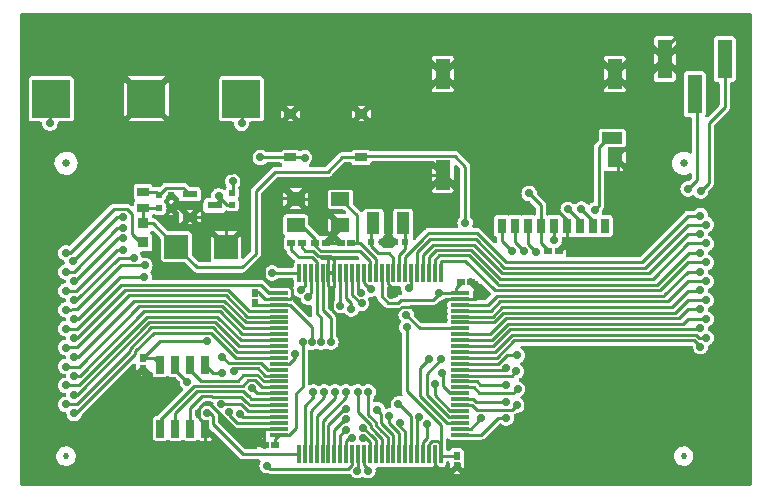
<source format=gbr>
%TF.GenerationSoftware,KiCad,Pcbnew,7.0.2*%
%TF.CreationDate,2023-05-22T10:30:23+03:00*%
%TF.ProjectId,MCU_V1,4d43555f-5631-42e6-9b69-6361645f7063,rev?*%
%TF.SameCoordinates,Original*%
%TF.FileFunction,Copper,L1,Top*%
%TF.FilePolarity,Positive*%
%FSLAX46Y46*%
G04 Gerber Fmt 4.6, Leading zero omitted, Abs format (unit mm)*
G04 Created by KiCad (PCBNEW 7.0.2) date 2023-05-22 10:30:23*
%MOMM*%
%LPD*%
G01*
G04 APERTURE LIST*
G04 Aperture macros list*
%AMRoundRect*
0 Rectangle with rounded corners*
0 $1 Rounding radius*
0 $2 $3 $4 $5 $6 $7 $8 $9 X,Y pos of 4 corners*
0 Add a 4 corners polygon primitive as box body*
4,1,4,$2,$3,$4,$5,$6,$7,$8,$9,$2,$3,0*
0 Add four circle primitives for the rounded corners*
1,1,$1+$1,$2,$3*
1,1,$1+$1,$4,$5*
1,1,$1+$1,$6,$7*
1,1,$1+$1,$8,$9*
0 Add four rect primitives between the rounded corners*
20,1,$1+$1,$2,$3,$4,$5,0*
20,1,$1+$1,$4,$5,$6,$7,0*
20,1,$1+$1,$6,$7,$8,$9,0*
20,1,$1+$1,$8,$9,$2,$3,0*%
G04 Aperture macros list end*
%TA.AperFunction,SMDPad,CuDef*%
%ADD10R,0.475000X0.500000*%
%TD*%
%TA.AperFunction,SMDPad,CuDef*%
%ADD11R,2.000000X2.000000*%
%TD*%
%TA.AperFunction,SMDPad,CuDef*%
%ADD12R,1.100000X1.900000*%
%TD*%
%TA.AperFunction,SMDPad,CuDef*%
%ADD13R,0.620000X0.650000*%
%TD*%
%TA.AperFunction,SMDPad,CuDef*%
%ADD14R,0.980000X0.780000*%
%TD*%
%TA.AperFunction,SMDPad,CuDef*%
%ADD15R,1.300000X0.600000*%
%TD*%
%TA.AperFunction,SMDPad,CuDef*%
%ADD16R,0.650000X0.620000*%
%TD*%
%TA.AperFunction,SMDPad,CuDef*%
%ADD17R,0.500000X0.475000*%
%TD*%
%TA.AperFunction,SMDPad,CuDef*%
%ADD18R,0.950000X0.900000*%
%TD*%
%TA.AperFunction,SMDPad,CuDef*%
%ADD19R,0.620000X0.620000*%
%TD*%
%TA.AperFunction,SMDPad,CuDef*%
%ADD20R,1.270000X3.250000*%
%TD*%
%TA.AperFunction,SMDPad,CuDef*%
%ADD21R,1.500000X1.200000*%
%TD*%
%TA.AperFunction,SMDPad,CuDef*%
%ADD22R,0.800000X1.200000*%
%TD*%
%TA.AperFunction,SMDPad,CuDef*%
%ADD23R,1.300000X2.500000*%
%TD*%
%TA.AperFunction,SMDPad,CuDef*%
%ADD24R,1.300000X1.700000*%
%TD*%
%TA.AperFunction,SMDPad,CuDef*%
%ADD25R,1.700000X1.000000*%
%TD*%
%TA.AperFunction,SMDPad,CuDef*%
%ADD26R,3.200000X3.200000*%
%TD*%
%TA.AperFunction,SMDPad,CuDef*%
%ADD27R,0.650000X1.500000*%
%TD*%
%TA.AperFunction,SMDPad,CuDef*%
%ADD28RoundRect,0.075000X-0.075000X0.725000X-0.075000X-0.725000X0.075000X-0.725000X0.075000X0.725000X0*%
%TD*%
%TA.AperFunction,SMDPad,CuDef*%
%ADD29RoundRect,0.075000X-0.725000X0.075000X-0.725000X-0.075000X0.725000X-0.075000X0.725000X0.075000X0*%
%TD*%
%TA.AperFunction,SMDPad,CuDef*%
%ADD30R,1.000000X0.700000*%
%TD*%
%TA.AperFunction,ComponentPad*%
%ADD31C,0.525000*%
%TD*%
%TA.AperFunction,ComponentPad*%
%ADD32C,0.675000*%
%TD*%
%TA.AperFunction,ViaPad*%
%ADD33C,0.700000*%
%TD*%
%TA.AperFunction,ViaPad*%
%ADD34C,5.000000*%
%TD*%
%TA.AperFunction,Conductor*%
%ADD35C,0.250000*%
%TD*%
G04 APERTURE END LIST*
D10*
%TO.P,R3,1*%
%TO.N,GND*%
X119302000Y-79940000D03*
%TO.P,R3,2*%
%TO.N,/MCU_BOOT0*%
X118278000Y-79940000D03*
%TD*%
D11*
%TO.P,Z1,1*%
%TO.N,/MCU_BOOT0*%
X119730000Y-83200000D03*
%TO.P,Z1,2*%
%TO.N,GND*%
X123930000Y-83200000D03*
%TD*%
D10*
%TO.P,R4,1*%
%TO.N,GND*%
X119302000Y-78800000D03*
%TO.P,R4,2*%
%TO.N,Net-(Q1-G)*%
X118278000Y-78800000D03*
%TD*%
D12*
%TO.P,Y2,1*%
%TO.N,/RCC_OSC32_OUT*%
X136420000Y-81230000D03*
%TO.P,Y2,2*%
%TO.N,/RCC_OSC32_IN*%
X138920000Y-81230000D03*
%TD*%
D13*
%TO.P,C5,1*%
%TO.N,/+3.3*%
X143470000Y-100910000D03*
%TO.P,C5,2*%
%TO.N,GND*%
X143470000Y-101790000D03*
%TD*%
D14*
%TO.P,C11,1*%
%TO.N,Net-(Q1-G)*%
X116920000Y-78560000D03*
%TO.P,C11,2*%
%TO.N,/MCU_BOOT0*%
X116920000Y-79960000D03*
%TD*%
D15*
%TO.P,Q1,1,G*%
%TO.N,Net-(Q1-G)*%
X120870000Y-78770000D03*
%TO.P,Q1,2,S*%
%TO.N,GND*%
X120870000Y-80670000D03*
%TO.P,Q1,3,D*%
%TO.N,/MCU_NRESET*%
X122970000Y-79720000D03*
%TD*%
D16*
%TO.P,C7,1*%
%TO.N,/RCC_OSC_IN*%
X134510000Y-82900000D03*
%TO.P,C7,2*%
%TO.N,GND*%
X133630000Y-82900000D03*
%TD*%
D17*
%TO.P,R1,1*%
%TO.N,/MCU_NRESET*%
X124470000Y-79662000D03*
%TO.P,R1,2*%
%TO.N,/+3.3*%
X124470000Y-78638000D03*
%TD*%
D18*
%TO.P,R2,1*%
%TO.N,/MCU_BOOT0*%
X116910000Y-81240000D03*
%TO.P,R2,2*%
%TO.N,/PROG_PIN*%
X116910000Y-82840000D03*
%TD*%
D19*
%TO.P,C9,1*%
%TO.N,GND*%
X138220000Y-82770000D03*
%TO.P,C9,2*%
%TO.N,/RCC_OSC32_IN*%
X139120000Y-82770000D03*
%TD*%
D20*
%TO.P,J3,1,1*%
%TO.N,GND*%
X161070000Y-67325500D03*
%TO.P,J3,2,2*%
%TO.N,/A38_PIN*%
X163610000Y-70276500D03*
%TO.P,J3,3,3*%
%TO.N,/A39_PIN*%
X166150000Y-67325500D03*
%TD*%
D21*
%TO.P,Y1,1,CRYSTAL_1*%
%TO.N,/RCC_OSC_OUT*%
X129820000Y-81340000D03*
%TO.P,Y1,2,GND_1*%
%TO.N,GND*%
X133620000Y-81340000D03*
%TO.P,Y1,3,CRYSTAL_2*%
%TO.N,/RCC_OSC_IN*%
X133620000Y-79140000D03*
%TO.P,Y1,4,GND_2*%
%TO.N,GND*%
X129820000Y-79140000D03*
%TD*%
D22*
%TO.P,J1,1,DAT2*%
%TO.N,/SD_DAT2*%
X147300000Y-81460000D03*
%TO.P,J1,2,CD/DAT3*%
%TO.N,/SD_DAT3*%
X148400000Y-81460000D03*
%TO.P,J1,3,CMD*%
%TO.N,/SD_CMD*%
X149500000Y-81460000D03*
%TO.P,J1,4,VDD*%
%TO.N,/+3.3*%
X150600000Y-81460000D03*
%TO.P,J1,5,CLK*%
%TO.N,/SD_CLK*%
X151700000Y-81460000D03*
%TO.P,J1,6,VSS*%
%TO.N,GND*%
X152800000Y-81460000D03*
%TO.P,J1,7,DAT0*%
%TO.N,/SD_DAT0*%
X153900000Y-81460000D03*
%TO.P,J1,8,DAT1*%
%TO.N,/SD_DAT1*%
X155000000Y-81460000D03*
%TO.P,J1,9,COM*%
%TO.N,/SD_COM*%
X156000000Y-81460000D03*
D23*
%TO.P,J1,10,10*%
%TO.N,GND*%
X142290000Y-77100000D03*
%TO.P,J1,11,11*%
X142290000Y-68600000D03*
%TO.P,J1,12,12*%
X156850000Y-68600000D03*
D24*
%TO.P,J1,13,13*%
X156850000Y-75610000D03*
D25*
%TO.P,J1,CD1,CD1*%
%TO.N,/SD_CD1*%
X156650000Y-74010000D03*
%TD*%
D16*
%TO.P,C1,1*%
%TO.N,/+3.3*%
X151230000Y-83550000D03*
%TO.P,C1,2*%
%TO.N,GND*%
X152110000Y-83550000D03*
%TD*%
%TO.P,C2,1*%
%TO.N,/+3.3*%
X129470000Y-82900000D03*
%TO.P,C2,2*%
%TO.N,GND*%
X130350000Y-82900000D03*
%TD*%
D13*
%TO.P,C10,1*%
%TO.N,/+3.3*%
X116905000Y-92675000D03*
%TO.P,C10,2*%
%TO.N,GND*%
X116905000Y-93555000D03*
%TD*%
D16*
%TO.P,C4,1*%
%TO.N,/+3.3*%
X143830000Y-86210000D03*
%TO.P,C4,2*%
%TO.N,GND*%
X144710000Y-86210000D03*
%TD*%
D26*
%TO.P,U2,1,+_1*%
%TO.N,/VBAT*%
X125240000Y-70690000D03*
%TO.P,U2,2,+_2*%
X109140000Y-70690000D03*
%TO.P,U2,3,NEGATIVE_CONTACT_PAD*%
%TO.N,GND*%
X117190000Y-70690000D03*
%TD*%
D27*
%TO.P,IC1,1,~{CE}*%
%TO.N,/QSPI_CS*%
X118360000Y-98605000D03*
%TO.P,IC1,2,SO/SIO[1]*%
%TO.N,/QSPI_IO1*%
X119630000Y-98605000D03*
%TO.P,IC1,3,SIO[2]*%
%TO.N,/QSPI_IO2*%
X120900000Y-98605000D03*
%TO.P,IC1,4,VSS*%
%TO.N,GND*%
X122170000Y-98605000D03*
%TO.P,IC1,5,SI/SIO[0]*%
%TO.N,/QSPI_IO0*%
X122170000Y-93205000D03*
%TO.P,IC1,6,SCLK*%
%TO.N,/QSPI_CLK*%
X120900000Y-93205000D03*
%TO.P,IC1,7,SIO[3]*%
%TO.N,/QSPI_IO3*%
X119630000Y-93205000D03*
%TO.P,IC1,8,VDD*%
%TO.N,/+3.3*%
X118360000Y-93205000D03*
%TD*%
D19*
%TO.P,C8,1*%
%TO.N,GND*%
X137120000Y-82770000D03*
%TO.P,C8,2*%
%TO.N,/RCC_OSC32_OUT*%
X136220000Y-82770000D03*
%TD*%
D28*
%TO.P,U1,1,PE2*%
%TO.N,/A8_PIN*%
X142110000Y-85445000D03*
%TO.P,U1,2,PE3*%
%TO.N,/A7_PIN*%
X141610000Y-85445000D03*
%TO.P,U1,3,PE4*%
%TO.N,/A6_PIN*%
X141110000Y-85445000D03*
%TO.P,U1,4,PE5*%
%TO.N,/A5_PIN*%
X140610000Y-85445000D03*
%TO.P,U1,5,PE6*%
%TO.N,/A4_PIN*%
X140110000Y-85445000D03*
%TO.P,U1,6,VBAT*%
%TO.N,/VBAT*%
X139610000Y-85445000D03*
%TO.P,U1,7,PC13*%
%TO.N,/A3_PIN*%
X139110000Y-85445000D03*
%TO.P,U1,8,PC14*%
%TO.N,/RCC_OSC32_IN*%
X138610000Y-85445000D03*
%TO.P,U1,9,PC15*%
%TO.N,/RCC_OSC32_OUT*%
X138110000Y-85445000D03*
%TO.P,U1,10,VSS*%
%TO.N,GND*%
X137610000Y-85445000D03*
%TO.P,U1,11,VDD*%
%TO.N,/+3.3*%
X137110000Y-85445000D03*
%TO.P,U1,12,PH0*%
%TO.N,/RCC_OSC_IN*%
X136610000Y-85445000D03*
%TO.P,U1,13,PH1*%
%TO.N,/RCC_OSC_OUT*%
X136110000Y-85445000D03*
%TO.P,U1,14,NRST*%
%TO.N,/MCU_NRESET*%
X135610000Y-85445000D03*
%TO.P,U1,15,PC0*%
%TO.N,/B93_PIN*%
X135110000Y-85445000D03*
%TO.P,U1,16,PC1*%
%TO.N,/B92_PIN*%
X134610000Y-85445000D03*
%TO.P,U1,17,PC2*%
%TO.N,/B91_PIN*%
X134110000Y-85445000D03*
%TO.P,U1,18,PC3*%
%TO.N,/B90_PIN*%
X133610000Y-85445000D03*
%TO.P,U1,19,VSSA*%
%TO.N,GND*%
X133110000Y-85445000D03*
%TO.P,U1,20,VREF-*%
X132610000Y-85445000D03*
%TO.P,U1,21,VREF+*%
%TO.N,/+3.3*%
X132110000Y-85445000D03*
%TO.P,U1,22,VDDA*%
X131610000Y-85445000D03*
%TO.P,U1,23,PA0*%
%TO.N,/B89_PIN*%
X131110000Y-85445000D03*
%TO.P,U1,24,PA1*%
%TO.N,/B88_PIN*%
X130610000Y-85445000D03*
%TO.P,U1,25,PA2*%
%TO.N,/B87_PIN*%
X130110000Y-85445000D03*
D29*
%TO.P,U1,26,PA3*%
%TO.N,/B86_PIN*%
X128435000Y-87120000D03*
%TO.P,U1,27,VSS*%
%TO.N,GND*%
X128435000Y-87620000D03*
%TO.P,U1,28,VDD*%
%TO.N,/+3.3*%
X128435000Y-88120000D03*
%TO.P,U1,29,PA4*%
%TO.N,/B85_PIN*%
X128435000Y-88620000D03*
%TO.P,U1,30,PA5*%
%TO.N,/B84_PIN*%
X128435000Y-89120000D03*
%TO.P,U1,31,PA6*%
%TO.N,/B83_PIN*%
X128435000Y-89620000D03*
%TO.P,U1,32,PA7*%
%TO.N,/B82_PIN*%
X128435000Y-90120000D03*
%TO.P,U1,33,PC4*%
%TO.N,/B81_PIN*%
X128435000Y-90620000D03*
%TO.P,U1,34,PC5*%
%TO.N,/B80_PIN*%
X128435000Y-91120000D03*
%TO.P,U1,35,PB0*%
%TO.N,/B79_PIN*%
X128435000Y-91620000D03*
%TO.P,U1,36,PB1*%
%TO.N,/B78_PIN*%
X128435000Y-92120000D03*
%TO.P,U1,37,PB2*%
%TO.N,/B77_PIN*%
X128435000Y-92620000D03*
%TO.P,U1,38,PE7*%
%TO.N,/B68_PIN*%
X128435000Y-93120000D03*
%TO.P,U1,39,PE8*%
%TO.N,/B67_PIN*%
X128435000Y-93620000D03*
%TO.P,U1,40,PE9*%
%TO.N,/B66_PIN*%
X128435000Y-94120000D03*
%TO.P,U1,41,PE10*%
%TO.N,/QSPI_CLK*%
X128435000Y-94620000D03*
%TO.P,U1,42,PE11*%
%TO.N,/QSPI_CS*%
X128435000Y-95120000D03*
%TO.P,U1,43,PE12*%
%TO.N,/QSPI_IO0*%
X128435000Y-95620000D03*
%TO.P,U1,44,PE13*%
%TO.N,/QSPI_IO1*%
X128435000Y-96120000D03*
%TO.P,U1,45,PE14*%
%TO.N,/QSPI_IO2*%
X128435000Y-96620000D03*
%TO.P,U1,46,PE15*%
%TO.N,/QSPI_IO3*%
X128435000Y-97120000D03*
%TO.P,U1,47,PB10*%
%TO.N,/B65_PIN*%
X128435000Y-97620000D03*
%TO.P,U1,48,PB11*%
%TO.N,/B64_PIN*%
X128435000Y-98120000D03*
%TO.P,U1,49,VSS*%
%TO.N,GND*%
X128435000Y-98620000D03*
%TO.P,U1,50,VDD*%
%TO.N,/+3.3*%
X128435000Y-99120000D03*
D28*
%TO.P,U1,51,PB12*%
%TO.N,/B63_PIN*%
X130110000Y-100795000D03*
%TO.P,U1,52,PB13*%
%TO.N,/B62_PIN*%
X130610000Y-100795000D03*
%TO.P,U1,53,PB14*%
%TO.N,/B61_PIN*%
X131110000Y-100795000D03*
%TO.P,U1,54,PB15*%
%TO.N,/B60_PIN*%
X131610000Y-100795000D03*
%TO.P,U1,55,PD8*%
%TO.N,/B59_PIN*%
X132110000Y-100795000D03*
%TO.P,U1,56,PD9*%
%TO.N,/B58_PIN*%
X132610000Y-100795000D03*
%TO.P,U1,57,PD10*%
%TO.N,/B57_PIN*%
X133110000Y-100795000D03*
%TO.P,U1,58,PD11*%
%TO.N,/B56_PIN*%
X133610000Y-100795000D03*
%TO.P,U1,59,PD12*%
%TO.N,/B55_PIN*%
X134110000Y-100795000D03*
%TO.P,U1,60,PD13*%
%TO.N,/B54_PIN*%
X134610000Y-100795000D03*
%TO.P,U1,61,PD14*%
%TO.N,/B53_PIN*%
X135110000Y-100795000D03*
%TO.P,U1,62,PD15*%
%TO.N,/B52_PIN*%
X135610000Y-100795000D03*
%TO.P,U1,63,PC6*%
%TO.N,/A42_PIN*%
X136110000Y-100795000D03*
%TO.P,U1,64,PC7*%
%TO.N,/A41_PIN*%
X136610000Y-100795000D03*
%TO.P,U1,65,PC8*%
%TO.N,/SD_DAT0*%
X137110000Y-100795000D03*
%TO.P,U1,66,PC9*%
%TO.N,/SD_DAT1*%
X137610000Y-100795000D03*
%TO.P,U1,67,PA8*%
%TO.N,/A40_PIN*%
X138110000Y-100795000D03*
%TO.P,U1,68,PA9*%
%TO.N,/A39_PIN*%
X138610000Y-100795000D03*
%TO.P,U1,69,PA10*%
%TO.N,/A38_PIN*%
X139110000Y-100795000D03*
%TO.P,U1,70,PA11*%
%TO.N,/A37_PIN*%
X139610000Y-100795000D03*
%TO.P,U1,71,PA12*%
%TO.N,/A36_PIN*%
X140110000Y-100795000D03*
%TO.P,U1,72,PA13*%
%TO.N,/A35_PIN*%
X140610000Y-100795000D03*
%TO.P,U1,73,VDDUSB*%
%TO.N,/+3.3*%
X141110000Y-100795000D03*
%TO.P,U1,74,VSS*%
%TO.N,GND*%
X141610000Y-100795000D03*
%TO.P,U1,75,VDD*%
%TO.N,/+3.3*%
X142110000Y-100795000D03*
D29*
%TO.P,U1,76,PA14*%
%TO.N,/A34_PIN*%
X143785000Y-99120000D03*
%TO.P,U1,77,PA15*%
%TO.N,/SD_CD1*%
X143785000Y-98620000D03*
%TO.P,U1,78,PC10*%
%TO.N,/SD_DAT2*%
X143785000Y-98120000D03*
%TO.P,U1,79,PC11*%
%TO.N,/SD_DAT3*%
X143785000Y-97620000D03*
%TO.P,U1,80,PC12*%
%TO.N,/SD_CLK*%
X143785000Y-97120000D03*
%TO.P,U1,81,PD0*%
%TO.N,/A33_PIN*%
X143785000Y-96620000D03*
%TO.P,U1,82,PD1*%
%TO.N,/A32_PIN*%
X143785000Y-96120000D03*
%TO.P,U1,83,PD2*%
%TO.N,/SD_CMD*%
X143785000Y-95620000D03*
%TO.P,U1,84,PD3*%
%TO.N,/A31_PIN*%
X143785000Y-95120000D03*
%TO.P,U1,85,PD4*%
%TO.N,/A30_PIN*%
X143785000Y-94620000D03*
%TO.P,U1,86,PD5*%
%TO.N,/A29_PIN*%
X143785000Y-94120000D03*
%TO.P,U1,87,PD6*%
%TO.N,/A28_PIN*%
X143785000Y-93620000D03*
%TO.P,U1,88,PD7*%
%TO.N,/A27_PIN*%
X143785000Y-93120000D03*
%TO.P,U1,89,PB3*%
%TO.N,/A17_PIN*%
X143785000Y-92620000D03*
%TO.P,U1,90,PB4*%
%TO.N,/A16_PIN*%
X143785000Y-92120000D03*
%TO.P,U1,91,PB5*%
%TO.N,/A15_PIN*%
X143785000Y-91620000D03*
%TO.P,U1,92,PB6*%
%TO.N,/A14_PIN*%
X143785000Y-91120000D03*
%TO.P,U1,93,PB7*%
%TO.N,/A13_PIN*%
X143785000Y-90620000D03*
%TO.P,U1,94,PH3*%
%TO.N,/MCU_BOOT0*%
X143785000Y-90120000D03*
%TO.P,U1,95,PB8*%
%TO.N,/A12_PIN*%
X143785000Y-89620000D03*
%TO.P,U1,96,PB9*%
%TO.N,/A11_PIN*%
X143785000Y-89120000D03*
%TO.P,U1,97,PE0*%
%TO.N,/A10_PIN*%
X143785000Y-88620000D03*
%TO.P,U1,98,PE1*%
%TO.N,/A9_PIN*%
X143785000Y-88120000D03*
%TO.P,U1,99,VSS*%
%TO.N,GND*%
X143785000Y-87620000D03*
%TO.P,U1,100,VDD*%
%TO.N,/+3.3*%
X143785000Y-87120000D03*
%TD*%
D30*
%TO.P,S2,1,COM_1*%
%TO.N,/MCU_BOOT0*%
X135390000Y-75650000D03*
%TO.P,S2,2,COM_2*%
%TO.N,/+3.3*%
X129390000Y-75650000D03*
%TO.P,S2,3,NO_1*%
%TO.N,GND*%
X135390000Y-71950000D03*
%TO.P,S2,4,NO_2*%
X129390000Y-71950000D03*
%TD*%
D13*
%TO.P,C3,1*%
%TO.N,/+3.3*%
X126370000Y-87980000D03*
%TO.P,C3,2*%
%TO.N,GND*%
X126370000Y-87100000D03*
%TD*%
D16*
%TO.P,C12,1*%
%TO.N,/+3.3*%
X128090000Y-100030000D03*
%TO.P,C12,2*%
%TO.N,GND*%
X127210000Y-100030000D03*
%TD*%
%TO.P,C6,1*%
%TO.N,GND*%
X132390000Y-82900000D03*
%TO.P,C6,2*%
%TO.N,/RCC_OSC_OUT*%
X131510000Y-82900000D03*
%TD*%
D31*
%TO.P,H1,MH1*%
%TO.N,N/C*%
X162680000Y-100940000D03*
X110390000Y-100940000D03*
D32*
%TO.P,H1,MH2*%
X162680000Y-76140000D03*
X110390000Y-76140000D03*
%TD*%
D33*
%TO.N,/VBAT*%
X109020000Y-72750000D03*
X139424321Y-86746825D03*
X125250000Y-72760000D03*
%TO.N,GND*%
X111390000Y-78950000D03*
X138280000Y-94970000D03*
X152620000Y-101980000D03*
X159040000Y-94530000D03*
X114670000Y-68200000D03*
X163620000Y-98100000D03*
X135560000Y-92510000D03*
X143890000Y-70220000D03*
X138160000Y-88920000D03*
X151570000Y-78680000D03*
X155310000Y-70130000D03*
X159080000Y-101860000D03*
D34*
X137480000Y-65940000D03*
D33*
X125580000Y-79990000D03*
X132134341Y-81725659D03*
X161920000Y-73150000D03*
X161950000Y-78300000D03*
X112320000Y-98140000D03*
X130830000Y-88500000D03*
X163140000Y-65950000D03*
X127290000Y-79940000D03*
X157150000Y-78690000D03*
X119650000Y-68240000D03*
X118250000Y-73720000D03*
X133700000Y-89380000D03*
X137940000Y-87290000D03*
%TO.N,/+3.3*%
X132012220Y-91280000D03*
X131221110Y-91280000D03*
X132803332Y-91280000D03*
X130580000Y-75660000D03*
X139228056Y-90038056D03*
X122294784Y-91164500D03*
X130430000Y-91280000D03*
X141990000Y-87120000D03*
X149599858Y-78699858D03*
X126838056Y-75651944D03*
X124500000Y-77670000D03*
%TO.N,/SD_DAT1*%
X154013056Y-80023056D03*
X135981696Y-95502193D03*
%TO.N,/SD_DAT0*%
X135080000Y-95500000D03*
X152893056Y-80053056D03*
%TO.N,/SD_CLK*%
X141593556Y-94850000D03*
X151710000Y-82610000D03*
%TO.N,/SD_CMD*%
X150210000Y-83650000D03*
X142191944Y-93898056D03*
%TO.N,/SD_DAT3*%
X149160000Y-83600000D03*
X142140000Y-92735000D03*
%TO.N,/SD_DAT2*%
X141095000Y-92735000D03*
X148120000Y-83540000D03*
%TO.N,/MCU_BOOT0*%
X139176894Y-88958553D03*
X144180000Y-81210000D03*
%TO.N,/MCU_NRESET*%
X123310000Y-78905000D03*
X136246281Y-86791487D03*
%TO.N,/PROG_PIN*%
X110370000Y-83740000D03*
%TO.N,/QSPI_IO3*%
X120657698Y-94642167D03*
X123529304Y-96568500D03*
%TO.N,/QSPI_IO0*%
X126110000Y-95204500D03*
X123628952Y-93869000D03*
%TO.N,/SD_CD1*%
X145540000Y-97720000D03*
X155150000Y-80090000D03*
%TO.N,/B93_PIN*%
X115239500Y-80671684D03*
X110950000Y-84430000D03*
X135402713Y-87107287D03*
%TO.N,/B92_PIN*%
X110370000Y-85342500D03*
X115239500Y-81625729D03*
X135413072Y-88006730D03*
%TO.N,/B91_PIN*%
X115239500Y-82515444D03*
X111050000Y-86130000D03*
X134540874Y-88493771D03*
%TO.N,/B90_PIN*%
X110370000Y-86945000D03*
X115239500Y-83451530D03*
X133612903Y-88202197D03*
%TO.N,/B89_PIN*%
X130887178Y-87484909D03*
X111080000Y-87720000D03*
X116120000Y-84126030D03*
%TO.N,/B88_PIN*%
X117067665Y-84800530D03*
X110370000Y-88547500D03*
X130250000Y-86850000D03*
%TO.N,/B87_PIN*%
X111080000Y-89325000D03*
X127843056Y-85436944D03*
X117020000Y-85765500D03*
%TO.N,/B86_PIN*%
X110370000Y-90150000D03*
%TO.N,/B85_PIN*%
X111080000Y-90930000D03*
%TO.N,/B84_PIN*%
X110370000Y-91752500D03*
%TO.N,/B83_PIN*%
X111080000Y-92535000D03*
%TO.N,/B82_PIN*%
X110370000Y-93355000D03*
%TO.N,/B81_PIN*%
X111080000Y-94140000D03*
%TO.N,/B80_PIN*%
X110370000Y-94957500D03*
%TO.N,/B79_PIN*%
X111080000Y-95730000D03*
%TO.N,/B78_PIN*%
X110370000Y-96560000D03*
%TO.N,/B77_PIN*%
X111080000Y-97320000D03*
%TO.N,/B67_PIN*%
X123607472Y-92519500D03*
%TO.N,/B66_PIN*%
X124650000Y-93750000D03*
%TO.N,/B65_PIN*%
X125082242Y-97358017D03*
%TO.N,/B64_PIN*%
X124203804Y-97164500D03*
%TO.N,/B63_PIN*%
X122357821Y-97305500D03*
%TO.N,/B62_PIN*%
X131334707Y-95510000D03*
%TO.N,/B61_PIN*%
X132249804Y-95510000D03*
%TO.N,/B60_PIN*%
X133164901Y-95510000D03*
%TO.N,/B59_PIN*%
X134080000Y-95510000D03*
%TO.N,/B58_PIN*%
X134065500Y-96909693D03*
%TO.N,/B57_PIN*%
X134065500Y-97809020D03*
%TO.N,/B56_PIN*%
X134065500Y-98708347D03*
%TO.N,/B55_PIN*%
X134611675Y-99423048D03*
%TO.N,/B54_PIN*%
X127420000Y-101744500D03*
%TO.N,/B53_PIN*%
X135052286Y-102172287D03*
%TO.N,/B52_PIN*%
X135951583Y-102191532D03*
%TO.N,/A39_PIN*%
X137743389Y-97540000D03*
X164120000Y-78510000D03*
%TO.N,/A38_PIN*%
X163060000Y-78310000D03*
X138651944Y-98108056D03*
%TO.N,/A37_PIN*%
X138529470Y-96513968D03*
%TO.N,/A36_PIN*%
X140284500Y-97650658D03*
%TO.N,/A35_PIN*%
X140986583Y-98225500D03*
%TO.N,/A34_PIN*%
X147654039Y-97706000D03*
%TO.N,/A33_PIN*%
X148550000Y-96630000D03*
%TO.N,/A32_PIN*%
X147666221Y-96357000D03*
%TO.N,/A31_PIN*%
X148615487Y-95264229D03*
%TO.N,/A30_PIN*%
X147670000Y-94931895D03*
%TO.N,/A29_PIN*%
X148524110Y-93765606D03*
%TO.N,/A28_PIN*%
X147630000Y-93449056D03*
%TO.N,/A27_PIN*%
X148600000Y-92416106D03*
%TO.N,/A16_PIN*%
X164600000Y-90930000D03*
%TO.N,/A15_PIN*%
X164105230Y-90086196D03*
%TO.N,/A14_PIN*%
X164600000Y-89331665D03*
%TO.N,/A13_PIN*%
X164105230Y-88501830D03*
%TO.N,/A12_PIN*%
X164600000Y-87733332D03*
%TO.N,/A11_PIN*%
X164105230Y-86917464D03*
%TO.N,/A10_PIN*%
X164600000Y-86134999D03*
%TO.N,/A9_PIN*%
X164105230Y-85333098D03*
%TO.N,/A8_PIN*%
X164600000Y-84536666D03*
%TO.N,/A7_PIN*%
X164105230Y-83748732D03*
%TO.N,/A6_PIN*%
X164600000Y-82938333D03*
%TO.N,/A5_PIN*%
X164105230Y-82164366D03*
%TO.N,/A4_PIN*%
X164600000Y-81340000D03*
%TO.N,/A3_PIN*%
X164105230Y-80580000D03*
%TO.N,/A17_PIN*%
X164105230Y-91670562D03*
%TO.N,/A40_PIN*%
X136724500Y-96995406D03*
%TO.N,/A41_PIN*%
X135493889Y-98546623D03*
%TO.N,/A42_PIN*%
X135510884Y-99445965D03*
%TO.N,/B68_PIN*%
X129780000Y-92300000D03*
%TD*%
D35*
%TO.N,/RCC_OSC_IN*%
X133620000Y-79140000D02*
X135040000Y-80560000D01*
X135040000Y-80560000D02*
X135040000Y-82900000D01*
X134510000Y-82900000D02*
X134596802Y-82813198D01*
X134510000Y-82900000D02*
X135240000Y-82900000D01*
X135240000Y-82900000D02*
X136610000Y-84270000D01*
X136610000Y-84270000D02*
X136610000Y-85445000D01*
%TO.N,/RCC_OSC_OUT*%
X131950000Y-83570000D02*
X131510000Y-83130000D01*
X131510000Y-82570000D02*
X131510000Y-82900000D01*
X136110000Y-85445000D02*
X136110000Y-84406396D01*
X131510000Y-83130000D02*
X131510000Y-82900000D01*
X129820000Y-81340000D02*
X130280000Y-81340000D01*
X135273604Y-83570000D02*
X131950000Y-83570000D01*
X130280000Y-81340000D02*
X131510000Y-82570000D01*
X136110000Y-84406396D02*
X135273604Y-83570000D01*
%TO.N,/VBAT*%
X109020000Y-72750000D02*
X109020000Y-70710000D01*
X125250000Y-70800000D02*
X125140000Y-70690000D01*
X109020000Y-70710000D02*
X109040000Y-70690000D01*
X139424321Y-86746825D02*
X139610000Y-86561146D01*
X125250000Y-72760000D02*
X125250000Y-70800000D01*
X139610000Y-86561146D02*
X139610000Y-85445000D01*
%TO.N,GND*%
X127140000Y-80040000D02*
X127140000Y-83790000D01*
X121900000Y-79390000D02*
X121830000Y-79460000D01*
X129125000Y-86360000D02*
X129560000Y-86795000D01*
X132390000Y-82900000D02*
X132990000Y-82900000D01*
X152590000Y-102530000D02*
X144210000Y-102530000D01*
X157120000Y-82150000D02*
X157120000Y-78720000D01*
X132560000Y-84020000D02*
X132610000Y-84070000D01*
X138796447Y-88283553D02*
X142086447Y-88283553D01*
X133710000Y-89370000D02*
X133700000Y-89380000D01*
X117160000Y-70690000D02*
X117190000Y-70690000D01*
X157150000Y-78690000D02*
X157120000Y-78660000D01*
X142086447Y-88283553D02*
X142750000Y-87620000D01*
X120275000Y-73705000D02*
X118265000Y-73705000D01*
X123025000Y-76995000D02*
X121900000Y-78120000D01*
X157120000Y-75880000D02*
X156850000Y-75610000D01*
X137650000Y-82770000D02*
X137650000Y-78770000D01*
X152800000Y-80914595D02*
X151570000Y-79684595D01*
X135700000Y-92730000D02*
X135700000Y-92650000D01*
X119710000Y-79208000D02*
X119710000Y-79532000D01*
X117200000Y-70690000D02*
X117190000Y-70690000D01*
X133540000Y-81340000D02*
X131340000Y-79140000D01*
X129390000Y-71950000D02*
X130320000Y-72880000D01*
X159200000Y-102530000D02*
X152590000Y-102530000D01*
X115310000Y-98140000D02*
X111300000Y-98140000D01*
X134510000Y-91460000D02*
X134510000Y-90190000D01*
X158970000Y-69410000D02*
X161054500Y-67325500D01*
X137940000Y-94970000D02*
X135700000Y-92730000D01*
X132990000Y-82900000D02*
X132940000Y-82850000D01*
X161920000Y-73150000D02*
X159000000Y-73150000D01*
X116370000Y-99200000D02*
X116905000Y-98665000D01*
X128435000Y-87620000D02*
X127220000Y-87620000D01*
X135390000Y-71950000D02*
X136280000Y-72840000D01*
X134510000Y-90190000D02*
X133700000Y-89380000D01*
X159445000Y-102225000D02*
X159505000Y-102225000D01*
X121950000Y-96560000D02*
X121660000Y-96850000D01*
X137090000Y-66390000D02*
X137480000Y-66000000D01*
X130830000Y-88500000D02*
X130670000Y-88510000D01*
X121900000Y-78120000D02*
X121900000Y-79390000D01*
X152800000Y-81460000D02*
X152800000Y-82530000D01*
X112320000Y-98140000D02*
X109700000Y-98140000D01*
X159080000Y-101860000D02*
X159445000Y-102225000D01*
X133690000Y-89370000D02*
X133700000Y-89380000D01*
X130320000Y-72880000D02*
X134460000Y-72880000D01*
X142720000Y-102540000D02*
X142489315Y-102540000D01*
X127240000Y-79940000D02*
X127140000Y-80040000D01*
X122170000Y-100080000D02*
X122170000Y-98605000D01*
X133110000Y-85445000D02*
X133110000Y-84360000D01*
X129560000Y-86795000D02*
X129560000Y-87420000D01*
X132940000Y-82360000D02*
X132940000Y-82850000D01*
X116370000Y-99200000D02*
X115310000Y-98140000D01*
X144710000Y-86210000D02*
X145060000Y-86210000D01*
X127260000Y-98620000D02*
X127170000Y-98710000D01*
X155280000Y-70170000D02*
X155310000Y-70140000D01*
X122740000Y-76170000D02*
X120275000Y-73705000D01*
X131660000Y-78600000D02*
X132045000Y-78215000D01*
X152620000Y-102500000D02*
X152590000Y-102530000D01*
X132870000Y-88560000D02*
X133680000Y-89370000D01*
X130350000Y-83230000D02*
X130655000Y-83535000D01*
X141610000Y-101660685D02*
X141610000Y-100795000D01*
X132305659Y-81725659D02*
X132940000Y-82360000D01*
X162720000Y-65950000D02*
X162100000Y-65330000D01*
X124214500Y-83484500D02*
X123930000Y-83200000D01*
X139320000Y-77100000D02*
X142290000Y-77100000D01*
X137710000Y-89370000D02*
X133710000Y-89370000D01*
X109700000Y-98140000D02*
X108910000Y-97350000D01*
X158970000Y-69465500D02*
X158970000Y-69410000D01*
X131340000Y-79140000D02*
X129820000Y-79140000D01*
X155320000Y-70130000D02*
X156850000Y-68600000D01*
X155310000Y-70130000D02*
X155320000Y-70130000D01*
X137940000Y-94970000D02*
X137860000Y-94890000D01*
X137120000Y-82770000D02*
X137650000Y-82770000D01*
X152800000Y-82530000D02*
X153390000Y-83120000D01*
X156150000Y-83120000D02*
X157120000Y-82150000D01*
X166150000Y-94540000D02*
X166150000Y-95560000D01*
X118235000Y-73705000D02*
X118185000Y-73705000D01*
X151570000Y-79684595D02*
X151570000Y-78680000D01*
X142750000Y-87620000D02*
X143785000Y-87620000D01*
X126150000Y-75190000D02*
X129390000Y-71950000D01*
X133110000Y-85445000D02*
X133110000Y-86580000D01*
X130650000Y-88510000D02*
X130650000Y-88510000D01*
X118265000Y-73705000D02*
X118250000Y-73720000D01*
X165340000Y-79420000D02*
X166150000Y-80230000D01*
X119170000Y-72720000D02*
X112940000Y-78950000D01*
X121830000Y-79460000D02*
X119782000Y-79460000D01*
X127170000Y-98710000D02*
X127170000Y-99820000D01*
X131660000Y-79570000D02*
X131660000Y-78600000D01*
X119302000Y-78800000D02*
X119710000Y-79208000D01*
X126036209Y-100030000D02*
X122566209Y-96560000D01*
X157120000Y-78660000D02*
X157120000Y-75880000D01*
X133620000Y-81340000D02*
X133540000Y-81340000D01*
X142290000Y-68600000D02*
X143860000Y-70170000D01*
X117090000Y-70690000D02*
X117140000Y-70690000D01*
X145460000Y-87190000D02*
X145030000Y-87620000D01*
X132610000Y-86554194D02*
X132610000Y-85445000D01*
X158970000Y-74930000D02*
X158970000Y-73180000D01*
X127696396Y-86360000D02*
X129125000Y-86360000D01*
X145060000Y-86210000D02*
X145460000Y-86610000D01*
X130670000Y-88510000D02*
X130660000Y-88510000D01*
X163620000Y-98090000D02*
X163620000Y-98100000D01*
X161950000Y-78300000D02*
X163070000Y-79420000D01*
X137610000Y-86310685D02*
X137910000Y-86610685D01*
X138160000Y-88920000D02*
X138796447Y-88283553D01*
X166140000Y-94530000D02*
X166150000Y-94540000D01*
X152800000Y-82860000D02*
X152110000Y-83550000D01*
X123930000Y-83200000D02*
X123930000Y-81640000D01*
X121660000Y-96850000D02*
X121660000Y-97710000D01*
X157120000Y-78720000D02*
X157150000Y-78690000D01*
X117780000Y-100610000D02*
X116370000Y-99200000D01*
X133110000Y-84360000D02*
X132770000Y-84020000D01*
X126150000Y-75190000D02*
X125170000Y-76170000D01*
X137650000Y-78770000D02*
X139320000Y-77100000D01*
X159520000Y-78300000D02*
X158970000Y-77750000D01*
X163620000Y-98110000D02*
X159505000Y-102225000D01*
X158970000Y-70020000D02*
X158970000Y-69465500D01*
X159000000Y-73150000D02*
X158970000Y-73180000D01*
X152800000Y-81460000D02*
X152800000Y-82860000D01*
X118185000Y-73705000D02*
X118005000Y-73885000D01*
X127170000Y-99820000D02*
X127400000Y-100050000D01*
X120140000Y-79940000D02*
X119302000Y-79940000D01*
X155310000Y-70140000D02*
X155310000Y-70130000D01*
X134460000Y-72880000D02*
X135390000Y-71950000D01*
X137940000Y-87290000D02*
X137910000Y-87220000D01*
X138280000Y-94970000D02*
X137940000Y-94970000D01*
X125580000Y-79990000D02*
X125580000Y-75760000D01*
X163140000Y-65950000D02*
X162720000Y-65950000D01*
X132940000Y-82360000D02*
X133620000Y-81680000D01*
X128435000Y-87620000D02*
X129360000Y-87620000D01*
X126690000Y-87080000D02*
X126390000Y-87080000D01*
X132134341Y-81725659D02*
X132305659Y-81725659D01*
X127140000Y-83830000D02*
X127140000Y-85803604D01*
X132872903Y-86817097D02*
X132870000Y-86820000D01*
X124345000Y-76995000D02*
X123025000Y-76995000D01*
X129820000Y-79140000D02*
X129805000Y-79125000D01*
X137910000Y-86610685D02*
X137940000Y-87290000D01*
X145030000Y-87620000D02*
X143785000Y-87620000D01*
X143470000Y-101790000D02*
X142720000Y-102540000D01*
X158970000Y-77730000D02*
X158970000Y-74930000D01*
X137095000Y-78215000D02*
X137650000Y-78770000D01*
X166150000Y-80230000D02*
X166150000Y-94540000D01*
X159040000Y-94530000D02*
X166140000Y-94530000D01*
X133110000Y-86580000D02*
X132872903Y-86817097D01*
X142489315Y-102540000D02*
X141610000Y-101660685D01*
X118250000Y-73720000D02*
X118235000Y-73705000D01*
X128055000Y-79125000D02*
X127290000Y-79890000D01*
X121370000Y-100610000D02*
X117780000Y-100610000D01*
X130350000Y-82900000D02*
X130350000Y-83230000D01*
X132770000Y-84020000D02*
X132560000Y-84020000D01*
X143890000Y-70220000D02*
X155280000Y-70170000D01*
X138060000Y-72840000D02*
X142290000Y-68610000D01*
X124956532Y-102866532D02*
X122170000Y-100080000D01*
X125580000Y-75760000D02*
X126150000Y-75190000D01*
X137610000Y-85445000D02*
X137610000Y-86310685D01*
X143860000Y-70170000D02*
X143890000Y-70220000D01*
X166150000Y-95560000D02*
X163620000Y-98090000D01*
X137090000Y-72840000D02*
X138060000Y-72840000D01*
X142393468Y-102866532D02*
X124956532Y-102866532D01*
X108910000Y-97350000D02*
X108910000Y-81430000D01*
X123930000Y-81640000D02*
X125580000Y-79990000D01*
X133620000Y-81680000D02*
X133620000Y-81340000D01*
X119782000Y-79460000D02*
X119302000Y-79940000D01*
X132045000Y-78215000D02*
X137095000Y-78215000D01*
X127290000Y-79890000D02*
X127290000Y-79940000D01*
X121660000Y-97710000D02*
X122170000Y-98220000D01*
X161070000Y-66360000D02*
X161070000Y-67325500D01*
X163070000Y-79420000D02*
X165340000Y-79420000D01*
X158970000Y-73180000D02*
X158970000Y-69465500D01*
X161054500Y-67325500D02*
X161070000Y-67325500D01*
X156850000Y-68600000D02*
X158270000Y-70020000D01*
X114670000Y-68200000D02*
X117160000Y-70690000D01*
X159505000Y-102225000D02*
X159200000Y-102530000D01*
X126390000Y-87080000D02*
X126370000Y-87100000D01*
X132610000Y-84070000D02*
X132610000Y-85445000D01*
X127140000Y-85803604D02*
X127696396Y-86360000D01*
X158970000Y-77750000D02*
X158970000Y-74930000D01*
X119650000Y-68240000D02*
X117200000Y-70690000D01*
X122566209Y-96560000D02*
X121950000Y-96560000D01*
X126690000Y-87090000D02*
X126690000Y-87080000D01*
X142290000Y-68610000D02*
X142290000Y-68600000D01*
X132870000Y-86820000D02*
X132870000Y-88560000D01*
X131763604Y-84020000D02*
X132560000Y-84020000D01*
X129560000Y-87420000D02*
X130640000Y-88500000D01*
X127210000Y-100030000D02*
X126036209Y-100030000D01*
X131278604Y-83535000D02*
X131763604Y-84020000D01*
X130655000Y-83535000D02*
X131278604Y-83535000D01*
X132990000Y-82900000D02*
X133630000Y-82900000D01*
X158270000Y-70020000D02*
X158970000Y-70020000D01*
X129805000Y-79125000D02*
X128055000Y-79125000D01*
X156850000Y-75610000D02*
X158970000Y-77730000D01*
X143470000Y-101790000D02*
X142393468Y-102866532D01*
X119710000Y-79532000D02*
X119302000Y-79940000D01*
X145460000Y-86610000D02*
X145460000Y-87190000D01*
X120870000Y-80670000D02*
X120140000Y-79940000D01*
X127220000Y-87620000D02*
X126690000Y-87090000D01*
X152800000Y-81460000D02*
X152800000Y-80914595D01*
X153390000Y-83120000D02*
X156150000Y-83120000D01*
X162100000Y-65330000D02*
X161070000Y-66360000D01*
X129360000Y-87620000D02*
X129560000Y-87420000D01*
X133680000Y-89370000D02*
X133690000Y-89370000D01*
X125170000Y-76170000D02*
X122740000Y-76170000D01*
X144210000Y-102530000D02*
X143470000Y-101790000D01*
X116905000Y-98665000D02*
X116905000Y-93555000D01*
X126150000Y-75190000D02*
X124345000Y-76995000D01*
X112940000Y-78950000D02*
X111390000Y-78950000D01*
X130640000Y-88500000D02*
X130830000Y-88500000D01*
X137650000Y-82770000D02*
X138220000Y-82770000D01*
X127290000Y-79940000D02*
X127240000Y-79940000D01*
X161950000Y-78300000D02*
X159520000Y-78300000D01*
X122170000Y-99810000D02*
X121370000Y-100610000D01*
X136280000Y-72840000D02*
X137090000Y-72840000D01*
X128435000Y-98620000D02*
X127260000Y-98620000D01*
X152620000Y-101980000D02*
X152620000Y-102500000D01*
X137090000Y-72840000D02*
X137090000Y-66390000D01*
X122170000Y-98605000D02*
X122170000Y-99810000D01*
X108910000Y-81430000D02*
X111390000Y-78950000D01*
X138160000Y-88920000D02*
X137710000Y-89370000D01*
X132872903Y-86817097D02*
X132610000Y-86554194D01*
X163620000Y-98100000D02*
X163620000Y-98110000D01*
X135700000Y-92650000D02*
X135560000Y-92510000D01*
X122170000Y-98220000D02*
X122170000Y-98605000D01*
X123560000Y-80670000D02*
X120870000Y-80670000D01*
X123930000Y-83200000D02*
X123930000Y-81040000D01*
X131780000Y-79690000D02*
X131660000Y-79570000D01*
X117140000Y-70690000D02*
X119170000Y-72720000D01*
X123930000Y-81040000D02*
X123560000Y-80670000D01*
X135560000Y-92510000D02*
X134510000Y-91460000D01*
%TO.N,/+3.3*%
X131610000Y-85445000D02*
X131610000Y-88860000D01*
X131607208Y-84500000D02*
X131610000Y-84500000D01*
X132012220Y-89262220D02*
X132012220Y-91234446D01*
X141360000Y-99630000D02*
X141810685Y-99630000D01*
X122229284Y-91230000D02*
X118350000Y-91230000D01*
X130455000Y-95045000D02*
X129860000Y-95640000D01*
X149599858Y-78699858D02*
X150600000Y-79700000D01*
X128060000Y-99830000D02*
X128280000Y-100050000D01*
X129470000Y-83460000D02*
X130081396Y-84071396D01*
X117830000Y-92675000D02*
X116905000Y-92675000D01*
X150600000Y-79700000D02*
X150600000Y-81460000D01*
X132803332Y-89263332D02*
X132803332Y-91280000D01*
X138733604Y-87710000D02*
X138478604Y-87965000D01*
X142110000Y-99929315D02*
X142110000Y-100795000D01*
X126840000Y-75650000D02*
X129390000Y-75650000D01*
X129300685Y-99120000D02*
X128435000Y-99120000D01*
X143830000Y-86290000D02*
X143830000Y-86210000D01*
X124500000Y-78608000D02*
X124470000Y-78638000D01*
X128435000Y-99120000D02*
X128060000Y-99495000D01*
X132110000Y-88570000D02*
X132803332Y-89263332D01*
X131178604Y-84071396D02*
X131607208Y-84500000D01*
X139228056Y-95438056D02*
X139228056Y-90038056D01*
X137660405Y-87965000D02*
X137110000Y-87414595D01*
X130430000Y-91270000D02*
X130455000Y-91295000D01*
X141110000Y-99880000D02*
X141360000Y-99630000D01*
X124500000Y-77670000D02*
X124500000Y-78608000D01*
X129860000Y-98560685D02*
X129300685Y-99120000D01*
X128060000Y-99495000D02*
X128060000Y-99830000D01*
X141990000Y-87120000D02*
X142510000Y-87120000D01*
X129340000Y-88120000D02*
X131221110Y-90001110D01*
X143785000Y-87120000D02*
X142510000Y-87120000D01*
X131221110Y-90001110D02*
X131221110Y-91280000D01*
X130455000Y-91295000D02*
X130455000Y-95045000D01*
X142510000Y-87120000D02*
X143380000Y-87120000D01*
X143470000Y-100910000D02*
X142225000Y-100910000D01*
X132012220Y-91234446D02*
X131966666Y-91280000D01*
X141480000Y-87710000D02*
X138733604Y-87710000D01*
X131610000Y-85445000D02*
X131610000Y-84500000D01*
X142110000Y-100795000D02*
X142110000Y-100970000D01*
X128435000Y-88120000D02*
X126510000Y-88120000D01*
X142225000Y-100910000D02*
X142110000Y-100795000D01*
X126510000Y-88120000D02*
X126370000Y-87980000D01*
X126838056Y-75651944D02*
X126840000Y-75650000D01*
X122324500Y-91164500D02*
X122420000Y-91260000D01*
X141990000Y-87120000D02*
X141990000Y-87200000D01*
X122294784Y-91164500D02*
X122324500Y-91164500D01*
X132110000Y-85445000D02*
X132110000Y-88570000D01*
X141810685Y-99630000D02*
X142110000Y-99929315D01*
X150600000Y-82900000D02*
X151230000Y-83530000D01*
X143380000Y-87120000D02*
X143380000Y-86740000D01*
X151230000Y-83530000D02*
X151230000Y-83550000D01*
X150600000Y-81460000D02*
X150600000Y-82900000D01*
X122294784Y-91164500D02*
X122229284Y-91230000D01*
X118350000Y-91230000D02*
X116905000Y-92675000D01*
X142110000Y-98320000D02*
X139228056Y-95438056D01*
X130081396Y-84071396D02*
X131178604Y-84071396D01*
X141110000Y-100795000D02*
X141110000Y-99880000D01*
X128435000Y-88120000D02*
X129340000Y-88120000D01*
X129860000Y-95640000D02*
X129860000Y-98560685D01*
X130580000Y-75660000D02*
X130570000Y-75650000D01*
X118360000Y-93205000D02*
X117830000Y-92675000D01*
X129470000Y-82900000D02*
X129470000Y-83460000D01*
X141990000Y-87200000D02*
X141480000Y-87710000D01*
X143380000Y-86740000D02*
X143830000Y-86290000D01*
X137110000Y-87414595D02*
X137110000Y-85445000D01*
X142110000Y-100795000D02*
X142110000Y-98320000D01*
X130570000Y-75650000D02*
X129390000Y-75650000D01*
X138478604Y-87965000D02*
X137660405Y-87965000D01*
X131610000Y-88860000D02*
X132012220Y-89262220D01*
X126370000Y-87980000D02*
X126390000Y-87960000D01*
%TO.N,/SD_DAT1*%
X137085884Y-98793578D02*
X137085884Y-98802280D01*
X135980000Y-97441743D02*
X136618889Y-98080632D01*
X136618889Y-98080632D02*
X136618889Y-98326583D01*
X137610000Y-99326396D02*
X137610000Y-100795000D01*
X135980000Y-95503889D02*
X135980000Y-97441743D01*
X135981696Y-95502193D02*
X135980000Y-95503889D01*
X137085884Y-98802280D02*
X137610000Y-99326396D01*
X136618889Y-98326583D02*
X137085884Y-98793578D01*
X155000000Y-81010000D02*
X155000000Y-81460000D01*
X154013056Y-80023056D02*
X155000000Y-81010000D01*
%TO.N,/SD_DAT0*%
X136168889Y-98512979D02*
X136635884Y-98979974D01*
X152893056Y-80053056D02*
X153900000Y-81060000D01*
X136168889Y-98267028D02*
X136168889Y-98512979D01*
X135070000Y-97168139D02*
X136168889Y-98267028D01*
X153900000Y-81060000D02*
X153900000Y-81460000D01*
X137110000Y-99462792D02*
X137110000Y-100795000D01*
X135080000Y-95500000D02*
X135070000Y-95510000D01*
X136635884Y-98988676D02*
X137110000Y-99462792D01*
X135070000Y-95510000D02*
X135070000Y-97168139D01*
X136635884Y-98979974D02*
X136635884Y-98988676D01*
%TO.N,/SD_CLK*%
X151710000Y-82610000D02*
X151710000Y-81470000D01*
X142919315Y-97120000D02*
X143785000Y-97120000D01*
X151700000Y-81460000D02*
X151700000Y-81855000D01*
X141593556Y-94850000D02*
X141593556Y-95794241D01*
X151710000Y-81470000D02*
X151700000Y-81460000D01*
X141593556Y-95794241D02*
X142919315Y-97120000D01*
%TO.N,/SD_CMD*%
X150210000Y-83650000D02*
X149500000Y-82940000D01*
X149500000Y-82940000D02*
X149500000Y-81460000D01*
X142268556Y-94969241D02*
X142919315Y-95620000D01*
X142268556Y-94026612D02*
X142268556Y-94969241D01*
X142919315Y-95620000D02*
X143785000Y-95620000D01*
%TO.N,/SD_DAT3*%
X148400000Y-81460000D02*
X148400000Y-82840000D01*
X148400000Y-82840000D02*
X149160000Y-83600000D01*
X140918556Y-93956444D02*
X140918556Y-95755637D01*
X142782919Y-97620000D02*
X143785000Y-97620000D01*
X140918556Y-95755637D02*
X142782919Y-97620000D01*
X142140000Y-92735000D02*
X140918556Y-93956444D01*
%TO.N,/SD_DAT2*%
X140380000Y-93450000D02*
X140380000Y-95853477D01*
X142646523Y-98120000D02*
X143785000Y-98120000D01*
X141095000Y-92735000D02*
X140380000Y-93450000D01*
X147300000Y-82720000D02*
X147300000Y-81460000D01*
X148120000Y-83540000D02*
X147300000Y-82720000D01*
X140380000Y-95853477D02*
X142646523Y-98120000D01*
%TO.N,/RCC_OSC32_OUT*%
X137720000Y-83750000D02*
X136830000Y-83750000D01*
X138110000Y-85445000D02*
X138110000Y-84140000D01*
X138110000Y-84140000D02*
X137720000Y-83750000D01*
X136220000Y-82770000D02*
X136220000Y-81430000D01*
X136220000Y-81430000D02*
X136420000Y-81230000D01*
X136220000Y-83140000D02*
X136220000Y-82770000D01*
X136830000Y-83750000D02*
X136220000Y-83140000D01*
%TO.N,/RCC_OSC32_IN*%
X139120000Y-81430000D02*
X138920000Y-81230000D01*
X139120000Y-82770000D02*
X139120000Y-81430000D01*
X138610000Y-83890000D02*
X139120000Y-83380000D01*
X138610000Y-85445000D02*
X138610000Y-83890000D01*
X139120000Y-83380000D02*
X139120000Y-82770000D01*
%TO.N,/MCU_BOOT0*%
X135390000Y-75650000D02*
X135515000Y-75525000D01*
X133750000Y-75650000D02*
X135390000Y-75650000D01*
X121500000Y-84970000D02*
X125320000Y-84970000D01*
X117770000Y-81240000D02*
X116910000Y-81240000D01*
X126465000Y-78525000D02*
X128120000Y-76870000D01*
X128120000Y-76870000D02*
X132530000Y-76870000D01*
X116910000Y-79970000D02*
X116920000Y-79960000D01*
X118278000Y-79940000D02*
X116940000Y-79940000D01*
X116940000Y-79940000D02*
X116920000Y-79960000D01*
X119730000Y-83200000D02*
X121500000Y-84970000D01*
X125320000Y-84970000D02*
X126465000Y-83825000D01*
X135515000Y-75525000D02*
X143285000Y-75525000D01*
X139176894Y-88958553D02*
X140338341Y-90120000D01*
X132530000Y-76870000D02*
X133750000Y-75650000D01*
X143285000Y-75525000D02*
X144180000Y-76420000D01*
X144180000Y-76420000D02*
X144180000Y-81210000D01*
X119730000Y-83200000D02*
X117770000Y-81240000D01*
X126465000Y-83825000D02*
X126465000Y-78525000D01*
X116910000Y-81240000D02*
X116910000Y-79970000D01*
X140338341Y-90120000D02*
X143785000Y-90120000D01*
%TO.N,Net-(Q1-G)*%
X120325000Y-78225000D02*
X118853000Y-78225000D01*
X118853000Y-78225000D02*
X118278000Y-78800000D01*
X120870000Y-78770000D02*
X120325000Y-78225000D01*
X118038000Y-78560000D02*
X118278000Y-78800000D01*
X116920000Y-78560000D02*
X118038000Y-78560000D01*
%TO.N,/MCU_NRESET*%
X123310000Y-78960000D02*
X124012000Y-79662000D01*
X135610000Y-86310685D02*
X136090802Y-86791487D01*
X123310000Y-78905000D02*
X123310000Y-78960000D01*
X124012000Y-79662000D02*
X124470000Y-79662000D01*
X136090802Y-86791487D02*
X136246281Y-86791487D01*
X123310000Y-78905000D02*
X123310000Y-79380000D01*
X135610000Y-85445000D02*
X135610000Y-86310685D01*
X123310000Y-79380000D02*
X122970000Y-79720000D01*
%TO.N,/PROG_PIN*%
X115960000Y-80420000D02*
X115960000Y-82165405D01*
X115536684Y-79996684D02*
X115960000Y-80420000D01*
X114453316Y-79996684D02*
X115536684Y-79996684D01*
X116634595Y-82840000D02*
X116910000Y-82840000D01*
X110710000Y-83740000D02*
X114453316Y-79996684D01*
X115960000Y-82165405D02*
X116634595Y-82840000D01*
X110370000Y-83740000D02*
X110710000Y-83740000D01*
%TO.N,/QSPI_IO3*%
X123529304Y-96568500D02*
X123607804Y-96490000D01*
X125798113Y-97120000D02*
X128435000Y-97120000D01*
X119630000Y-93614469D02*
X119630000Y-93205000D01*
X120657698Y-94642167D02*
X119630000Y-93614469D01*
X125168113Y-96490000D02*
X125798113Y-97120000D01*
X123607804Y-96490000D02*
X125168113Y-96490000D01*
%TO.N,/QSPI_CLK*%
X127123604Y-94620000D02*
X126563604Y-94060000D01*
X123349357Y-94544000D02*
X123345357Y-94540000D01*
X121810000Y-94540000D02*
X120900000Y-93630000D01*
X124929604Y-94544000D02*
X123349357Y-94544000D01*
X128435000Y-94620000D02*
X127123604Y-94620000D01*
X123345357Y-94540000D02*
X121810000Y-94540000D01*
X120900000Y-93630000D02*
X120900000Y-93205000D01*
X126563604Y-94060000D02*
X125413604Y-94060000D01*
X125413604Y-94060000D02*
X124929604Y-94544000D01*
%TO.N,/QSPI_IO0*%
X126525500Y-95620000D02*
X128435000Y-95620000D01*
X123628952Y-93869000D02*
X122834000Y-93869000D01*
X122834000Y-93869000D02*
X122170000Y-93205000D01*
X126110000Y-95204500D02*
X126525500Y-95620000D01*
%TO.N,/QSPI_IO2*%
X121900000Y-95890000D02*
X120900000Y-96890000D01*
X122786169Y-95890000D02*
X121900000Y-95890000D01*
X125208509Y-95894000D02*
X122790169Y-95894000D01*
X125644009Y-96329500D02*
X125208509Y-95894000D01*
X125943604Y-96620000D02*
X125653104Y-96329500D01*
X128435000Y-96620000D02*
X125943604Y-96620000D01*
X120900000Y-96890000D02*
X120900000Y-98605000D01*
X122790169Y-95894000D02*
X122786169Y-95890000D01*
X125653104Y-96329500D02*
X125644009Y-96329500D01*
%TO.N,/QSPI_IO1*%
X128435000Y-96120000D02*
X126080000Y-96120000D01*
X125839500Y-95879500D02*
X125830405Y-95879500D01*
X125435000Y-95484095D02*
X125435000Y-95475000D01*
X119630000Y-97260149D02*
X119630000Y-98605000D01*
X125830405Y-95879500D02*
X125435000Y-95484095D01*
X122972565Y-95440000D02*
X121450149Y-95440000D01*
X121450149Y-95440000D02*
X119630000Y-97260149D01*
X125435000Y-95475000D02*
X125404000Y-95444000D01*
X126080000Y-96120000D02*
X125839500Y-95879500D01*
X122976565Y-95444000D02*
X122972565Y-95440000D01*
X125404000Y-95444000D02*
X122976565Y-95444000D01*
%TO.N,/QSPI_CS*%
X126389595Y-94529500D02*
X125830405Y-94529500D01*
X126980095Y-95120000D02*
X126389595Y-94529500D01*
X125830405Y-94529500D02*
X125365905Y-94994000D01*
X123158961Y-94990000D02*
X121263753Y-94990000D01*
X128435000Y-95120000D02*
X126980095Y-95120000D01*
X118360000Y-97893753D02*
X118360000Y-98605000D01*
X121263753Y-94990000D02*
X118360000Y-97893753D01*
X123162961Y-94994000D02*
X123158961Y-94990000D01*
X125365905Y-94994000D02*
X123162961Y-94994000D01*
%TO.N,/SD_CD1*%
X156300000Y-74010000D02*
X156650000Y-74010000D01*
X143785000Y-98620000D02*
X144673604Y-98620000D01*
X144673604Y-98620000D02*
X145293604Y-98000000D01*
X145540000Y-97720000D02*
X145370000Y-97630000D01*
X155530000Y-74780000D02*
X156300000Y-74010000D01*
X155530000Y-79710000D02*
X155530000Y-79340000D01*
X155150000Y-80090000D02*
X155530000Y-79710000D01*
X145293604Y-98000000D02*
X145300000Y-98000000D01*
X145540000Y-97760000D02*
X145540000Y-97720000D01*
X145300000Y-98000000D02*
X145540000Y-97760000D01*
X155530000Y-79710000D02*
X155530000Y-74780000D01*
%TO.N,/B93_PIN*%
X110960000Y-84430000D02*
X110950000Y-84430000D01*
X114718316Y-80671684D02*
X110960000Y-84430000D01*
X135110000Y-86814574D02*
X135110000Y-85445000D01*
X115239500Y-80671684D02*
X114718316Y-80671684D01*
X110950000Y-84430000D02*
X110870000Y-84250000D01*
X135402713Y-87107287D02*
X135110000Y-86814574D01*
%TO.N,/B92_PIN*%
X135413072Y-88006730D02*
X135347561Y-88006730D01*
X115239500Y-81625729D02*
X114724271Y-81625729D01*
X114724271Y-81625729D02*
X111030000Y-85320000D01*
X110360000Y-85320000D02*
X110380000Y-85340000D01*
X134610000Y-87269169D02*
X134610000Y-85445000D01*
X111030000Y-85320000D02*
X110360000Y-85320000D01*
X135347561Y-88006730D02*
X134610000Y-87269169D01*
%TO.N,/B91_PIN*%
X134110000Y-87570000D02*
X134110000Y-85445000D01*
X134540874Y-88493771D02*
X134540874Y-88000874D01*
X114804556Y-82515444D02*
X115239500Y-82515444D01*
X111170000Y-86150000D02*
X114804556Y-82515444D01*
X111023604Y-86150000D02*
X111170000Y-86150000D01*
X134540874Y-88000874D02*
X134110000Y-87570000D01*
%TO.N,/B90_PIN*%
X133612903Y-88202197D02*
X133610000Y-88199294D01*
X114715678Y-83451530D02*
X111227208Y-86940000D01*
X110350000Y-86930000D02*
X110430000Y-86940000D01*
X110430000Y-86940000D02*
X110440000Y-86940000D01*
X115239500Y-83451530D02*
X114715678Y-83451530D01*
X111227208Y-86940000D02*
X110450000Y-86940000D01*
X110450000Y-86940000D02*
X110350000Y-86930000D01*
X133610000Y-88199294D02*
X133610000Y-85445000D01*
%TO.N,/B89_PIN*%
X131110000Y-85445000D02*
X131110000Y-87090000D01*
X130740000Y-87460000D02*
X130862269Y-87460000D01*
X131110000Y-87090000D02*
X130740000Y-87460000D01*
X130862269Y-87460000D02*
X130887178Y-87484909D01*
X111270000Y-87740000D02*
X114883970Y-84126030D01*
X110890000Y-87740000D02*
X111270000Y-87740000D01*
X114883970Y-84126030D02*
X116120000Y-84126030D01*
%TO.N,/B88_PIN*%
X130610000Y-85445000D02*
X130620000Y-85455000D01*
X130620000Y-86480000D02*
X130250000Y-86850000D01*
X110350000Y-88530000D02*
X110360000Y-88520000D01*
X115046678Y-84800530D02*
X111327208Y-88520000D01*
X117067665Y-84800530D02*
X115046678Y-84800530D01*
X130620000Y-85455000D02*
X130620000Y-86480000D01*
X111327208Y-88520000D02*
X110350000Y-88530000D01*
%TO.N,/B87_PIN*%
X114924500Y-85765500D02*
X111365000Y-89325000D01*
X111365000Y-89325000D02*
X111080000Y-89325000D01*
X117020000Y-85765500D02*
X114924500Y-85765500D01*
X127851112Y-85445000D02*
X130110000Y-85445000D01*
X127843056Y-85436944D02*
X127851112Y-85445000D01*
%TO.N,/B86_PIN*%
X110350000Y-90140000D02*
X110330000Y-90140000D01*
X126870000Y-86440000D02*
X115040000Y-86440000D01*
X127550000Y-87120000D02*
X126870000Y-86440000D01*
X111340000Y-90140000D02*
X110370000Y-90140000D01*
X115040000Y-86440000D02*
X111340000Y-90140000D01*
X110360000Y-90130000D02*
X110350000Y-90140000D01*
X110370000Y-90140000D02*
X110360000Y-90130000D01*
X128435000Y-87120000D02*
X127550000Y-87120000D01*
%TO.N,/B85_PIN*%
X125870000Y-88630000D02*
X124130000Y-86890000D01*
X128435000Y-88620000D02*
X127005000Y-88620000D01*
X127005000Y-88620000D02*
X126995000Y-88630000D01*
X115350000Y-86890000D02*
X111310000Y-90930000D01*
X111310000Y-90930000D02*
X111080000Y-90930000D01*
X126995000Y-88630000D02*
X125870000Y-88630000D01*
X124130000Y-86890000D02*
X115350000Y-86890000D01*
%TO.N,/B84_PIN*%
X110360000Y-91730000D02*
X110420000Y-91740000D01*
X125723604Y-89120000D02*
X128435000Y-89120000D01*
X115710000Y-87340000D02*
X123943604Y-87340000D01*
X111310000Y-91740000D02*
X115710000Y-87340000D01*
X110410000Y-91740000D02*
X110400000Y-91740000D01*
X110400000Y-91740000D02*
X110360000Y-91730000D01*
X110420000Y-91740000D02*
X111310000Y-91740000D01*
X123943604Y-87340000D02*
X125723604Y-89120000D01*
%TO.N,/B83_PIN*%
X123757208Y-87790000D02*
X116160000Y-87790000D01*
X116160000Y-87790000D02*
X111415000Y-92535000D01*
X128435000Y-89620000D02*
X125587208Y-89620000D01*
X125587208Y-89620000D02*
X123757208Y-87790000D01*
X111415000Y-92535000D02*
X111080000Y-92535000D01*
%TO.N,/B82_PIN*%
X110360000Y-93330000D02*
X110400000Y-93360000D01*
X125450812Y-90120000D02*
X123570812Y-88240000D01*
X116590000Y-88240000D02*
X111470000Y-93360000D01*
X128435000Y-90120000D02*
X125450812Y-90120000D01*
X110400000Y-93360000D02*
X110430000Y-93360000D01*
X123570812Y-88240000D02*
X116590000Y-88240000D01*
X110460000Y-93360000D02*
X110360000Y-93330000D01*
X111470000Y-93360000D02*
X110460000Y-93360000D01*
%TO.N,/B81_PIN*%
X123384416Y-88690000D02*
X117030000Y-88690000D01*
X128435000Y-90620000D02*
X125314416Y-90620000D01*
X117030000Y-88690000D02*
X111580000Y-94140000D01*
X125314416Y-90620000D02*
X123384416Y-88690000D01*
X111580000Y-94140000D02*
X111080000Y-94140000D01*
%TO.N,/B80_PIN*%
X110400000Y-94930000D02*
X111455812Y-94930000D01*
X117245812Y-89140000D02*
X123198020Y-89140000D01*
X125178020Y-91120000D02*
X128435000Y-91120000D01*
X111455812Y-94930000D02*
X117245812Y-89140000D01*
X110390000Y-94940000D02*
X110400000Y-94930000D01*
X123198020Y-89140000D02*
X125178020Y-91120000D01*
%TO.N,/B79_PIN*%
X128435000Y-91620000D02*
X125041624Y-91620000D01*
X111282208Y-95740000D02*
X111063604Y-95740000D01*
X123011624Y-89590000D02*
X117432208Y-89590000D01*
X125041624Y-91620000D02*
X123011624Y-89590000D01*
X117432208Y-89590000D02*
X111282208Y-95740000D01*
%TO.N,/B78_PIN*%
X110480000Y-96550000D02*
X110490000Y-96550000D01*
X115820000Y-91838604D02*
X115820000Y-92030000D01*
X124905228Y-92120000D02*
X122825228Y-90040000D01*
X110420000Y-96560000D02*
X110480000Y-96550000D01*
X117618604Y-90040000D02*
X115820000Y-91838604D01*
X111300000Y-96550000D02*
X110500000Y-96550000D01*
X128435000Y-92120000D02*
X124905228Y-92120000D01*
X115820000Y-92030000D02*
X111300000Y-96550000D01*
X110500000Y-96550000D02*
X110420000Y-96560000D01*
X122825228Y-90040000D02*
X117618604Y-90040000D01*
%TO.N,/B77_PIN*%
X116270000Y-92025000D02*
X117805000Y-90490000D01*
X111080000Y-97320000D02*
X111230000Y-97320000D01*
X122638832Y-90490000D02*
X124768832Y-92620000D01*
X117805000Y-90490000D02*
X122638832Y-90490000D01*
X116270000Y-92280000D02*
X116270000Y-92025000D01*
X111230000Y-97320000D02*
X116270000Y-92280000D01*
X124768832Y-92620000D02*
X128435000Y-92620000D01*
%TO.N,/B67_PIN*%
X126900000Y-93070000D02*
X127450000Y-93620000D01*
X124167936Y-93070000D02*
X126900000Y-93070000D01*
X127450000Y-93620000D02*
X128435000Y-93620000D01*
X123617436Y-92519500D02*
X124167936Y-93070000D01*
X123607472Y-92519500D02*
X123617436Y-92519500D01*
%TO.N,/B66_PIN*%
X124880000Y-93520000D02*
X126660000Y-93520000D01*
X126660000Y-93520000D02*
X127260000Y-94120000D01*
X127260000Y-94120000D02*
X128435000Y-94120000D01*
X124650000Y-93750000D02*
X124880000Y-93520000D01*
%TO.N,/B65_PIN*%
X125344225Y-97620000D02*
X128435000Y-97620000D01*
X125082242Y-97358017D02*
X125344225Y-97620000D01*
%TO.N,/B64_PIN*%
X124889630Y-98120000D02*
X128435000Y-98120000D01*
X124203804Y-97164500D02*
X124203804Y-97434174D01*
X124203804Y-97434174D02*
X124889630Y-98120000D01*
%TO.N,/B63_PIN*%
X122595500Y-97305500D02*
X122820000Y-97530000D01*
X125395000Y-100795000D02*
X130110000Y-100795000D01*
X122820000Y-98220000D02*
X125395000Y-100795000D01*
X122357821Y-97305500D02*
X122595500Y-97305500D01*
X122820000Y-97530000D02*
X122820000Y-98220000D01*
%TO.N,/B62_PIN*%
X131334707Y-95510000D02*
X131334707Y-95945293D01*
X131334707Y-95945293D02*
X130610000Y-96670000D01*
X130610000Y-96670000D02*
X130610000Y-100795000D01*
X131381748Y-95557041D02*
X131334707Y-95510000D01*
%TO.N,/B61_PIN*%
X132249804Y-95970196D02*
X131110000Y-97110000D01*
X132249804Y-95510000D02*
X132249804Y-95970196D01*
X131110000Y-97110000D02*
X131110000Y-100795000D01*
%TO.N,/B60_PIN*%
X133125748Y-95510000D02*
X133125748Y-95994252D01*
X131610000Y-97510000D02*
X131610000Y-100795000D01*
X133125748Y-95994252D02*
X131610000Y-97510000D01*
%TO.N,/B59_PIN*%
X134080000Y-95959466D02*
X132110000Y-97929466D01*
X132110000Y-97929466D02*
X132110000Y-100795000D01*
X134080000Y-95510000D02*
X134080000Y-95959466D01*
%TO.N,/B58_PIN*%
X132610000Y-98304135D02*
X132610000Y-100795000D01*
X133860199Y-97133862D02*
X133780273Y-97133862D01*
X134084368Y-96909693D02*
X133860199Y-97133862D01*
X133780273Y-97133862D02*
X132610000Y-98304135D01*
%TO.N,/B57_PIN*%
X133785905Y-98033347D02*
X133110000Y-98709252D01*
X133835383Y-98033347D02*
X133785905Y-98033347D01*
X133110000Y-98709252D02*
X133110000Y-100795000D01*
X134059868Y-97808862D02*
X133835383Y-98033347D01*
%TO.N,/B56_PIN*%
X134065500Y-98708347D02*
X133610000Y-99163847D01*
X133610000Y-99163847D02*
X133610000Y-100795000D01*
%TO.N,/B55_PIN*%
X134611675Y-99423048D02*
X134326952Y-99423048D01*
X134326952Y-99423048D02*
X134110000Y-99640000D01*
X134110000Y-99640000D02*
X134110000Y-100795000D01*
%TO.N,/B54_PIN*%
X127420000Y-101744500D02*
X127675500Y-102000000D01*
X127675500Y-102000000D02*
X134270685Y-102000000D01*
X134270685Y-102000000D02*
X134610000Y-101660685D01*
X134610000Y-101660685D02*
X134610000Y-100795000D01*
%TO.N,/B53_PIN*%
X135052286Y-102172287D02*
X135110000Y-102114573D01*
X135110000Y-102114573D02*
X135110000Y-100795000D01*
%TO.N,/B52_PIN*%
X135951583Y-102191532D02*
X135951583Y-102002268D01*
X135951583Y-102002268D02*
X135610000Y-101660685D01*
X135610000Y-101660685D02*
X135610000Y-100795000D01*
%TO.N,/A39_PIN*%
X164120000Y-78510000D02*
X164830000Y-77800000D01*
X138610000Y-99020000D02*
X138610000Y-100795000D01*
X137710000Y-98120000D02*
X138610000Y-99020000D01*
X164830000Y-72730000D02*
X166150000Y-71410000D01*
X166150000Y-71410000D02*
X166150000Y-67325500D01*
X137743389Y-97540000D02*
X137710000Y-97573389D01*
X164830000Y-77800000D02*
X164830000Y-72730000D01*
X137710000Y-97573389D02*
X137710000Y-98120000D01*
%TO.N,/A38_PIN*%
X163840000Y-77530000D02*
X163840000Y-70506500D01*
X163060000Y-78310000D02*
X163840000Y-77530000D01*
X138651944Y-98108056D02*
X138651944Y-98425548D01*
X138651944Y-98425548D02*
X139110000Y-98883604D01*
X139110000Y-98883604D02*
X139110000Y-100795000D01*
X163840000Y-70506500D02*
X163610000Y-70276500D01*
%TO.N,/A37_PIN*%
X138529470Y-96513968D02*
X138593968Y-96513968D01*
X138593968Y-96513968D02*
X139610000Y-97530000D01*
X139610000Y-97530000D02*
X139610000Y-100795000D01*
%TO.N,/A36_PIN*%
X140110000Y-97825158D02*
X140110000Y-100795000D01*
X140284500Y-97650658D02*
X140110000Y-97825158D01*
%TO.N,/A35_PIN*%
X140610000Y-99743604D02*
X140610000Y-100795000D01*
X140986583Y-99367021D02*
X140610000Y-99743604D01*
X140986583Y-98225500D02*
X140986583Y-99367021D01*
%TO.N,/A34_PIN*%
X146944000Y-97706000D02*
X145530000Y-99120000D01*
X145530000Y-99120000D02*
X143785000Y-99120000D01*
X147654039Y-97706000D02*
X146944000Y-97706000D01*
%TO.N,/A33_PIN*%
X148148500Y-97031500D02*
X145161500Y-97031500D01*
X145161500Y-97031500D02*
X144750000Y-96620000D01*
X144750000Y-96620000D02*
X143785000Y-96620000D01*
X148550000Y-96630000D02*
X148148500Y-97031500D01*
%TO.N,/A32_PIN*%
X144886396Y-96120000D02*
X143785000Y-96120000D01*
X145123396Y-96357000D02*
X144886396Y-96120000D01*
X147666221Y-96357000D02*
X145123396Y-96357000D01*
%TO.N,/A31_PIN*%
X145376395Y-95606395D02*
X144890000Y-95120000D01*
X148273321Y-95606395D02*
X145376395Y-95606395D01*
X148615487Y-95264229D02*
X148273321Y-95606395D01*
X144890000Y-95120000D02*
X143785000Y-95120000D01*
%TO.N,/A30_PIN*%
X147670000Y-94931895D02*
X145471895Y-94931895D01*
X145471895Y-94931895D02*
X145160000Y-94620000D01*
X145160000Y-94620000D02*
X143785000Y-94620000D01*
%TO.N,/A29_PIN*%
X148166160Y-94123556D02*
X143788556Y-94123556D01*
X143788556Y-94123556D02*
X143785000Y-94120000D01*
X148524110Y-93765606D02*
X148166160Y-94123556D01*
%TO.N,/A28_PIN*%
X147459056Y-93620000D02*
X143785000Y-93620000D01*
X147630000Y-93449056D02*
X147459056Y-93620000D01*
%TO.N,/A27_PIN*%
X147004461Y-93120000D02*
X143785000Y-93120000D01*
X148600000Y-92416106D02*
X147708355Y-92416106D01*
X147708355Y-92416106D02*
X147004461Y-93120000D01*
%TO.N,/A16_PIN*%
X148174529Y-90677141D02*
X148010835Y-90840835D01*
X164620000Y-90930000D02*
X163994439Y-90930000D01*
X163741580Y-90677141D02*
X148174529Y-90677141D01*
X163994439Y-90930000D02*
X163741580Y-90677141D01*
X146731669Y-92120000D02*
X143785000Y-92120000D01*
X148151669Y-90700000D02*
X146731669Y-92120000D01*
%TO.N,/A15_PIN*%
X147920000Y-90250000D02*
X147965716Y-90204284D01*
X147965716Y-90204284D02*
X163987142Y-90204284D01*
X147920000Y-90250000D02*
X146550000Y-91620000D01*
X163987142Y-90204284D02*
X164105230Y-90086196D01*
X146550000Y-91620000D02*
X143785000Y-91620000D01*
%TO.N,/A14_PIN*%
X146413604Y-91120000D02*
X143785000Y-91120000D01*
X147733604Y-89800000D02*
X146413604Y-91120000D01*
X147733604Y-89800000D02*
X147802177Y-89731427D01*
X164650000Y-89380000D02*
X164600000Y-89330000D01*
X163038335Y-89331665D02*
X164600000Y-89331665D01*
X147802177Y-89731427D02*
X162638573Y-89731427D01*
X162638573Y-89731427D02*
X163038335Y-89331665D01*
%TO.N,/A13_PIN*%
X162301430Y-89258570D02*
X163058170Y-88501830D01*
X146277208Y-90620000D02*
X143785000Y-90620000D01*
X147638638Y-89258570D02*
X162301430Y-89258570D01*
X147547208Y-89350000D02*
X146277208Y-90620000D01*
X147547208Y-89350000D02*
X147638638Y-89258570D01*
X163058170Y-88501830D02*
X164105230Y-88501830D01*
%TO.N,/A12_PIN*%
X163036668Y-87733332D02*
X164600000Y-87733332D01*
X146640812Y-89620000D02*
X143785000Y-89620000D01*
X161984287Y-88785713D02*
X163036668Y-87733332D01*
X147410812Y-88850000D02*
X146640812Y-89620000D01*
X164450000Y-87760000D02*
X164430000Y-87780000D01*
X147410812Y-88850000D02*
X147475099Y-88785713D01*
X147475099Y-88785713D02*
X161984287Y-88785713D01*
%TO.N,/A11_PIN*%
X147334416Y-88312856D02*
X161664416Y-88312856D01*
X146504416Y-89120000D02*
X147311560Y-88312856D01*
X147311560Y-88312856D02*
X147620000Y-88312856D01*
X163057272Y-86920000D02*
X164102694Y-86920000D01*
X161664416Y-88312856D02*
X163057272Y-86920000D01*
X143785000Y-89120000D02*
X146504416Y-89120000D01*
X164102694Y-86920000D02*
X164105230Y-86917464D01*
%TO.N,/A10_PIN*%
X163085000Y-86134999D02*
X164600000Y-86134999D01*
X147360000Y-87839999D02*
X147148021Y-87839999D01*
X146368020Y-88620000D02*
X143785000Y-88620000D01*
X161380000Y-87839999D02*
X163085000Y-86134999D01*
X147198020Y-87839999D02*
X161380000Y-87839999D01*
X147148021Y-87839999D02*
X146368020Y-88620000D01*
%TO.N,/A9_PIN*%
X143785000Y-88120000D02*
X146090000Y-88120000D01*
X146890000Y-87367142D02*
X161020000Y-87367142D01*
X146842858Y-87367142D02*
X147040000Y-87367142D01*
X161020000Y-87340000D02*
X163026902Y-85333098D01*
X163026902Y-85333098D02*
X164105230Y-85333098D01*
X146090000Y-88120000D02*
X146842858Y-87367142D01*
%TO.N,/A8_PIN*%
X144190000Y-84390000D02*
X146696802Y-86896802D01*
X142110000Y-84450000D02*
X142170000Y-84390000D01*
X146703604Y-86894285D02*
X160680000Y-86894285D01*
X160680000Y-86890000D02*
X163033334Y-84536666D01*
X163033334Y-84536666D02*
X164600000Y-84536666D01*
X146696802Y-86896802D02*
X146703604Y-86890000D01*
X142170000Y-84390000D02*
X144190000Y-84390000D01*
X142110000Y-85445000D02*
X142110000Y-84450000D01*
%TO.N,/A7_PIN*%
X141610000Y-85445000D02*
X141610000Y-84313604D01*
X163131268Y-83748732D02*
X164105230Y-83748732D01*
X146940000Y-86390000D02*
X146971428Y-86421428D01*
X141610000Y-84313604D02*
X141983604Y-83940000D01*
X141983604Y-83940000D02*
X144490000Y-83940000D01*
X146971428Y-86421428D02*
X160458572Y-86421428D01*
X160458572Y-86421428D02*
X163131268Y-83748732D01*
X144490000Y-83940000D02*
X146940000Y-86390000D01*
%TO.N,/A6_PIN*%
X141730000Y-83490000D02*
X141110000Y-84110000D01*
X160275000Y-85735000D02*
X160061429Y-85948571D01*
X141110000Y-84110000D02*
X141110000Y-85445000D01*
X163071667Y-82938333D02*
X164600000Y-82938333D01*
X144676396Y-83490000D02*
X141730000Y-83490000D01*
X147134967Y-85948571D02*
X144676396Y-83490000D01*
X160130000Y-85880000D02*
X163071667Y-82938333D01*
X160061429Y-85948571D02*
X147134967Y-85948571D01*
%TO.N,/A5_PIN*%
X141490000Y-83040000D02*
X140610000Y-83920000D01*
X147345714Y-85475714D02*
X147300000Y-85430000D01*
X164105230Y-82164366D02*
X163065634Y-82164366D01*
X147300000Y-85430000D02*
X144910000Y-83040000D01*
X140610000Y-83920000D02*
X140610000Y-85445000D01*
X159754286Y-85475714D02*
X147345714Y-85475714D01*
X163065634Y-82164366D02*
X159754286Y-85475714D01*
X144910000Y-83040000D02*
X141490000Y-83040000D01*
%TO.N,/A4_PIN*%
X145096396Y-82590000D02*
X147486396Y-84980000D01*
X147509253Y-85002857D02*
X159430000Y-85002857D01*
X141210000Y-82590000D02*
X145096396Y-82590000D01*
X147486396Y-84980000D02*
X147509253Y-85002857D01*
X140110000Y-83690000D02*
X141210000Y-82590000D01*
X140110000Y-85445000D02*
X140110000Y-83690000D01*
X163070000Y-81362857D02*
X163070000Y-81340000D01*
X163070000Y-81340000D02*
X164600000Y-81340000D01*
X159430000Y-85002857D02*
X163070000Y-81362857D01*
X164400000Y-81350000D02*
X164400000Y-81310000D01*
%TO.N,/A3_PIN*%
X147672792Y-84530000D02*
X145182792Y-82040000D01*
X163070000Y-80580000D02*
X159120000Y-84530000D01*
X141090000Y-82040000D02*
X140640000Y-82490000D01*
X145182792Y-82040000D02*
X141090000Y-82040000D01*
X140640000Y-82523604D02*
X139110000Y-84053604D01*
X140640000Y-82490000D02*
X140640000Y-82523604D01*
X159120000Y-84530000D02*
X147672792Y-84530000D01*
X164105230Y-80580000D02*
X163070000Y-80580000D01*
X139110000Y-84053604D02*
X139110000Y-85445000D01*
%TO.N,/A17_PIN*%
X148338065Y-91150000D02*
X146868065Y-92620000D01*
X146868065Y-92620000D02*
X143785000Y-92620000D01*
X163808043Y-91380000D02*
X163578043Y-91150000D01*
X164105230Y-91670562D02*
X164105230Y-91694770D01*
X164105230Y-91670562D02*
X163814668Y-91380000D01*
X163814668Y-91380000D02*
X163808043Y-91380000D01*
X163578043Y-91150000D02*
X148338065Y-91150000D01*
%TO.N,/A40_PIN*%
X137068889Y-98140187D02*
X138110000Y-99181298D01*
X138110000Y-99181298D02*
X138110000Y-100795000D01*
X136724500Y-96995406D02*
X137068889Y-97339795D01*
X137068889Y-97339795D02*
X137068889Y-98140187D01*
%TO.N,/A41_PIN*%
X136610000Y-99599188D02*
X136610000Y-100795000D01*
X136185884Y-99175072D02*
X136610000Y-99599188D01*
X136185884Y-99166370D02*
X136185884Y-99175072D01*
X135493889Y-98546623D02*
X135566137Y-98546623D01*
X135566137Y-98546623D02*
X136185884Y-99166370D01*
%TO.N,/A42_PIN*%
X136110000Y-99735584D02*
X136110000Y-100795000D01*
X135820381Y-99445965D02*
X136110000Y-99735584D01*
X135510884Y-99445965D02*
X135820381Y-99445965D01*
%TO.N,/B68_PIN*%
X129300685Y-93120000D02*
X128435000Y-93120000D01*
X129780000Y-92640685D02*
X129300685Y-93120000D01*
X129780000Y-92300000D02*
X129780000Y-92640685D01*
%TD*%
%TA.AperFunction,Conductor*%
%TO.N,GND*%
G36*
X121733842Y-96868622D02*
G01*
X121772406Y-96935416D01*
X121772406Y-97012545D01*
X121767801Y-97026817D01*
X121721584Y-97148682D01*
X121702543Y-97305500D01*
X121722782Y-97472189D01*
X121711945Y-97548552D01*
X121680227Y-97595507D01*
X121640711Y-97635023D01*
X121573916Y-97673587D01*
X121496788Y-97673587D01*
X121429995Y-97635024D01*
X121397765Y-97602794D01*
X121397763Y-97602793D01*
X121378070Y-97583100D01*
X121379269Y-97581900D01*
X121354223Y-97561744D01*
X121326364Y-97489823D01*
X121325500Y-97473798D01*
X121325500Y-97127965D01*
X121345462Y-97053465D01*
X121369141Y-97022606D01*
X121443249Y-96948498D01*
X121523126Y-96868620D01*
X121589918Y-96830058D01*
X121667047Y-96830058D01*
X121733842Y-96868622D01*
G37*
%TD.AperFunction*%
%TA.AperFunction,Conductor*%
G36*
X123409372Y-97208907D02*
G01*
X123450319Y-97219000D01*
X123450323Y-97219000D01*
X123460921Y-97221612D01*
X123528479Y-97258823D01*
X123564581Y-97313447D01*
X123623582Y-97469021D01*
X123679080Y-97549423D01*
X123713321Y-97599030D01*
X123831564Y-97703783D01*
X123895881Y-97737539D01*
X123931994Y-97764112D01*
X124636410Y-98468528D01*
X124656173Y-98478598D01*
X124676108Y-98490814D01*
X124694049Y-98503849D01*
X124715136Y-98510700D01*
X124736740Y-98519648D01*
X124756504Y-98529719D01*
X124778413Y-98533188D01*
X124801137Y-98538643D01*
X124822237Y-98545500D01*
X124856142Y-98545500D01*
X127209044Y-98545500D01*
X127283544Y-98565462D01*
X127338082Y-98620000D01*
X127358044Y-98694500D01*
X127339710Y-98762921D01*
X127345619Y-98803480D01*
X127345870Y-98803992D01*
X127360654Y-98879690D01*
X127345870Y-98934866D01*
X127345133Y-98936372D01*
X127334500Y-99009360D01*
X127334500Y-99230636D01*
X127337251Y-99249517D01*
X127328239Y-99326117D01*
X127282134Y-99387948D01*
X127211291Y-99418443D01*
X127189808Y-99420000D01*
X126953554Y-99420000D01*
X127420859Y-99887305D01*
X127459423Y-99954100D01*
X127464500Y-99992664D01*
X127464500Y-100067334D01*
X127444538Y-100141834D01*
X127420858Y-100172693D01*
X127315357Y-100278193D01*
X127248562Y-100316757D01*
X127171434Y-100316757D01*
X127104640Y-100278193D01*
X126585000Y-99758553D01*
X126585001Y-100220500D01*
X126565039Y-100295000D01*
X126510501Y-100349538D01*
X126436001Y-100369500D01*
X125632966Y-100369500D01*
X125558466Y-100349538D01*
X125527607Y-100325859D01*
X123289141Y-98087393D01*
X123250577Y-98020598D01*
X123245500Y-97982034D01*
X123245500Y-97462609D01*
X123245500Y-97462607D01*
X123238643Y-97441507D01*
X123233188Y-97418783D01*
X123229719Y-97396874D01*
X123229718Y-97396873D01*
X123226553Y-97376880D01*
X123234619Y-97300175D01*
X123279957Y-97237779D01*
X123350419Y-97206412D01*
X123409372Y-97208907D01*
G37*
%TD.AperFunction*%
%TA.AperFunction,Conductor*%
G36*
X141506835Y-75970462D02*
G01*
X141537694Y-75994141D01*
X142290000Y-76746447D01*
X143239999Y-77696445D01*
X143239999Y-76441464D01*
X143259961Y-76366964D01*
X143314499Y-76312426D01*
X143388999Y-76292464D01*
X143463499Y-76312426D01*
X143494356Y-76336103D01*
X143710860Y-76552607D01*
X143749423Y-76619400D01*
X143754500Y-76657964D01*
X143754500Y-80650840D01*
X143734538Y-80725340D01*
X143704307Y-80762367D01*
X143689517Y-80775470D01*
X143599778Y-80905478D01*
X143543763Y-81053178D01*
X143524722Y-81210000D01*
X143543763Y-81366819D01*
X143561150Y-81412663D01*
X143568904Y-81489400D01*
X143537250Y-81559734D01*
X143474670Y-81604817D01*
X143421833Y-81614500D01*
X141022607Y-81614500D01*
X141001518Y-81621352D01*
X140978788Y-81626809D01*
X140956873Y-81630280D01*
X140937110Y-81640350D01*
X140915515Y-81649295D01*
X140894418Y-81656150D01*
X140876474Y-81669187D01*
X140856548Y-81681398D01*
X140836781Y-81691470D01*
X140773331Y-81754921D01*
X140741472Y-81786780D01*
X140741471Y-81786781D01*
X140562401Y-81965851D01*
X140365823Y-82162428D01*
X140365822Y-82162429D01*
X140291470Y-82236780D01*
X140281399Y-82256546D01*
X140269186Y-82276476D01*
X140242283Y-82313506D01*
X140240339Y-82312094D01*
X140225426Y-82336428D01*
X139984858Y-82576996D01*
X139918063Y-82615560D01*
X139840935Y-82615560D01*
X139774140Y-82576996D01*
X139735576Y-82510201D01*
X139730499Y-82471637D01*
X139730499Y-82419441D01*
X139730499Y-82419440D01*
X139730499Y-82415136D01*
X139727715Y-82391129D01*
X139738962Y-82314826D01*
X139739419Y-82313781D01*
X139741416Y-82309258D01*
X139767585Y-82249991D01*
X139770500Y-82224865D01*
X139770499Y-80235136D01*
X139767585Y-80210009D01*
X139767585Y-80210007D01*
X139722206Y-80107235D01*
X139642766Y-80027795D01*
X139642765Y-80027795D01*
X139642765Y-80027794D01*
X139539991Y-79982415D01*
X139539990Y-79982414D01*
X139539988Y-79982414D01*
X139519132Y-79979995D01*
X139519131Y-79979994D01*
X139514865Y-79979500D01*
X139510568Y-79979500D01*
X138329441Y-79979500D01*
X138329423Y-79979500D01*
X138325136Y-79979501D01*
X138320862Y-79979996D01*
X138320856Y-79979997D01*
X138300007Y-79982414D01*
X138197235Y-80027793D01*
X138117795Y-80107233D01*
X138072414Y-80210011D01*
X138071093Y-80221400D01*
X138069500Y-80235135D01*
X138069500Y-80239430D01*
X138069500Y-80239431D01*
X138069500Y-82011000D01*
X138049538Y-82085500D01*
X137995000Y-82140038D01*
X137968929Y-82147023D01*
X137963554Y-82159999D01*
X138067638Y-82264084D01*
X138098583Y-82309258D01*
X138117793Y-82352764D01*
X138117794Y-82352765D01*
X138197235Y-82432206D01*
X138240738Y-82451414D01*
X138285912Y-82482359D01*
X138465859Y-82662306D01*
X138504423Y-82729101D01*
X138509500Y-82767665D01*
X138509500Y-82772334D01*
X138489538Y-82846834D01*
X138465859Y-82877693D01*
X138029139Y-83314413D01*
X137962344Y-83352977D01*
X137885216Y-83352977D01*
X137856135Y-83341814D01*
X137853123Y-83340279D01*
X137831217Y-83336810D01*
X137808482Y-83331352D01*
X137787394Y-83324500D01*
X137787393Y-83324500D01*
X137753488Y-83324500D01*
X137382664Y-83324500D01*
X137308164Y-83304538D01*
X137277305Y-83280859D01*
X136874140Y-82877693D01*
X136835576Y-82810898D01*
X136830499Y-82772334D01*
X136830499Y-82769999D01*
X137473553Y-82769999D01*
X137669999Y-82966446D01*
X137866446Y-82770000D01*
X137866446Y-82769999D01*
X137670000Y-82573553D01*
X137473553Y-82769999D01*
X136830499Y-82769999D01*
X136830499Y-82767664D01*
X136850461Y-82693164D01*
X136874140Y-82662305D01*
X137054086Y-82482359D01*
X137099257Y-82451416D01*
X137142765Y-82432206D01*
X137222206Y-82352765D01*
X137241416Y-82309257D01*
X137272360Y-82264084D01*
X137376445Y-82159998D01*
X137371071Y-82147024D01*
X137344999Y-82140038D01*
X137290461Y-82085500D01*
X137270499Y-82011003D01*
X137270499Y-80235136D01*
X137267585Y-80210009D01*
X137267585Y-80210007D01*
X137222206Y-80107235D01*
X137142766Y-80027795D01*
X137142765Y-80027794D01*
X137039991Y-79982415D01*
X137039990Y-79982414D01*
X137039988Y-79982414D01*
X137019132Y-79979995D01*
X137019131Y-79979994D01*
X137014865Y-79979500D01*
X137010568Y-79979500D01*
X135829441Y-79979500D01*
X135829423Y-79979500D01*
X135825136Y-79979501D01*
X135820862Y-79979996D01*
X135820856Y-79979997D01*
X135800007Y-79982414D01*
X135697235Y-80027793D01*
X135617793Y-80107235D01*
X135574307Y-80205722D01*
X135525953Y-80265811D01*
X135454033Y-80293672D01*
X135377818Y-80281841D01*
X135332644Y-80250896D01*
X134714140Y-79632392D01*
X134675576Y-79565597D01*
X134670499Y-79527033D01*
X134670499Y-78499441D01*
X134670499Y-78499440D01*
X134670499Y-78495136D01*
X134667639Y-78470472D01*
X134667585Y-78470007D01*
X134637839Y-78402640D01*
X141340911Y-78402640D01*
X141342910Y-78419875D01*
X141388213Y-78522478D01*
X141467521Y-78601786D01*
X141570126Y-78647090D01*
X141590921Y-78649502D01*
X141599520Y-78649999D01*
X142980486Y-78649999D01*
X142989071Y-78649502D01*
X143009876Y-78647090D01*
X143112477Y-78601787D01*
X143191786Y-78522478D01*
X143237089Y-78419875D01*
X143239088Y-78402642D01*
X142290000Y-77453553D01*
X141340911Y-78402640D01*
X134637839Y-78402640D01*
X134622206Y-78367235D01*
X134542766Y-78287795D01*
X134542765Y-78287794D01*
X134439991Y-78242415D01*
X134439990Y-78242414D01*
X134439988Y-78242414D01*
X134419132Y-78239995D01*
X134419131Y-78239994D01*
X134414865Y-78239500D01*
X134410568Y-78239500D01*
X132829441Y-78239500D01*
X132829423Y-78239500D01*
X132825136Y-78239501D01*
X132820862Y-78239996D01*
X132820856Y-78239997D01*
X132800007Y-78242414D01*
X132697235Y-78287793D01*
X132617795Y-78367233D01*
X132617794Y-78367234D01*
X132617794Y-78367235D01*
X132615037Y-78373479D01*
X132572414Y-78470011D01*
X132572361Y-78470472D01*
X132569500Y-78495135D01*
X132569500Y-78499430D01*
X132569500Y-78499431D01*
X132569500Y-79780558D01*
X132569500Y-79780575D01*
X132569501Y-79784864D01*
X132569996Y-79789138D01*
X132569997Y-79789143D01*
X132572414Y-79809992D01*
X132617793Y-79912764D01*
X132617794Y-79912764D01*
X132617794Y-79912765D01*
X132697235Y-79992206D01*
X132800009Y-80037585D01*
X132825135Y-80040500D01*
X133857033Y-80040499D01*
X133931533Y-80060461D01*
X133962392Y-80084140D01*
X134063893Y-80185641D01*
X134102457Y-80252436D01*
X134102457Y-80329564D01*
X134063893Y-80396359D01*
X133997098Y-80434923D01*
X133958534Y-80440000D01*
X133073554Y-80440000D01*
X133620000Y-80986447D01*
X133868193Y-81234641D01*
X133906757Y-81301436D01*
X133906757Y-81378564D01*
X133868193Y-81445359D01*
X133073554Y-82239999D01*
X133261835Y-82239999D01*
X133336335Y-82259961D01*
X133367194Y-82283640D01*
X133840859Y-82757305D01*
X133879423Y-82824100D01*
X133884500Y-82862664D01*
X133884500Y-82937334D01*
X133864538Y-83011834D01*
X133840860Y-83042692D01*
X133782695Y-83100858D01*
X133715900Y-83139423D01*
X133677335Y-83144500D01*
X133582665Y-83144500D01*
X133508165Y-83124538D01*
X133477306Y-83100859D01*
X133010000Y-82633553D01*
X132542694Y-83100859D01*
X132475899Y-83139423D01*
X132437335Y-83144500D01*
X132342665Y-83144500D01*
X132268165Y-83124538D01*
X132237305Y-83100858D01*
X132179139Y-83042691D01*
X132140576Y-82975896D01*
X132135499Y-82937337D01*
X132135499Y-82862662D01*
X132155461Y-82788164D01*
X132179140Y-82757305D01*
X132646445Y-82290000D01*
X132642735Y-82281043D01*
X132601662Y-82270038D01*
X132572893Y-82241269D01*
X132528108Y-82277306D01*
X132467927Y-82290000D01*
X132024513Y-82290000D01*
X132015930Y-82290497D01*
X131972731Y-82295507D01*
X131972319Y-82291960D01*
X131934580Y-82297817D01*
X131921621Y-82294344D01*
X131904991Y-82292415D01*
X131879893Y-82289503D01*
X131884775Y-82289926D01*
X131811940Y-82265822D01*
X131788411Y-82246663D01*
X131522234Y-81980486D01*
X132570000Y-81980486D01*
X132570497Y-81989068D01*
X132572909Y-82009873D01*
X132580156Y-82026287D01*
X133266446Y-81339999D01*
X132580156Y-80653709D01*
X132572909Y-80670125D01*
X132570497Y-80690916D01*
X132570000Y-80699520D01*
X132570000Y-81980486D01*
X131522234Y-81980486D01*
X130914140Y-81372392D01*
X130875576Y-81305597D01*
X130870499Y-81267033D01*
X130870499Y-80699441D01*
X130870499Y-80699440D01*
X130870499Y-80695136D01*
X130868224Y-80675523D01*
X130867585Y-80670007D01*
X130822206Y-80567235D01*
X130742766Y-80487795D01*
X130742765Y-80487795D01*
X130742765Y-80487794D01*
X130639991Y-80442415D01*
X130639990Y-80442414D01*
X130639988Y-80442414D01*
X130619132Y-80439995D01*
X130619131Y-80439994D01*
X130614865Y-80439500D01*
X130610568Y-80439500D01*
X129029441Y-80439500D01*
X129029423Y-80439500D01*
X129025136Y-80439501D01*
X129020862Y-80439996D01*
X129020856Y-80439997D01*
X129000007Y-80442414D01*
X128897235Y-80487793D01*
X128817795Y-80567233D01*
X128817794Y-80567234D01*
X128817794Y-80567235D01*
X128816057Y-80571169D01*
X128772414Y-80670011D01*
X128769996Y-80690856D01*
X128769500Y-80695135D01*
X128769500Y-80699430D01*
X128769500Y-80699431D01*
X128769500Y-81980558D01*
X128769500Y-81980575D01*
X128769501Y-81984864D01*
X128769996Y-81989138D01*
X128769997Y-81989143D01*
X128772414Y-82009992D01*
X128817793Y-82112765D01*
X128902169Y-82197140D01*
X128940734Y-82263934D01*
X128940734Y-82341062D01*
X128902172Y-82407856D01*
X128892795Y-82417232D01*
X128847414Y-82520011D01*
X128844995Y-82540867D01*
X128844500Y-82545135D01*
X128844500Y-82549430D01*
X128844500Y-82549431D01*
X128844500Y-83250558D01*
X128844500Y-83250575D01*
X128844501Y-83254864D01*
X128844996Y-83259138D01*
X128844997Y-83259143D01*
X128847414Y-83279992D01*
X128892793Y-83382764D01*
X128975786Y-83465757D01*
X129030416Y-83509719D01*
X129057307Y-83574356D01*
X129060280Y-83593125D01*
X129070351Y-83612890D01*
X129079300Y-83634495D01*
X129086151Y-83655582D01*
X129099186Y-83673523D01*
X129111404Y-83693460D01*
X129121471Y-83713219D01*
X129710748Y-84302496D01*
X129749312Y-84369291D01*
X129749312Y-84446419D01*
X129732882Y-84474881D01*
X129736094Y-84476451D01*
X129670134Y-84611374D01*
X129659500Y-84684362D01*
X129659500Y-84870500D01*
X129639538Y-84945000D01*
X129585000Y-84999538D01*
X129510500Y-85019500D01*
X128409333Y-85019500D01*
X128334833Y-84999538D01*
X128310529Y-84982029D01*
X128215295Y-84897660D01*
X128075423Y-84824248D01*
X127973167Y-84799045D01*
X127922041Y-84786444D01*
X127764071Y-84786444D01*
X127725725Y-84795895D01*
X127610688Y-84824248D01*
X127470818Y-84897659D01*
X127470815Y-84897661D01*
X127470816Y-84897661D01*
X127355820Y-84999538D01*
X127352571Y-85002416D01*
X127262834Y-85132422D01*
X127206819Y-85280122D01*
X127187778Y-85436943D01*
X127206819Y-85593765D01*
X127262834Y-85741465D01*
X127336053Y-85847540D01*
X127352573Y-85871474D01*
X127470816Y-85976227D01*
X127470818Y-85976228D01*
X127610688Y-86049639D01*
X127610690Y-86049639D01*
X127610691Y-86049640D01*
X127764071Y-86087444D01*
X127764072Y-86087444D01*
X127922040Y-86087444D01*
X127922041Y-86087444D01*
X128075421Y-86049640D01*
X128082978Y-86045674D01*
X128112310Y-86030279D01*
X128215296Y-85976227D01*
X128292343Y-85907969D01*
X128361343Y-85873511D01*
X128391146Y-85870500D01*
X129510500Y-85870500D01*
X129585000Y-85890462D01*
X129639538Y-85945000D01*
X129659500Y-86019500D01*
X129659500Y-86205637D01*
X129670133Y-86278622D01*
X129670133Y-86278623D01*
X129670134Y-86278625D01*
X129703788Y-86347465D01*
X129708063Y-86356209D01*
X129722848Y-86431907D01*
X129697805Y-86504856D01*
X129696829Y-86506288D01*
X129669779Y-86545478D01*
X129619991Y-86676756D01*
X129574907Y-86739336D01*
X129504574Y-86770990D01*
X129427837Y-86763236D01*
X129394425Y-86741633D01*
X129268625Y-86680134D01*
X129195637Y-86669500D01*
X129195636Y-86669500D01*
X127762966Y-86669500D01*
X127688466Y-86649538D01*
X127657607Y-86625859D01*
X127168151Y-86136403D01*
X127168146Y-86136395D01*
X127123220Y-86091471D01*
X127103458Y-86081402D01*
X127083525Y-86069187D01*
X127065582Y-86056151D01*
X127045542Y-86049640D01*
X127044492Y-86049298D01*
X127022890Y-86040351D01*
X127003124Y-86030279D01*
X126981217Y-86026810D01*
X126958482Y-86021352D01*
X126937394Y-86014500D01*
X126937393Y-86014500D01*
X126903488Y-86014500D01*
X117813230Y-86014500D01*
X117738730Y-85994538D01*
X117684192Y-85940000D01*
X117664230Y-85865500D01*
X117665315Y-85847550D01*
X117675278Y-85765500D01*
X117656237Y-85608682D01*
X117656236Y-85608680D01*
X117656236Y-85608678D01*
X117611195Y-85489916D01*
X117600220Y-85460977D01*
X117559638Y-85402183D01*
X117533746Y-85329531D01*
X117547649Y-85253666D01*
X117559633Y-85232908D01*
X117647885Y-85105053D01*
X117703902Y-84957348D01*
X117722943Y-84800530D01*
X117703902Y-84643712D01*
X117703901Y-84643710D01*
X117703901Y-84643708D01*
X117647886Y-84496008D01*
X117587588Y-84408651D01*
X117558148Y-84366000D01*
X117439905Y-84261247D01*
X117439903Y-84261246D01*
X117439902Y-84261245D01*
X117300032Y-84187834D01*
X117174669Y-84156936D01*
X117146650Y-84150030D01*
X116988680Y-84150030D01*
X116988678Y-84150030D01*
X116947604Y-84160153D01*
X116870492Y-84158598D01*
X116804488Y-84118696D01*
X116767278Y-84051137D01*
X116764037Y-84033453D01*
X116756237Y-83969212D01*
X116756236Y-83969210D01*
X116756236Y-83969208D01*
X116693805Y-83804591D01*
X116694919Y-83804168D01*
X116676145Y-83751491D01*
X116690047Y-83675626D01*
X116740018Y-83616876D01*
X116812670Y-83590982D01*
X116824662Y-83590499D01*
X117425558Y-83590499D01*
X117429864Y-83590499D01*
X117452233Y-83587904D01*
X117454992Y-83587585D01*
X117518287Y-83559637D01*
X117557765Y-83542206D01*
X117637206Y-83462765D01*
X117682585Y-83359991D01*
X117685500Y-83334865D01*
X117685499Y-82345136D01*
X117682585Y-82320009D01*
X117682585Y-82320007D01*
X117640575Y-82224865D01*
X117637206Y-82217235D01*
X117637205Y-82217234D01*
X117637205Y-82217233D01*
X117565330Y-82145357D01*
X117526766Y-82078562D01*
X117526766Y-82001434D01*
X117565328Y-81934642D01*
X117608754Y-81891216D01*
X117675547Y-81852654D01*
X117752675Y-81852654D01*
X117819470Y-81891218D01*
X118385859Y-82457607D01*
X118424423Y-82524402D01*
X118429500Y-82562966D01*
X118429500Y-84240558D01*
X118429500Y-84240575D01*
X118429501Y-84244864D01*
X118429996Y-84249138D01*
X118429997Y-84249143D01*
X118432414Y-84269992D01*
X118477793Y-84372764D01*
X118477794Y-84372764D01*
X118477794Y-84372765D01*
X118557235Y-84452206D01*
X118660009Y-84497585D01*
X118685135Y-84500500D01*
X120367033Y-84500499D01*
X120441533Y-84520461D01*
X120472392Y-84544140D01*
X121246780Y-85318528D01*
X121266538Y-85328595D01*
X121286477Y-85340813D01*
X121304417Y-85353848D01*
X121304418Y-85353848D01*
X121304419Y-85353849D01*
X121325511Y-85360701D01*
X121347111Y-85369649D01*
X121366871Y-85379718D01*
X121366872Y-85379718D01*
X121366874Y-85379719D01*
X121388783Y-85383188D01*
X121411507Y-85388643D01*
X121432607Y-85395500D01*
X121432609Y-85395500D01*
X125387392Y-85395500D01*
X125387393Y-85395500D01*
X125408489Y-85388644D01*
X125431217Y-85383188D01*
X125453126Y-85379719D01*
X125472888Y-85369648D01*
X125494488Y-85360701D01*
X125515581Y-85353849D01*
X125533527Y-85340809D01*
X125553453Y-85328598D01*
X125573220Y-85318528D01*
X125668528Y-85223220D01*
X125668528Y-85223219D01*
X126789554Y-84102194D01*
X126813528Y-84078220D01*
X126823595Y-84058459D01*
X126835813Y-84038524D01*
X126843098Y-84028495D01*
X126848850Y-84020580D01*
X126855705Y-83999479D01*
X126864649Y-83977888D01*
X126874719Y-83958126D01*
X126878188Y-83936214D01*
X126883645Y-83913485D01*
X126890500Y-83892393D01*
X126890500Y-83757607D01*
X126890500Y-80039999D01*
X129273554Y-80039999D01*
X130366445Y-80039999D01*
X129820000Y-79493553D01*
X129273554Y-80039999D01*
X126890500Y-80039999D01*
X126890500Y-79780486D01*
X128770000Y-79780486D01*
X128770497Y-79789068D01*
X128772909Y-79809873D01*
X128780156Y-79826287D01*
X129466445Y-79140000D01*
X130173553Y-79140000D01*
X130859842Y-79826289D01*
X130867090Y-79809874D01*
X130869502Y-79789079D01*
X130869999Y-79780479D01*
X130869999Y-78499513D01*
X130869502Y-78490928D01*
X130867090Y-78470125D01*
X130859842Y-78453710D01*
X130173553Y-79139999D01*
X130173553Y-79140000D01*
X129466445Y-79140000D01*
X129466446Y-79139999D01*
X128780156Y-78453709D01*
X128772909Y-78470125D01*
X128770497Y-78490916D01*
X128770000Y-78499520D01*
X128770000Y-79780486D01*
X126890500Y-79780486D01*
X126890500Y-78762965D01*
X126910462Y-78688465D01*
X126934137Y-78657610D01*
X127351747Y-78240000D01*
X129273554Y-78240000D01*
X129819999Y-78786445D01*
X130366445Y-78240000D01*
X129273554Y-78240000D01*
X127351747Y-78240000D01*
X128252607Y-77339141D01*
X128319402Y-77300577D01*
X128357966Y-77295500D01*
X132597392Y-77295500D01*
X132597393Y-77295500D01*
X132618489Y-77288644D01*
X132641217Y-77283188D01*
X132663126Y-77279719D01*
X132682888Y-77269648D01*
X132704488Y-77260701D01*
X132725581Y-77253849D01*
X132743527Y-77240809D01*
X132763453Y-77228598D01*
X132783220Y-77218528D01*
X132878528Y-77123220D01*
X132878528Y-77123219D01*
X133498194Y-76503553D01*
X141340000Y-76503553D01*
X141340000Y-77696445D01*
X141936446Y-77099999D01*
X141340000Y-76503553D01*
X133498194Y-76503553D01*
X133882606Y-76119141D01*
X133949402Y-76080577D01*
X133987966Y-76075500D01*
X134497759Y-76075500D01*
X134572259Y-76095462D01*
X134626797Y-76150000D01*
X134634063Y-76164316D01*
X134637793Y-76172764D01*
X134637794Y-76172765D01*
X134717235Y-76252206D01*
X134820009Y-76297585D01*
X134845135Y-76300500D01*
X135934864Y-76300499D01*
X135957233Y-76297904D01*
X135959992Y-76297585D01*
X136029008Y-76267111D01*
X136062765Y-76252206D01*
X136142206Y-76172765D01*
X136187585Y-76069991D01*
X136187585Y-76069987D01*
X136196689Y-76049370D01*
X136198838Y-76050318D01*
X136214564Y-76010631D01*
X136275021Y-75962739D01*
X136334160Y-75950500D01*
X141432335Y-75950500D01*
X141506835Y-75970462D01*
G37*
%TD.AperFunction*%
%TA.AperFunction,Conductor*%
G36*
X132925441Y-86533853D02*
G01*
X132926518Y-86534379D01*
X132973253Y-86541187D01*
X133007434Y-86524622D01*
X133084360Y-86530194D01*
X133148194Y-86573483D01*
X133181832Y-86642890D01*
X133184499Y-86670955D01*
X133184499Y-87645609D01*
X133164537Y-87720109D01*
X133134308Y-87757134D01*
X133122421Y-87767665D01*
X133032681Y-87897675D01*
X132976666Y-88045375D01*
X132957625Y-88202196D01*
X132976666Y-88359018D01*
X133021284Y-88476665D01*
X133029037Y-88553402D01*
X132997383Y-88623735D01*
X132934803Y-88668818D01*
X132858066Y-88676571D01*
X132787733Y-88644917D01*
X132776608Y-88634860D01*
X132579141Y-88437393D01*
X132540577Y-88370598D01*
X132535500Y-88332034D01*
X132535500Y-86670955D01*
X132555462Y-86596455D01*
X132610000Y-86541917D01*
X132684500Y-86521955D01*
X132752920Y-86540287D01*
X132793477Y-86534380D01*
X132794552Y-86533855D01*
X132870249Y-86519065D01*
X132925441Y-86533853D01*
G37*
%TD.AperFunction*%
%TA.AperFunction,Conductor*%
G36*
X136625407Y-87411285D02*
G01*
X136677708Y-87467972D01*
X136687486Y-87491178D01*
X136691352Y-87503076D01*
X136696810Y-87525812D01*
X136700279Y-87547719D01*
X136710351Y-87567485D01*
X136719298Y-87589087D01*
X136722164Y-87597905D01*
X136726151Y-87610177D01*
X136739186Y-87628118D01*
X136751404Y-87648055D01*
X136761471Y-87667814D01*
X136785446Y-87691789D01*
X137294779Y-88201121D01*
X137294780Y-88201123D01*
X137407185Y-88313528D01*
X137426943Y-88323595D01*
X137446884Y-88335814D01*
X137464824Y-88348849D01*
X137485908Y-88355699D01*
X137507518Y-88364649D01*
X137527279Y-88374719D01*
X137549188Y-88378188D01*
X137571912Y-88383643D01*
X137593012Y-88390500D01*
X137593014Y-88390500D01*
X138494680Y-88390500D01*
X138569180Y-88410462D01*
X138623718Y-88465000D01*
X138643680Y-88539500D01*
X138623718Y-88614000D01*
X138617314Y-88624126D01*
X138599132Y-88650469D01*
X138596672Y-88654033D01*
X138540657Y-88801731D01*
X138521616Y-88958553D01*
X138540657Y-89115374D01*
X138596672Y-89263074D01*
X138686411Y-89393083D01*
X138709491Y-89413530D01*
X138752018Y-89477874D01*
X138756675Y-89554861D01*
X138733311Y-89609699D01*
X138647835Y-89733534D01*
X138591819Y-89881234D01*
X138576262Y-90009362D01*
X138572778Y-90038056D01*
X138576464Y-90068412D01*
X138591819Y-90194877D01*
X138647834Y-90342577D01*
X138673476Y-90379725D01*
X138737573Y-90472586D01*
X138752360Y-90485686D01*
X138794887Y-90550027D01*
X138802556Y-90597214D01*
X138802556Y-95505450D01*
X138809408Y-95526538D01*
X138814866Y-95549273D01*
X138818335Y-95571180D01*
X138828407Y-95590946D01*
X138837356Y-95612551D01*
X138844207Y-95633638D01*
X138857242Y-95651579D01*
X138869464Y-95671525D01*
X138870896Y-95674336D01*
X138886926Y-95749780D01*
X138863087Y-95823131D01*
X138805765Y-95874735D01*
X138730321Y-95890765D01*
X138702474Y-95886641D01*
X138648013Y-95873218D01*
X138608455Y-95863468D01*
X138450485Y-95863468D01*
X138412139Y-95872919D01*
X138297102Y-95901272D01*
X138157232Y-95974683D01*
X138126286Y-96002099D01*
X138039797Y-96078721D01*
X138038985Y-96079440D01*
X137949248Y-96209446D01*
X137893233Y-96357146D01*
X137874192Y-96513968D01*
X137893233Y-96670787D01*
X137899634Y-96687665D01*
X137907386Y-96764403D01*
X137875731Y-96834735D01*
X137813151Y-96879818D01*
X137760316Y-96889500D01*
X137664404Y-96889500D01*
X137532519Y-96922006D01*
X137455407Y-96920452D01*
X137389402Y-96880550D01*
X137357546Y-96830174D01*
X137304720Y-96690883D01*
X137214983Y-96560876D01*
X137096740Y-96456123D01*
X137096738Y-96456122D01*
X137096737Y-96456121D01*
X136956867Y-96382710D01*
X136852537Y-96356996D01*
X136803485Y-96344906D01*
X136645515Y-96344906D01*
X136590156Y-96358550D01*
X136513044Y-96356996D01*
X136447040Y-96317094D01*
X136409829Y-96249535D01*
X136405500Y-96213879D01*
X136405500Y-96062854D01*
X136425462Y-95988354D01*
X136455696Y-95951324D01*
X136472179Y-95936723D01*
X136561916Y-95806716D01*
X136617933Y-95659011D01*
X136636974Y-95502193D01*
X136617933Y-95345375D01*
X136617932Y-95345373D01*
X136617932Y-95345371D01*
X136561917Y-95197671D01*
X136521646Y-95139330D01*
X136472179Y-95067663D01*
X136353936Y-94962910D01*
X136353934Y-94962909D01*
X136353933Y-94962908D01*
X136214063Y-94889497D01*
X136092356Y-94859500D01*
X136060681Y-94851693D01*
X135902711Y-94851693D01*
X135828435Y-94870000D01*
X135749330Y-94889497D01*
X135602181Y-94966728D01*
X135526938Y-94983674D01*
X135463693Y-94966728D01*
X135312365Y-94887304D01*
X135237095Y-94868752D01*
X135158985Y-94849500D01*
X135001015Y-94849500D01*
X134962670Y-94858951D01*
X134847632Y-94887304D01*
X134707759Y-94960716D01*
X134673160Y-94991369D01*
X134604158Y-95025829D01*
X134527170Y-95021171D01*
X134475552Y-94991369D01*
X134452240Y-94970716D01*
X134312367Y-94897304D01*
X134201586Y-94870000D01*
X134158985Y-94859500D01*
X134001015Y-94859500D01*
X133963477Y-94868752D01*
X133847632Y-94897304D01*
X133691742Y-94979124D01*
X133689416Y-94974692D01*
X133651135Y-94993446D01*
X133574185Y-94988199D01*
X133554450Y-94976664D01*
X133553159Y-94979124D01*
X133397268Y-94897304D01*
X133286487Y-94870000D01*
X133243886Y-94859500D01*
X133085916Y-94859500D01*
X133048378Y-94868752D01*
X132932533Y-94897304D01*
X132776643Y-94979124D01*
X132774319Y-94974697D01*
X132735806Y-94993490D01*
X132658865Y-94988122D01*
X132639332Y-94976702D01*
X132638062Y-94979124D01*
X132482171Y-94897304D01*
X132371390Y-94870000D01*
X132328789Y-94859500D01*
X132170819Y-94859500D01*
X132133281Y-94868752D01*
X132017436Y-94897304D01*
X131861546Y-94979124D01*
X131859222Y-94974697D01*
X131820709Y-94993490D01*
X131743768Y-94988122D01*
X131724235Y-94976702D01*
X131722965Y-94979124D01*
X131567074Y-94897304D01*
X131456293Y-94870000D01*
X131413692Y-94859500D01*
X131255722Y-94859500D01*
X131218184Y-94868752D01*
X131102339Y-94897304D01*
X131098742Y-94899193D01*
X131023498Y-94916138D01*
X130949863Y-94893191D01*
X130897566Y-94836501D01*
X130880500Y-94767259D01*
X130880500Y-92056200D01*
X130900462Y-91981700D01*
X130955000Y-91927162D01*
X131029500Y-91907200D01*
X131065158Y-91911530D01*
X131142123Y-91930500D01*
X131142125Y-91930500D01*
X131300094Y-91930500D01*
X131300095Y-91930500D01*
X131453475Y-91892696D01*
X131547420Y-91843388D01*
X131622663Y-91826442D01*
X131685909Y-91843388D01*
X131779855Y-91892696D01*
X131933235Y-91930500D01*
X131933236Y-91930500D01*
X132091204Y-91930500D01*
X132091205Y-91930500D01*
X132244585Y-91892696D01*
X132338534Y-91843387D01*
X132413774Y-91826441D01*
X132477017Y-91843386D01*
X132570967Y-91892696D01*
X132724347Y-91930500D01*
X132724348Y-91930500D01*
X132882316Y-91930500D01*
X132882317Y-91930500D01*
X133035697Y-91892696D01*
X133175572Y-91819283D01*
X133293815Y-91714530D01*
X133383552Y-91584523D01*
X133391485Y-91563607D01*
X133439568Y-91436821D01*
X133439568Y-91436820D01*
X133439569Y-91436818D01*
X133458610Y-91280000D01*
X133439569Y-91123182D01*
X133439568Y-91123180D01*
X133439568Y-91123178D01*
X133383553Y-90975478D01*
X133353224Y-90931539D01*
X133293815Y-90845470D01*
X133279025Y-90832367D01*
X133236499Y-90768021D01*
X133228832Y-90720840D01*
X133228832Y-89195938D01*
X133221978Y-89174845D01*
X133216519Y-89152104D01*
X133213051Y-89130206D01*
X133202982Y-89110444D01*
X133194034Y-89088841D01*
X133193365Y-89086783D01*
X133187182Y-89067752D01*
X133174141Y-89049803D01*
X133161929Y-89029874D01*
X133151860Y-89010112D01*
X133151858Y-89010110D01*
X133145153Y-88996950D01*
X133129117Y-88921508D01*
X133152951Y-88848155D01*
X133210269Y-88796546D01*
X133285711Y-88780510D01*
X133347156Y-88797372D01*
X133380538Y-88814893D01*
X133533918Y-88852697D01*
X133533919Y-88852697D01*
X133691891Y-88852697D01*
X133853811Y-88812788D01*
X133930923Y-88814341D01*
X133996928Y-88854243D01*
X134012092Y-88872816D01*
X134050388Y-88928298D01*
X134050390Y-88928300D01*
X134050391Y-88928301D01*
X134168634Y-89033054D01*
X134168636Y-89033055D01*
X134308506Y-89106466D01*
X134308508Y-89106466D01*
X134308509Y-89106467D01*
X134461889Y-89144271D01*
X134461890Y-89144271D01*
X134619858Y-89144271D01*
X134619859Y-89144271D01*
X134773239Y-89106467D01*
X134913114Y-89033054D01*
X135031357Y-88928301D01*
X135121094Y-88798294D01*
X135141419Y-88744701D01*
X135186500Y-88682124D01*
X135256832Y-88650469D01*
X135316393Y-88652868D01*
X135334087Y-88657230D01*
X135492056Y-88657230D01*
X135492057Y-88657230D01*
X135645437Y-88619426D01*
X135785312Y-88546013D01*
X135903555Y-88441260D01*
X135993292Y-88311253D01*
X135996186Y-88303624D01*
X136049308Y-88163551D01*
X136049308Y-88163550D01*
X136049309Y-88163548D01*
X136068350Y-88006730D01*
X136049309Y-87849912D01*
X136049308Y-87849910D01*
X136049308Y-87849908D01*
X135996354Y-87710281D01*
X135993292Y-87702207D01*
X135964358Y-87660290D01*
X135938468Y-87587641D01*
X135952371Y-87511776D01*
X136002343Y-87453026D01*
X136074995Y-87427134D01*
X136122641Y-87430980D01*
X136167296Y-87441987D01*
X136325265Y-87441987D01*
X136325266Y-87441987D01*
X136478646Y-87404183D01*
X136478646Y-87404182D01*
X136496213Y-87399853D01*
X136496448Y-87400806D01*
X136551770Y-87388344D01*
X136625407Y-87411285D01*
G37*
%TD.AperFunction*%
%TA.AperFunction,Conductor*%
G36*
X122712123Y-96319500D02*
G01*
X122722776Y-96319500D01*
X122736074Y-96319500D01*
X122810574Y-96339462D01*
X122865112Y-96394000D01*
X122885074Y-96468500D01*
X122883988Y-96486449D01*
X122874026Y-96568500D01*
X122874026Y-96568504D01*
X122875246Y-96578554D01*
X122864407Y-96654916D01*
X122816839Y-96715629D01*
X122745287Y-96744423D01*
X122668925Y-96733584D01*
X122658088Y-96728442D01*
X122590186Y-96692804D01*
X122569336Y-96687665D01*
X122436806Y-96655000D01*
X122278836Y-96655000D01*
X122248159Y-96662560D01*
X122125452Y-96692804D01*
X122094691Y-96708950D01*
X122019448Y-96725896D01*
X121945812Y-96702950D01*
X121893515Y-96646260D01*
X121876569Y-96571017D01*
X121899515Y-96497381D01*
X121920090Y-96471658D01*
X122032608Y-96359141D01*
X122099403Y-96320577D01*
X122137966Y-96315500D01*
X122686866Y-96315500D01*
X122712123Y-96319500D01*
G37*
%TD.AperFunction*%
%TA.AperFunction,Conductor*%
G36*
X142633544Y-87565462D02*
G01*
X142688082Y-87620000D01*
X142708044Y-87694500D01*
X142689710Y-87762921D01*
X142695619Y-87803480D01*
X142695870Y-87803992D01*
X142710654Y-87879690D01*
X142695870Y-87934866D01*
X142695133Y-87936372D01*
X142684500Y-88009360D01*
X142684500Y-88230639D01*
X142695133Y-88303624D01*
X142695591Y-88304561D01*
X142710376Y-88380259D01*
X142695592Y-88435436D01*
X142695133Y-88436374D01*
X142684500Y-88509360D01*
X142684500Y-88730639D01*
X142695133Y-88803624D01*
X142695591Y-88804561D01*
X142710376Y-88880259D01*
X142695592Y-88935436D01*
X142695133Y-88936374D01*
X142684500Y-89009360D01*
X142684500Y-89230639D01*
X142695133Y-89303624D01*
X142695591Y-89304561D01*
X142710376Y-89380259D01*
X142695592Y-89435436D01*
X142695133Y-89436374D01*
X142684500Y-89509360D01*
X142684500Y-89545500D01*
X142664538Y-89620000D01*
X142610000Y-89674538D01*
X142535500Y-89694500D01*
X140576306Y-89694500D01*
X140501806Y-89674538D01*
X140470947Y-89650859D01*
X139875926Y-89055837D01*
X139837362Y-88989042D01*
X139833371Y-88968437D01*
X139832171Y-88958557D01*
X139832172Y-88958553D01*
X139813131Y-88801735D01*
X139813130Y-88801733D01*
X139813130Y-88801731D01*
X139757115Y-88654031D01*
X139682556Y-88546014D01*
X139667377Y-88524023D01*
X139549134Y-88419270D01*
X139546987Y-88418143D01*
X139543727Y-88416432D01*
X139487038Y-88364134D01*
X139464093Y-88290498D01*
X139481040Y-88215255D01*
X139533338Y-88158566D01*
X139606974Y-88135621D01*
X139612972Y-88135500D01*
X141547392Y-88135500D01*
X141547393Y-88135500D01*
X141568489Y-88128644D01*
X141591217Y-88123188D01*
X141613126Y-88119719D01*
X141632888Y-88109648D01*
X141654488Y-88100701D01*
X141675581Y-88093849D01*
X141693527Y-88080809D01*
X141713453Y-88068598D01*
X141733220Y-88058528D01*
X141828528Y-87963220D01*
X141977607Y-87814141D01*
X142044402Y-87775577D01*
X142052952Y-87774451D01*
X142068982Y-87770500D01*
X142068985Y-87770500D01*
X142222365Y-87732696D01*
X142362240Y-87659283D01*
X142448381Y-87582969D01*
X142517380Y-87548511D01*
X142547183Y-87545500D01*
X142559044Y-87545500D01*
X142633544Y-87565462D01*
G37*
%TD.AperFunction*%
%TA.AperFunction,Conductor*%
G36*
X129725411Y-87266116D02*
G01*
X129769095Y-87293016D01*
X129877760Y-87389283D01*
X129877762Y-87389284D01*
X130017632Y-87462695D01*
X130017634Y-87462695D01*
X130017635Y-87462696D01*
X130135870Y-87491837D01*
X130203427Y-87529048D01*
X130243329Y-87595053D01*
X130248125Y-87618545D01*
X130250940Y-87641726D01*
X130306956Y-87789430D01*
X130381663Y-87897661D01*
X130396695Y-87919439D01*
X130514938Y-88024192D01*
X130514940Y-88024193D01*
X130654810Y-88097604D01*
X130654812Y-88097604D01*
X130654813Y-88097605D01*
X130808193Y-88135409D01*
X130808194Y-88135409D01*
X130966163Y-88135409D01*
X130999842Y-88127108D01*
X131076954Y-88128661D01*
X131142959Y-88168562D01*
X131180170Y-88236119D01*
X131184500Y-88271778D01*
X131184499Y-88927394D01*
X131191352Y-88948482D01*
X131196811Y-88971219D01*
X131201074Y-88998136D01*
X131193011Y-89074841D01*
X131147676Y-89137239D01*
X131077215Y-89168609D01*
X131000510Y-89160546D01*
X130948549Y-89126802D01*
X130540716Y-88718969D01*
X129638151Y-87816403D01*
X129638146Y-87816395D01*
X129593220Y-87771471D01*
X129573458Y-87761402D01*
X129553526Y-87749188D01*
X129521557Y-87725962D01*
X129473018Y-87666023D01*
X129460951Y-87589845D01*
X129488590Y-87517839D01*
X129496437Y-87507948D01*
X129529257Y-87469999D01*
X129522851Y-87426030D01*
X129531863Y-87349430D01*
X129577968Y-87287599D01*
X129648811Y-87257104D01*
X129725411Y-87266116D01*
G37*
%TD.AperFunction*%
%TA.AperFunction,Conductor*%
G36*
X144678999Y-85832625D02*
G01*
X144710227Y-85856674D01*
X144710369Y-85856817D01*
X145334999Y-86481446D01*
X145339525Y-86479571D01*
X145354961Y-86421965D01*
X145409499Y-86367427D01*
X145483999Y-86347465D01*
X145558499Y-86367427D01*
X145589358Y-86391106D01*
X146297892Y-87099640D01*
X146336456Y-87166435D01*
X146336456Y-87243563D01*
X146297892Y-87310358D01*
X145957393Y-87650859D01*
X145890598Y-87689423D01*
X145852034Y-87694500D01*
X145010956Y-87694500D01*
X144936456Y-87674538D01*
X144881918Y-87620000D01*
X144861956Y-87545500D01*
X144880289Y-87477078D01*
X144874380Y-87436522D01*
X144874132Y-87436014D01*
X144859343Y-87360317D01*
X144874130Y-87305129D01*
X144874866Y-87303625D01*
X144885500Y-87230636D01*
X144885500Y-87009364D01*
X144882748Y-86990481D01*
X144891761Y-86913881D01*
X144937866Y-86852050D01*
X144956491Y-86844032D01*
X144966446Y-86819999D01*
X144499140Y-86352693D01*
X144460576Y-86285898D01*
X144455499Y-86247338D01*
X144455499Y-85961662D01*
X144475461Y-85887163D01*
X144529999Y-85832625D01*
X144604499Y-85812663D01*
X144678999Y-85832625D01*
G37*
%TD.AperFunction*%
%TA.AperFunction,Conductor*%
G36*
X137924870Y-86534130D02*
G01*
X137926375Y-86534866D01*
X137969761Y-86541187D01*
X137999362Y-86545500D01*
X137999364Y-86545500D01*
X138220637Y-86545500D01*
X138237939Y-86542979D01*
X138293625Y-86534866D01*
X138294562Y-86534407D01*
X138370253Y-86519621D01*
X138425435Y-86534406D01*
X138426375Y-86534866D01*
X138482061Y-86542979D01*
X138499363Y-86545500D01*
X138625302Y-86545500D01*
X138699802Y-86565462D01*
X138754340Y-86620000D01*
X138774302Y-86694500D01*
X138773216Y-86712459D01*
X138769043Y-86746824D01*
X138788084Y-86903646D01*
X138850516Y-87068264D01*
X138850031Y-87068447D01*
X138869656Y-87123508D01*
X138855754Y-87199373D01*
X138805783Y-87258123D01*
X138733131Y-87284017D01*
X138721139Y-87284500D01*
X138666211Y-87284500D01*
X138645122Y-87291352D01*
X138622392Y-87296809D01*
X138600479Y-87300280D01*
X138580714Y-87310351D01*
X138559117Y-87319297D01*
X138538021Y-87326151D01*
X138520077Y-87339188D01*
X138500155Y-87351396D01*
X138480386Y-87361470D01*
X138386024Y-87455827D01*
X138386011Y-87455844D01*
X138345998Y-87495858D01*
X138279204Y-87534422D01*
X138240638Y-87539500D01*
X137898370Y-87539500D01*
X137823870Y-87519538D01*
X137793011Y-87495859D01*
X137579141Y-87281988D01*
X137540577Y-87215193D01*
X137535500Y-87176629D01*
X137535500Y-86670955D01*
X137555462Y-86596455D01*
X137610000Y-86541917D01*
X137684500Y-86521955D01*
X137752920Y-86540288D01*
X137793477Y-86534380D01*
X137793983Y-86534133D01*
X137869680Y-86519343D01*
X137924870Y-86534130D01*
G37*
%TD.AperFunction*%
%TA.AperFunction,Conductor*%
G36*
X133085000Y-85314962D02*
G01*
X133139538Y-85369500D01*
X133159500Y-85444000D01*
X133159500Y-85446000D01*
X133139538Y-85520500D01*
X133085000Y-85575038D01*
X133010500Y-85595000D01*
X132709500Y-85595000D01*
X132635000Y-85575038D01*
X132580462Y-85520500D01*
X132560500Y-85446000D01*
X132560500Y-85444000D01*
X132580462Y-85369500D01*
X132635000Y-85314962D01*
X132709500Y-85295000D01*
X133010500Y-85295000D01*
X133085000Y-85314962D01*
G37*
%TD.AperFunction*%
%TA.AperFunction,Conductor*%
G36*
X135110138Y-84015462D02*
G01*
X135140997Y-84039141D01*
X135191997Y-84090141D01*
X135230561Y-84156936D01*
X135230561Y-84234064D01*
X135191997Y-84300859D01*
X135125202Y-84339423D01*
X135086638Y-84344500D01*
X134999361Y-84344500D01*
X134926374Y-84355133D01*
X134925436Y-84355592D01*
X134849739Y-84370376D01*
X134794564Y-84355592D01*
X134793625Y-84355133D01*
X134720639Y-84344500D01*
X134720636Y-84344500D01*
X134499364Y-84344500D01*
X134499361Y-84344500D01*
X134426374Y-84355133D01*
X134425436Y-84355592D01*
X134349739Y-84370376D01*
X134294564Y-84355592D01*
X134293625Y-84355133D01*
X134220639Y-84344500D01*
X134220636Y-84344500D01*
X133999364Y-84344500D01*
X133999361Y-84344500D01*
X133926374Y-84355133D01*
X133925436Y-84355592D01*
X133849739Y-84370376D01*
X133794564Y-84355592D01*
X133793625Y-84355133D01*
X133720639Y-84344500D01*
X133720636Y-84344500D01*
X133499364Y-84344500D01*
X133499361Y-84344500D01*
X133426372Y-84355133D01*
X133424866Y-84355870D01*
X133349168Y-84370654D01*
X133293992Y-84355870D01*
X133293480Y-84355619D01*
X133260000Y-84350741D01*
X133260000Y-84402245D01*
X133240038Y-84476745D01*
X133216333Y-84507630D01*
X133214333Y-84509629D01*
X133147528Y-84548177D01*
X133070400Y-84548157D01*
X133003615Y-84509577D01*
X132965067Y-84442772D01*
X132960000Y-84404244D01*
X132960000Y-84350741D01*
X132926517Y-84355620D01*
X132925434Y-84356150D01*
X132849735Y-84370933D01*
X132794560Y-84356148D01*
X132793479Y-84355619D01*
X132759999Y-84350741D01*
X132760000Y-84404245D01*
X132740038Y-84478745D01*
X132685500Y-84533283D01*
X132611000Y-84553245D01*
X132536500Y-84533283D01*
X132505641Y-84509604D01*
X132503641Y-84507604D01*
X132465077Y-84440809D01*
X132460000Y-84402245D01*
X132460000Y-84350741D01*
X132426520Y-84355619D01*
X132426007Y-84355871D01*
X132350309Y-84370655D01*
X132295131Y-84355870D01*
X132293625Y-84355134D01*
X132220637Y-84344500D01*
X132220636Y-84344500D01*
X132099626Y-84344500D01*
X132025126Y-84324538D01*
X131970588Y-84270000D01*
X131966867Y-84263146D01*
X131948757Y-84227604D01*
X131923042Y-84183064D01*
X131923042Y-84105936D01*
X131961606Y-84039141D01*
X132028401Y-84000577D01*
X132066965Y-83995500D01*
X135035638Y-83995500D01*
X135110138Y-84015462D01*
G37*
%TD.AperFunction*%
%TA.AperFunction,Conductor*%
G36*
X168395500Y-63460462D02*
G01*
X168450038Y-63515000D01*
X168470000Y-63589500D01*
X168470000Y-103281024D01*
X168450038Y-103355524D01*
X168395500Y-103410062D01*
X168321024Y-103430024D01*
X109579500Y-103439500D01*
X106629500Y-103439500D01*
X106555000Y-103419538D01*
X106500462Y-103365000D01*
X106480500Y-103290500D01*
X106480500Y-101439977D01*
X106480508Y-101410000D01*
X106480636Y-100895045D01*
X109560849Y-100895045D01*
X109570570Y-101074337D01*
X109618606Y-101247351D01*
X109702714Y-101405993D01*
X109818953Y-101542841D01*
X109835785Y-101555636D01*
X109961901Y-101651507D01*
X110124862Y-101726901D01*
X110300221Y-101765500D01*
X110300222Y-101765500D01*
X110430721Y-101765500D01*
X110434760Y-101765500D01*
X110568505Y-101750954D01*
X110738662Y-101693622D01*
X110892517Y-101601050D01*
X111022875Y-101477569D01*
X111123640Y-101328951D01*
X111132956Y-101305571D01*
X111190101Y-101162147D01*
X111219150Y-100984954D01*
X111209429Y-100805662D01*
X111161393Y-100632648D01*
X111077285Y-100474006D01*
X110961046Y-100337158D01*
X110818100Y-100228494D01*
X110818099Y-100228493D01*
X110655138Y-100153099D01*
X110479779Y-100114500D01*
X110345240Y-100114500D01*
X110341230Y-100114936D01*
X110341213Y-100114937D01*
X110211499Y-100129045D01*
X110211496Y-100129045D01*
X110211495Y-100129046D01*
X110041338Y-100186378D01*
X109887483Y-100278950D01*
X109887481Y-100278951D01*
X109887482Y-100278951D01*
X109757125Y-100402431D01*
X109656357Y-100551052D01*
X109589898Y-100717852D01*
X109560849Y-100895045D01*
X106480636Y-100895045D01*
X106480739Y-100483634D01*
X106481720Y-96560000D01*
X109714722Y-96560000D01*
X109733763Y-96716821D01*
X109789778Y-96864521D01*
X109868055Y-96977925D01*
X109879517Y-96994530D01*
X109997760Y-97099283D01*
X109997762Y-97099284D01*
X110137632Y-97172695D01*
X110137634Y-97172695D01*
X110137635Y-97172696D01*
X110291015Y-97210500D01*
X110291016Y-97210500D01*
X110308580Y-97214829D01*
X110307774Y-97218096D01*
X110353924Y-97230462D01*
X110408462Y-97285000D01*
X110427337Y-97341537D01*
X110432011Y-97380028D01*
X110443763Y-97476821D01*
X110499778Y-97624521D01*
X110554489Y-97703783D01*
X110589517Y-97754530D01*
X110707760Y-97859283D01*
X110707762Y-97859284D01*
X110847632Y-97932695D01*
X110847634Y-97932695D01*
X110847635Y-97932696D01*
X111001015Y-97970500D01*
X111001016Y-97970500D01*
X111158984Y-97970500D01*
X111158985Y-97970500D01*
X111312365Y-97932696D01*
X111452240Y-97859283D01*
X111570483Y-97754530D01*
X111660220Y-97624523D01*
X111716237Y-97476818D01*
X111716236Y-97476818D01*
X111722653Y-97459901D01*
X111723974Y-97460402D01*
X111744538Y-97409300D01*
X111758295Y-97393451D01*
X114971748Y-94179999D01*
X116633552Y-94179999D01*
X117176445Y-94179999D01*
X116905000Y-93908553D01*
X116633552Y-94179999D01*
X114971748Y-94179999D01*
X116040641Y-93111106D01*
X116107436Y-93072542D01*
X116184564Y-93072542D01*
X116251359Y-93111106D01*
X116289923Y-93177901D01*
X116295000Y-93216465D01*
X116295000Y-93811445D01*
X116762306Y-93344140D01*
X116829101Y-93305576D01*
X116867660Y-93300499D01*
X116942335Y-93300499D01*
X117016834Y-93320461D01*
X117047693Y-93344140D01*
X117514998Y-93811444D01*
X117528479Y-93805861D01*
X117604948Y-93795794D01*
X117676205Y-93825309D01*
X117723158Y-93886498D01*
X117734500Y-93943516D01*
X117734500Y-93995556D01*
X117734500Y-93995573D01*
X117734501Y-93999864D01*
X117734996Y-94004138D01*
X117734997Y-94004143D01*
X117737414Y-94024992D01*
X117782793Y-94127764D01*
X117782794Y-94127764D01*
X117782794Y-94127765D01*
X117862235Y-94207206D01*
X117965009Y-94252585D01*
X117990135Y-94255500D01*
X118729864Y-94255499D01*
X118752233Y-94252904D01*
X118754992Y-94252585D01*
X118806378Y-94229895D01*
X118857765Y-94207206D01*
X118889641Y-94175330D01*
X118956436Y-94136766D01*
X119033564Y-94136766D01*
X119100359Y-94175330D01*
X119132235Y-94207206D01*
X119235009Y-94252585D01*
X119260135Y-94255500D01*
X119607564Y-94255499D01*
X119682064Y-94275461D01*
X119712923Y-94299140D01*
X119958665Y-94544882D01*
X119997229Y-94611677D01*
X120001220Y-94632281D01*
X120002420Y-94642165D01*
X120002420Y-94642167D01*
X120003733Y-94652977D01*
X120021461Y-94798988D01*
X120077476Y-94946688D01*
X120167213Y-95076695D01*
X120167214Y-95076696D01*
X120167215Y-95076697D01*
X120265126Y-95163437D01*
X120307652Y-95227781D01*
X120312309Y-95304768D01*
X120277849Y-95373770D01*
X120271679Y-95380324D01*
X118141145Y-97510859D01*
X118074350Y-97549423D01*
X118035789Y-97554500D01*
X117994442Y-97554500D01*
X117994425Y-97554500D01*
X117990136Y-97554501D01*
X117985862Y-97554996D01*
X117985856Y-97554997D01*
X117965007Y-97557414D01*
X117862235Y-97602793D01*
X117782795Y-97682233D01*
X117737414Y-97785011D01*
X117735255Y-97803625D01*
X117734500Y-97810135D01*
X117734500Y-97814430D01*
X117734500Y-97814431D01*
X117734500Y-99395558D01*
X117734500Y-99395575D01*
X117734501Y-99399864D01*
X117734996Y-99404138D01*
X117734997Y-99404143D01*
X117737414Y-99424992D01*
X117782793Y-99527764D01*
X117782794Y-99527764D01*
X117782794Y-99527765D01*
X117862235Y-99607206D01*
X117965009Y-99652585D01*
X117990135Y-99655500D01*
X118729864Y-99655499D01*
X118752233Y-99652904D01*
X118754992Y-99652585D01*
X118828789Y-99620000D01*
X118857765Y-99607206D01*
X118889641Y-99575329D01*
X118956436Y-99536766D01*
X119033564Y-99536766D01*
X119100359Y-99575330D01*
X119132235Y-99607206D01*
X119235009Y-99652585D01*
X119260135Y-99655500D01*
X119999864Y-99655499D01*
X120022233Y-99652904D01*
X120024992Y-99652585D01*
X120098789Y-99620000D01*
X120127765Y-99607206D01*
X120159640Y-99575330D01*
X120226436Y-99536766D01*
X120303564Y-99536766D01*
X120370358Y-99575330D01*
X120402235Y-99607206D01*
X120505009Y-99652585D01*
X120530135Y-99655500D01*
X121269864Y-99655499D01*
X121292233Y-99652904D01*
X121294992Y-99652585D01*
X121397763Y-99607207D01*
X121397763Y-99607206D01*
X121397765Y-99607206D01*
X121429995Y-99574975D01*
X121496788Y-99536412D01*
X121573916Y-99536412D01*
X121640711Y-99574975D01*
X121672522Y-99606786D01*
X121775126Y-99652090D01*
X121795921Y-99654502D01*
X121804520Y-99654999D01*
X122535486Y-99654999D01*
X122544071Y-99654502D01*
X122564876Y-99652090D01*
X122667477Y-99606787D01*
X122742855Y-99531409D01*
X121921805Y-98710359D01*
X121883241Y-98643564D01*
X121883241Y-98566436D01*
X121921805Y-98499641D01*
X122064641Y-98356805D01*
X122131436Y-98318241D01*
X122208564Y-98318241D01*
X122275359Y-98356805D01*
X122803894Y-98885340D01*
X122835842Y-98881135D01*
X122907099Y-98910650D01*
X122921753Y-98923501D01*
X125141780Y-101143528D01*
X125161538Y-101153595D01*
X125181477Y-101165813D01*
X125199417Y-101178848D01*
X125199418Y-101178848D01*
X125199419Y-101178849D01*
X125220511Y-101185701D01*
X125242111Y-101194649D01*
X125261871Y-101204718D01*
X125261872Y-101204718D01*
X125261874Y-101204719D01*
X125283783Y-101208188D01*
X125306507Y-101213643D01*
X125327607Y-101220500D01*
X125361512Y-101220500D01*
X126707378Y-101220500D01*
X126781878Y-101240462D01*
X126836416Y-101295000D01*
X126856378Y-101369500D01*
X126842411Y-101421625D01*
X126846195Y-101423061D01*
X126783763Y-101587678D01*
X126764722Y-101744500D01*
X126783763Y-101901321D01*
X126839778Y-102049021D01*
X126848296Y-102061361D01*
X126929517Y-102179030D01*
X127047760Y-102283783D01*
X127047762Y-102283784D01*
X127187632Y-102357195D01*
X127187634Y-102357195D01*
X127187635Y-102357196D01*
X127341015Y-102395000D01*
X127341016Y-102395000D01*
X127477715Y-102395000D01*
X127532538Y-102408161D01*
X127542373Y-102409718D01*
X127542374Y-102409719D01*
X127552020Y-102411246D01*
X127564272Y-102413187D01*
X127587013Y-102418646D01*
X127608106Y-102425500D01*
X134358448Y-102425500D01*
X134432948Y-102445462D01*
X134481071Y-102489856D01*
X134561803Y-102606817D01*
X134680046Y-102711570D01*
X134680048Y-102711571D01*
X134819918Y-102784982D01*
X134819920Y-102784982D01*
X134819921Y-102784983D01*
X134973301Y-102822787D01*
X134973302Y-102822787D01*
X135131270Y-102822787D01*
X135131271Y-102822787D01*
X135284651Y-102784983D01*
X135417038Y-102715499D01*
X135492280Y-102698553D01*
X135565916Y-102721498D01*
X135575934Y-102729026D01*
X135719215Y-102804227D01*
X135719217Y-102804227D01*
X135719218Y-102804228D01*
X135872598Y-102842032D01*
X135872599Y-102842032D01*
X136030567Y-102842032D01*
X136030568Y-102842032D01*
X136183948Y-102804228D01*
X136323823Y-102730815D01*
X136442066Y-102626062D01*
X136531803Y-102496055D01*
X136550991Y-102445462D01*
X136562544Y-102414999D01*
X143198552Y-102414999D01*
X143741445Y-102414999D01*
X143470000Y-102143553D01*
X143198552Y-102414999D01*
X136562544Y-102414999D01*
X136587819Y-102348353D01*
X136587819Y-102348352D01*
X136587820Y-102348350D01*
X136606861Y-102191532D01*
X136591055Y-102061359D01*
X136601892Y-101984998D01*
X136649459Y-101924284D01*
X136717488Y-101895958D01*
X136720632Y-101895500D01*
X136720636Y-101895500D01*
X136793625Y-101884866D01*
X136794562Y-101884407D01*
X136870253Y-101869621D01*
X136925435Y-101884406D01*
X136926375Y-101884866D01*
X136984766Y-101893373D01*
X136999363Y-101895500D01*
X136999364Y-101895500D01*
X137220637Y-101895500D01*
X137235233Y-101893373D01*
X137293625Y-101884866D01*
X137294557Y-101884410D01*
X137370250Y-101869621D01*
X137425435Y-101884406D01*
X137426375Y-101884866D01*
X137475034Y-101891955D01*
X137499363Y-101895500D01*
X137499364Y-101895500D01*
X137720637Y-101895500D01*
X137732800Y-101893727D01*
X137793625Y-101884866D01*
X137794562Y-101884407D01*
X137870253Y-101869621D01*
X137925435Y-101884406D01*
X137926375Y-101884866D01*
X137984766Y-101893373D01*
X137999363Y-101895500D01*
X137999364Y-101895500D01*
X138220637Y-101895500D01*
X138232800Y-101893727D01*
X138293625Y-101884866D01*
X138294562Y-101884407D01*
X138370253Y-101869621D01*
X138425435Y-101884406D01*
X138426375Y-101884866D01*
X138484766Y-101893373D01*
X138499363Y-101895500D01*
X138499364Y-101895500D01*
X138720637Y-101895500D01*
X138732800Y-101893727D01*
X138793625Y-101884866D01*
X138794562Y-101884407D01*
X138870253Y-101869621D01*
X138925435Y-101884406D01*
X138926375Y-101884866D01*
X138984766Y-101893373D01*
X138999363Y-101895500D01*
X138999364Y-101895500D01*
X139220637Y-101895500D01*
X139235233Y-101893373D01*
X139293625Y-101884866D01*
X139294557Y-101884410D01*
X139370250Y-101869621D01*
X139425435Y-101884406D01*
X139426375Y-101884866D01*
X139475034Y-101891955D01*
X139499363Y-101895500D01*
X139499364Y-101895500D01*
X139720637Y-101895500D01*
X139732800Y-101893727D01*
X139793625Y-101884866D01*
X139794562Y-101884407D01*
X139870253Y-101869621D01*
X139925435Y-101884406D01*
X139926375Y-101884866D01*
X139984766Y-101893373D01*
X139999363Y-101895500D01*
X139999364Y-101895500D01*
X140220637Y-101895500D01*
X140232800Y-101893727D01*
X140293625Y-101884866D01*
X140294562Y-101884407D01*
X140370253Y-101869621D01*
X140425435Y-101884406D01*
X140426375Y-101884866D01*
X140484766Y-101893373D01*
X140499363Y-101895500D01*
X140499364Y-101895500D01*
X140720637Y-101895500D01*
X140732800Y-101893727D01*
X140793625Y-101884866D01*
X140794562Y-101884407D01*
X140870253Y-101869621D01*
X140925435Y-101884406D01*
X140926375Y-101884866D01*
X140984766Y-101893373D01*
X140999363Y-101895500D01*
X140999364Y-101895500D01*
X141220638Y-101895500D01*
X141244965Y-101891955D01*
X141293625Y-101884866D01*
X141295128Y-101884131D01*
X141370821Y-101869343D01*
X141426014Y-101884132D01*
X141426521Y-101884380D01*
X141459999Y-101889256D01*
X141460000Y-101889256D01*
X141460000Y-101837755D01*
X141479962Y-101763255D01*
X141503641Y-101732396D01*
X141504641Y-101731396D01*
X141571436Y-101692832D01*
X141648564Y-101692832D01*
X141715359Y-101731396D01*
X141716359Y-101732396D01*
X141754923Y-101799191D01*
X141760000Y-101837755D01*
X141760000Y-101889256D01*
X141793477Y-101884380D01*
X141793983Y-101884133D01*
X141869680Y-101869343D01*
X141924870Y-101884130D01*
X141926375Y-101884866D01*
X141970168Y-101891246D01*
X141999362Y-101895500D01*
X141999364Y-101895500D01*
X142220637Y-101895500D01*
X142229918Y-101894147D01*
X142293625Y-101884866D01*
X142406211Y-101829826D01*
X142494826Y-101741211D01*
X142549866Y-101628625D01*
X142560500Y-101555636D01*
X142560500Y-101484500D01*
X142580462Y-101410000D01*
X142635000Y-101355462D01*
X142709500Y-101335500D01*
X142711000Y-101335500D01*
X142785500Y-101355462D01*
X142840038Y-101410000D01*
X142860000Y-101484500D01*
X142860000Y-102046445D01*
X143327306Y-101579140D01*
X143394101Y-101540576D01*
X143432660Y-101535499D01*
X143718335Y-101535499D01*
X143792835Y-101555461D01*
X143847373Y-101609999D01*
X143867335Y-101684499D01*
X143847373Y-101758999D01*
X143823694Y-101789858D01*
X143823553Y-101789999D01*
X144079999Y-102046445D01*
X144079999Y-101514653D01*
X144072326Y-101508766D01*
X144042811Y-101437509D01*
X144052880Y-101361041D01*
X144054233Y-101357878D01*
X144055300Y-101355462D01*
X144077585Y-101304991D01*
X144080500Y-101279865D01*
X144080499Y-100895045D01*
X161850849Y-100895045D01*
X161860570Y-101074337D01*
X161908606Y-101247351D01*
X161992714Y-101405993D01*
X162108953Y-101542841D01*
X162125785Y-101555636D01*
X162251901Y-101651507D01*
X162414862Y-101726901D01*
X162590221Y-101765500D01*
X162590222Y-101765500D01*
X162720721Y-101765500D01*
X162724760Y-101765500D01*
X162858505Y-101750954D01*
X163028662Y-101693622D01*
X163182517Y-101601050D01*
X163312875Y-101477569D01*
X163413640Y-101328951D01*
X163422956Y-101305571D01*
X163480101Y-101162147D01*
X163509150Y-100984954D01*
X163499429Y-100805662D01*
X163451393Y-100632648D01*
X163367285Y-100474006D01*
X163251046Y-100337158D01*
X163108100Y-100228494D01*
X163108099Y-100228493D01*
X162945138Y-100153099D01*
X162769779Y-100114500D01*
X162635240Y-100114500D01*
X162631230Y-100114936D01*
X162631213Y-100114937D01*
X162501499Y-100129045D01*
X162501496Y-100129045D01*
X162501495Y-100129046D01*
X162331338Y-100186378D01*
X162177483Y-100278950D01*
X162177481Y-100278951D01*
X162177482Y-100278951D01*
X162047125Y-100402431D01*
X161946357Y-100551052D01*
X161879898Y-100717852D01*
X161850849Y-100895045D01*
X144080499Y-100895045D01*
X144080499Y-100540136D01*
X144077585Y-100515009D01*
X144077585Y-100515007D01*
X144032206Y-100412235D01*
X143952766Y-100332795D01*
X143952765Y-100332794D01*
X143849991Y-100287415D01*
X143849990Y-100287414D01*
X143849988Y-100287414D01*
X143829132Y-100284995D01*
X143829131Y-100284994D01*
X143824865Y-100284500D01*
X143820568Y-100284500D01*
X143119441Y-100284500D01*
X143119423Y-100284500D01*
X143115136Y-100284501D01*
X143110862Y-100284996D01*
X143110856Y-100284997D01*
X143090007Y-100287414D01*
X142987235Y-100332793D01*
X142888099Y-100431930D01*
X142886900Y-100430731D01*
X142866755Y-100455769D01*
X142794837Y-100483634D01*
X142778798Y-100484500D01*
X142709500Y-100484500D01*
X142635000Y-100464538D01*
X142580462Y-100410000D01*
X142560500Y-100335500D01*
X142560500Y-100034360D01*
X142549175Y-99956628D01*
X142535500Y-99897517D01*
X142535500Y-99561254D01*
X142555462Y-99486754D01*
X142610000Y-99432216D01*
X142684500Y-99412254D01*
X142759000Y-99432216D01*
X142789855Y-99455892D01*
X142838789Y-99504826D01*
X142951375Y-99559866D01*
X143013729Y-99568950D01*
X143024363Y-99570500D01*
X143024364Y-99570500D01*
X144545637Y-99570500D01*
X144562644Y-99568022D01*
X144618625Y-99559866D01*
X144618626Y-99559865D01*
X144623378Y-99559173D01*
X144682482Y-99545500D01*
X145597392Y-99545500D01*
X145597393Y-99545500D01*
X145618489Y-99538644D01*
X145641217Y-99533188D01*
X145663126Y-99529719D01*
X145682888Y-99519648D01*
X145704488Y-99510701D01*
X145725581Y-99503849D01*
X145743527Y-99490809D01*
X145763453Y-99478598D01*
X145783220Y-99468528D01*
X145878528Y-99373220D01*
X147036628Y-98215119D01*
X147103421Y-98176557D01*
X147180549Y-98176557D01*
X147240788Y-98208951D01*
X147278206Y-98242100D01*
X147281799Y-98245283D01*
X147421671Y-98318695D01*
X147421673Y-98318695D01*
X147421674Y-98318696D01*
X147575054Y-98356500D01*
X147575055Y-98356500D01*
X147733023Y-98356500D01*
X147733024Y-98356500D01*
X147886404Y-98318696D01*
X148026279Y-98245283D01*
X148144522Y-98140530D01*
X148234259Y-98010523D01*
X148245064Y-97982034D01*
X148290275Y-97862821D01*
X148290275Y-97862820D01*
X148290276Y-97862818D01*
X148309317Y-97706000D01*
X148290276Y-97549182D01*
X148290274Y-97549179D01*
X148290267Y-97549114D01*
X148301104Y-97472751D01*
X148348671Y-97412037D01*
X148350534Y-97410660D01*
X148362025Y-97402310D01*
X148381953Y-97390098D01*
X148401720Y-97380028D01*
X148457607Y-97324140D01*
X148524402Y-97285577D01*
X148562966Y-97280500D01*
X148628984Y-97280500D01*
X148628985Y-97280500D01*
X148782365Y-97242696D01*
X148922240Y-97169283D01*
X149040483Y-97064530D01*
X149130220Y-96934523D01*
X149135557Y-96920452D01*
X149186236Y-96786821D01*
X149186236Y-96786820D01*
X149186237Y-96786818D01*
X149205278Y-96630000D01*
X149186237Y-96473182D01*
X149186236Y-96473180D01*
X149186236Y-96473178D01*
X149130221Y-96325478D01*
X149068914Y-96236660D01*
X149040483Y-96195470D01*
X148922240Y-96090717D01*
X148922237Y-96090715D01*
X148908698Y-96078721D01*
X148910976Y-96076148D01*
X148876052Y-96043924D01*
X148853112Y-95970286D01*
X148870065Y-95895044D01*
X148922367Y-95838359D01*
X148932728Y-95832377D01*
X148987727Y-95803512D01*
X149105970Y-95698759D01*
X149195707Y-95568752D01*
X149197983Y-95562752D01*
X149251723Y-95421050D01*
X149251723Y-95421049D01*
X149251724Y-95421047D01*
X149270765Y-95264229D01*
X149251724Y-95107411D01*
X149251723Y-95107409D01*
X149251723Y-95107407D01*
X149195708Y-94959707D01*
X149141748Y-94881533D01*
X149105970Y-94829699D01*
X148987727Y-94724946D01*
X148987725Y-94724945D01*
X148987724Y-94724944D01*
X148847851Y-94651532D01*
X148812899Y-94642917D01*
X148745341Y-94605705D01*
X148705440Y-94539700D01*
X148703888Y-94462588D01*
X148741100Y-94395030D01*
X148779309Y-94366317D01*
X148896350Y-94304889D01*
X149014593Y-94200136D01*
X149104330Y-94070129D01*
X149110116Y-94054874D01*
X149160346Y-93922427D01*
X149160346Y-93922426D01*
X149160347Y-93922424D01*
X149179388Y-93765606D01*
X149160347Y-93608788D01*
X149160346Y-93608786D01*
X149160346Y-93608784D01*
X149104331Y-93461084D01*
X149043682Y-93373219D01*
X149014593Y-93331076D01*
X148896350Y-93226323D01*
X148896348Y-93226322D01*
X148894112Y-93224341D01*
X148851584Y-93159997D01*
X148846927Y-93083009D01*
X148881387Y-93014008D01*
X148923668Y-92980881D01*
X148972240Y-92955389D01*
X149090483Y-92850636D01*
X149180220Y-92720629D01*
X149197671Y-92674616D01*
X149236236Y-92572927D01*
X149236236Y-92572926D01*
X149236237Y-92572924D01*
X149255278Y-92416106D01*
X149236237Y-92259288D01*
X149236236Y-92259286D01*
X149236236Y-92259284D01*
X149180221Y-92111584D01*
X149130568Y-92039649D01*
X149090483Y-91981576D01*
X148972240Y-91876823D01*
X148972238Y-91876822D01*
X148972237Y-91876821D01*
X148933389Y-91856432D01*
X148876700Y-91804134D01*
X148853755Y-91730499D01*
X148870702Y-91655255D01*
X148923000Y-91598566D01*
X148996635Y-91575621D01*
X149002634Y-91575500D01*
X163306407Y-91575500D01*
X163380907Y-91595462D01*
X163435445Y-91650000D01*
X163454320Y-91706537D01*
X163459901Y-91752500D01*
X163468993Y-91827383D01*
X163525008Y-91975083D01*
X163548668Y-92009360D01*
X163614747Y-92105092D01*
X163732990Y-92209845D01*
X163732992Y-92209846D01*
X163872862Y-92283257D01*
X163872864Y-92283257D01*
X163872865Y-92283258D01*
X164026245Y-92321062D01*
X164026246Y-92321062D01*
X164184214Y-92321062D01*
X164184215Y-92321062D01*
X164337595Y-92283258D01*
X164477470Y-92209845D01*
X164595713Y-92105092D01*
X164685450Y-91975085D01*
X164711196Y-91907200D01*
X164741466Y-91827383D01*
X164741466Y-91827382D01*
X164741467Y-91827380D01*
X164760508Y-91670562D01*
X164760507Y-91670559D01*
X164762688Y-91652603D01*
X164767542Y-91653192D01*
X164773408Y-91611643D01*
X164820931Y-91550895D01*
X164841279Y-91538017D01*
X164972240Y-91469283D01*
X165090483Y-91364530D01*
X165180220Y-91234523D01*
X165188301Y-91213217D01*
X165236236Y-91086821D01*
X165236236Y-91086820D01*
X165236237Y-91086818D01*
X165255278Y-90930000D01*
X165236237Y-90773182D01*
X165236236Y-90773180D01*
X165236236Y-90773178D01*
X165180221Y-90625478D01*
X165120286Y-90538647D01*
X165090483Y-90495470D01*
X164972240Y-90390717D01*
X164918398Y-90362458D01*
X164829498Y-90315798D01*
X164772809Y-90263500D01*
X164749864Y-90189864D01*
X164750828Y-90165912D01*
X164760508Y-90086196D01*
X164760507Y-90086193D01*
X164762688Y-90068236D01*
X164764140Y-90068412D01*
X164771852Y-90014054D01*
X164819414Y-89953337D01*
X164839673Y-89940525D01*
X164972240Y-89870948D01*
X165090483Y-89766195D01*
X165180220Y-89636188D01*
X165186360Y-89620000D01*
X165236236Y-89488486D01*
X165236236Y-89488485D01*
X165236237Y-89488483D01*
X165255278Y-89331665D01*
X165236237Y-89174847D01*
X165236236Y-89174845D01*
X165236236Y-89174843D01*
X165180221Y-89027143D01*
X165117568Y-88936375D01*
X165090483Y-88897135D01*
X164972240Y-88792382D01*
X164832365Y-88718969D01*
X164832362Y-88718968D01*
X164831093Y-88718302D01*
X164774403Y-88666004D01*
X164751458Y-88592368D01*
X164752422Y-88568420D01*
X164760508Y-88501830D01*
X164759425Y-88492913D01*
X164770260Y-88416553D01*
X164817825Y-88355838D01*
X164838083Y-88343026D01*
X164972240Y-88272615D01*
X165090483Y-88167862D01*
X165180220Y-88037855D01*
X165185402Y-88024193D01*
X165236236Y-87890153D01*
X165236236Y-87890152D01*
X165236237Y-87890150D01*
X165255278Y-87733332D01*
X165236237Y-87576514D01*
X165236236Y-87576512D01*
X165236236Y-87576510D01*
X165180221Y-87428810D01*
X165112549Y-87330770D01*
X165090483Y-87298802D01*
X164972240Y-87194049D01*
X164972238Y-87194048D01*
X164972237Y-87194047D01*
X164832686Y-87120804D01*
X164775997Y-87068506D01*
X164753052Y-86994870D01*
X164754018Y-86970911D01*
X164760508Y-86917464D01*
X164757830Y-86895413D01*
X164768667Y-86819055D01*
X164816233Y-86758341D01*
X164836492Y-86745528D01*
X164972240Y-86674282D01*
X165090483Y-86569529D01*
X165180220Y-86439522D01*
X165186879Y-86421965D01*
X165236236Y-86291820D01*
X165236236Y-86291819D01*
X165236237Y-86291817D01*
X165255278Y-86134999D01*
X165236237Y-85978181D01*
X165236236Y-85978179D01*
X165236236Y-85978177D01*
X165180221Y-85830477D01*
X165090484Y-85700471D01*
X165090483Y-85700469D01*
X164972240Y-85595716D01*
X164932842Y-85575038D01*
X164834280Y-85523307D01*
X164777591Y-85471009D01*
X164754646Y-85397373D01*
X164755611Y-85373424D01*
X164760508Y-85333098D01*
X164756236Y-85297918D01*
X164767073Y-85221558D01*
X164814639Y-85160844D01*
X164834896Y-85148033D01*
X164972240Y-85075949D01*
X165090483Y-84971196D01*
X165180220Y-84841189D01*
X165236237Y-84693484D01*
X165255278Y-84536666D01*
X165236237Y-84379848D01*
X165236236Y-84379846D01*
X165236236Y-84379844D01*
X165180221Y-84232144D01*
X165129456Y-84158598D01*
X165090483Y-84102136D01*
X164972240Y-83997383D01*
X164835873Y-83925811D01*
X164779186Y-83873515D01*
X164756241Y-83799879D01*
X164757205Y-83775928D01*
X164760508Y-83748732D01*
X164754642Y-83700423D01*
X164765478Y-83624062D01*
X164813043Y-83563348D01*
X164833297Y-83550539D01*
X164972240Y-83477616D01*
X165090483Y-83372863D01*
X165180220Y-83242856D01*
X165215708Y-83149283D01*
X165236236Y-83095154D01*
X165236236Y-83095153D01*
X165236237Y-83095151D01*
X165255278Y-82938333D01*
X165236237Y-82781515D01*
X165236236Y-82781513D01*
X165236236Y-82781511D01*
X165180221Y-82633811D01*
X165123386Y-82551472D01*
X165090483Y-82503803D01*
X164972240Y-82399050D01*
X164837468Y-82328315D01*
X164780780Y-82276019D01*
X164757835Y-82202383D01*
X164758801Y-82178423D01*
X164760508Y-82164366D01*
X164753047Y-82102924D01*
X164763884Y-82026566D01*
X164811450Y-81965851D01*
X164831717Y-81953035D01*
X164832361Y-81952696D01*
X164832365Y-81952696D01*
X164972240Y-81879283D01*
X165090483Y-81774530D01*
X165180220Y-81644523D01*
X165195279Y-81604817D01*
X165236236Y-81496821D01*
X165236236Y-81496820D01*
X165236237Y-81496818D01*
X165255278Y-81340000D01*
X165236237Y-81183182D01*
X165236236Y-81183180D01*
X165236236Y-81183178D01*
X165180221Y-81035478D01*
X165097368Y-80915445D01*
X165090483Y-80905470D01*
X164972240Y-80800717D01*
X164972238Y-80800716D01*
X164972237Y-80800715D01*
X164839063Y-80730819D01*
X164782374Y-80678521D01*
X164759429Y-80604886D01*
X164760394Y-80580935D01*
X164760508Y-80580000D01*
X164741467Y-80423182D01*
X164741466Y-80423180D01*
X164741466Y-80423178D01*
X164685451Y-80275478D01*
X164633352Y-80200000D01*
X164595713Y-80145470D01*
X164477470Y-80040717D01*
X164477468Y-80040716D01*
X164477467Y-80040715D01*
X164337597Y-79967304D01*
X164226808Y-79939998D01*
X164184215Y-79929500D01*
X164026245Y-79929500D01*
X163991896Y-79937966D01*
X163872862Y-79967304D01*
X163732993Y-80040715D01*
X163732991Y-80040716D01*
X163732990Y-80040717D01*
X163646848Y-80117030D01*
X163577850Y-80151489D01*
X163548047Y-80154500D01*
X163002605Y-80154500D01*
X162981509Y-80161354D01*
X162958779Y-80166811D01*
X162936873Y-80170280D01*
X162917107Y-80180351D01*
X162895518Y-80189294D01*
X162874420Y-80196150D01*
X162856474Y-80209188D01*
X162836545Y-80221400D01*
X162816779Y-80231471D01*
X162771857Y-80276391D01*
X162771848Y-80276403D01*
X158987393Y-84060859D01*
X158920598Y-84099423D01*
X158882034Y-84104500D01*
X152879116Y-84104500D01*
X152804616Y-84084538D01*
X152750078Y-84030000D01*
X152730116Y-83955500D01*
X152731109Y-83938327D01*
X152734502Y-83909076D01*
X152734999Y-83900479D01*
X152734999Y-83278552D01*
X152215358Y-83798193D01*
X152148563Y-83836757D01*
X152071435Y-83836757D01*
X152004640Y-83798193D01*
X151899140Y-83692693D01*
X151860576Y-83625898D01*
X151855499Y-83587337D01*
X151855499Y-83512662D01*
X151875461Y-83438164D01*
X151899140Y-83407305D01*
X152366445Y-82939999D01*
X152344225Y-82886354D01*
X152334158Y-82809885D01*
X152342564Y-82776500D01*
X152346237Y-82766818D01*
X152365278Y-82610000D01*
X152355194Y-82526954D01*
X152366031Y-82450596D01*
X152413597Y-82389882D01*
X152485148Y-82361085D01*
X152503108Y-82359999D01*
X153240486Y-82359999D01*
X153249071Y-82359502D01*
X153269874Y-82357090D01*
X153289195Y-82348559D01*
X153365410Y-82336727D01*
X153409559Y-82348555D01*
X153430009Y-82357585D01*
X153455135Y-82360500D01*
X154344864Y-82360499D01*
X154369991Y-82357585D01*
X154389815Y-82348831D01*
X154466028Y-82337000D01*
X154510180Y-82348829D01*
X154530009Y-82357585D01*
X154555135Y-82360500D01*
X155444864Y-82360499D01*
X155469991Y-82357585D01*
X155469992Y-82357584D01*
X155482839Y-82356095D01*
X155517175Y-82356096D01*
X155530008Y-82357584D01*
X155530009Y-82357585D01*
X155555135Y-82360500D01*
X156444864Y-82360499D01*
X156467233Y-82357904D01*
X156469992Y-82357585D01*
X156536277Y-82328317D01*
X156572765Y-82312206D01*
X156652206Y-82232765D01*
X156697585Y-82129991D01*
X156700500Y-82104865D01*
X156700499Y-80815136D01*
X156697585Y-80790009D01*
X156697585Y-80790007D01*
X156652206Y-80687235D01*
X156572766Y-80607795D01*
X156572765Y-80607794D01*
X156469991Y-80562415D01*
X156469990Y-80562414D01*
X156469988Y-80562414D01*
X156449132Y-80559995D01*
X156449131Y-80559994D01*
X156444865Y-80559500D01*
X156440569Y-80559500D01*
X155883516Y-80559500D01*
X155809016Y-80539538D01*
X155754478Y-80485000D01*
X155734516Y-80410500D01*
X155744199Y-80357664D01*
X155786236Y-80246821D01*
X155786236Y-80246820D01*
X155786237Y-80246818D01*
X155805278Y-80090000D01*
X155805277Y-80089994D01*
X155806477Y-80080114D01*
X155835273Y-80008563D01*
X155849023Y-79992724D01*
X155878528Y-79963220D01*
X155888600Y-79943451D01*
X155900807Y-79923529D01*
X155913849Y-79905581D01*
X155920702Y-79884486D01*
X155929649Y-79862886D01*
X155939719Y-79843126D01*
X155943188Y-79821217D01*
X155948644Y-79798489D01*
X155955500Y-79777393D01*
X155955500Y-79642607D01*
X155955500Y-79306512D01*
X155955500Y-76904115D01*
X155975462Y-76829616D01*
X156030000Y-76775078D01*
X156104500Y-76755116D01*
X156121673Y-76756109D01*
X156150923Y-76759502D01*
X156159520Y-76759999D01*
X157540486Y-76759999D01*
X157549071Y-76759502D01*
X157569873Y-76757090D01*
X157620973Y-76734526D01*
X156601806Y-75715359D01*
X156563242Y-75648564D01*
X156563242Y-75609999D01*
X157203553Y-75609999D01*
X157799999Y-76206445D01*
X157799999Y-76189663D01*
X161700728Y-76189663D01*
X161730770Y-76385773D01*
X161799674Y-76571819D01*
X161799675Y-76571820D01*
X161901090Y-76734526D01*
X161904621Y-76740190D01*
X162041307Y-76883985D01*
X162204145Y-76997324D01*
X162255822Y-77019500D01*
X162386465Y-77075563D01*
X162580801Y-77115500D01*
X162725686Y-77115500D01*
X162729473Y-77115500D01*
X162877379Y-77100459D01*
X163066678Y-77041067D01*
X163193190Y-76970846D01*
X163268016Y-76952145D01*
X163342168Y-76973363D01*
X163395777Y-77028813D01*
X163414500Y-77101124D01*
X163414500Y-77292034D01*
X163394538Y-77366534D01*
X163370859Y-77397393D01*
X163152393Y-77615859D01*
X163085598Y-77654423D01*
X163047034Y-77659500D01*
X162981015Y-77659500D01*
X162942670Y-77668951D01*
X162827632Y-77697304D01*
X162687762Y-77770715D01*
X162643444Y-77809977D01*
X162572966Y-77872415D01*
X162569515Y-77875472D01*
X162479778Y-78005478D01*
X162423763Y-78153178D01*
X162404722Y-78309999D01*
X162423763Y-78466821D01*
X162479778Y-78614521D01*
X162538682Y-78699858D01*
X162569517Y-78744530D01*
X162687760Y-78849283D01*
X162687762Y-78849284D01*
X162827632Y-78922695D01*
X162827634Y-78922695D01*
X162827635Y-78922696D01*
X162981015Y-78960500D01*
X162981016Y-78960500D01*
X163138984Y-78960500D01*
X163138985Y-78960500D01*
X163292365Y-78922696D01*
X163411910Y-78859952D01*
X163487153Y-78843006D01*
X163560789Y-78865951D01*
X163603779Y-78907243D01*
X163609871Y-78916068D01*
X163629517Y-78944530D01*
X163747760Y-79049283D01*
X163747762Y-79049284D01*
X163887632Y-79122695D01*
X163887634Y-79122695D01*
X163887635Y-79122696D01*
X164041015Y-79160500D01*
X164041016Y-79160500D01*
X164198984Y-79160500D01*
X164198985Y-79160500D01*
X164352365Y-79122696D01*
X164357508Y-79119997D01*
X164381539Y-79107384D01*
X164492240Y-79049283D01*
X164610483Y-78944530D01*
X164700220Y-78814523D01*
X164719774Y-78762965D01*
X164756236Y-78666821D01*
X164756236Y-78666820D01*
X164756237Y-78666818D01*
X164775278Y-78510000D01*
X164775277Y-78509994D01*
X164776477Y-78500114D01*
X164805273Y-78428563D01*
X164819024Y-78412722D01*
X165154554Y-78077194D01*
X165154554Y-78077193D01*
X165175511Y-78056237D01*
X165175511Y-78056236D01*
X165178528Y-78053220D01*
X165188598Y-78033456D01*
X165200808Y-78013530D01*
X165213850Y-77995581D01*
X165220702Y-77974487D01*
X165229652Y-77952882D01*
X165239717Y-77933129D01*
X165239719Y-77933126D01*
X165243189Y-77911209D01*
X165248644Y-77888492D01*
X165255500Y-77867393D01*
X165255500Y-77732607D01*
X165255500Y-77732606D01*
X165255500Y-72967965D01*
X165275462Y-72893465D01*
X165299141Y-72862606D01*
X165885249Y-72276499D01*
X166474554Y-71687194D01*
X166474554Y-71687193D01*
X166495511Y-71666237D01*
X166495511Y-71666236D01*
X166498528Y-71663220D01*
X166508596Y-71643456D01*
X166520814Y-71623521D01*
X166533848Y-71605582D01*
X166533847Y-71605582D01*
X166533849Y-71605581D01*
X166540701Y-71584488D01*
X166549651Y-71562883D01*
X166551365Y-71559520D01*
X166559719Y-71543126D01*
X166563188Y-71521217D01*
X166568644Y-71498489D01*
X166575500Y-71477393D01*
X166575500Y-71342607D01*
X166575500Y-71342606D01*
X166575500Y-69399998D01*
X166595462Y-69325499D01*
X166650000Y-69270961D01*
X166724500Y-69250999D01*
X166825558Y-69250999D01*
X166829864Y-69250999D01*
X166852233Y-69248404D01*
X166854992Y-69248085D01*
X166906377Y-69225395D01*
X166957765Y-69202706D01*
X167037206Y-69123265D01*
X167082585Y-69020491D01*
X167085500Y-68995365D01*
X167085499Y-65655636D01*
X167082585Y-65630509D01*
X167082585Y-65630507D01*
X167037206Y-65527735D01*
X166957766Y-65448295D01*
X166957765Y-65448295D01*
X166957765Y-65448294D01*
X166854991Y-65402915D01*
X166854990Y-65402914D01*
X166854988Y-65402914D01*
X166834132Y-65400495D01*
X166834131Y-65400494D01*
X166829865Y-65400000D01*
X166825568Y-65400000D01*
X165474441Y-65400000D01*
X165474423Y-65400000D01*
X165470136Y-65400001D01*
X165465862Y-65400496D01*
X165465856Y-65400497D01*
X165445007Y-65402914D01*
X165342235Y-65448293D01*
X165262795Y-65527733D01*
X165217414Y-65630511D01*
X165217401Y-65630626D01*
X165214500Y-65655635D01*
X165214500Y-65659930D01*
X165214500Y-65659931D01*
X165214500Y-68991058D01*
X165214501Y-68991068D01*
X165214501Y-68995364D01*
X165214996Y-68999632D01*
X165214997Y-68999643D01*
X165217414Y-69020492D01*
X165262793Y-69123264D01*
X165262794Y-69123265D01*
X165342235Y-69202706D01*
X165445009Y-69248085D01*
X165470135Y-69251000D01*
X165575501Y-69250999D01*
X165649999Y-69270961D01*
X165704537Y-69325498D01*
X165724500Y-69399998D01*
X165724500Y-71172033D01*
X165704538Y-71246533D01*
X165680859Y-71277392D01*
X164755018Y-72203233D01*
X164688223Y-72241797D01*
X164611095Y-72241797D01*
X164544300Y-72203233D01*
X164505736Y-72136438D01*
X164505736Y-72059310D01*
X164513351Y-72037698D01*
X164542585Y-71971491D01*
X164545500Y-71946365D01*
X164545499Y-68606636D01*
X164542585Y-68581509D01*
X164542585Y-68581507D01*
X164497206Y-68478735D01*
X164417766Y-68399295D01*
X164417765Y-68399294D01*
X164314991Y-68353915D01*
X164314990Y-68353914D01*
X164314988Y-68353914D01*
X164294132Y-68351495D01*
X164294131Y-68351494D01*
X164289865Y-68351000D01*
X164285568Y-68351000D01*
X162934441Y-68351000D01*
X162934423Y-68351000D01*
X162930136Y-68351001D01*
X162925862Y-68351496D01*
X162925856Y-68351497D01*
X162905007Y-68353914D01*
X162802235Y-68399293D01*
X162722795Y-68478733D01*
X162677414Y-68581511D01*
X162675270Y-68599999D01*
X162674500Y-68606635D01*
X162674500Y-68610930D01*
X162674500Y-68610931D01*
X162674500Y-71942058D01*
X162674501Y-71942068D01*
X162674501Y-71946364D01*
X162674996Y-71950632D01*
X162674997Y-71950643D01*
X162677414Y-71971492D01*
X162722793Y-72074264D01*
X162722794Y-72074265D01*
X162802235Y-72153706D01*
X162905009Y-72199085D01*
X162930135Y-72202000D01*
X163265501Y-72201999D01*
X163340000Y-72221961D01*
X163394538Y-72276499D01*
X163414500Y-72350999D01*
X163414500Y-75177453D01*
X163394538Y-75251953D01*
X163340000Y-75306491D01*
X163265500Y-75326453D01*
X163191000Y-75306491D01*
X163180381Y-75299747D01*
X163155854Y-75282675D01*
X162973533Y-75204436D01*
X162779199Y-75164500D01*
X162630527Y-75164500D01*
X162626770Y-75164882D01*
X162626771Y-75164882D01*
X162482619Y-75179541D01*
X162293318Y-75238934D01*
X162119854Y-75335215D01*
X161969320Y-75464443D01*
X161847877Y-75621335D01*
X161760505Y-75799455D01*
X161710776Y-75991520D01*
X161700728Y-76189663D01*
X157799999Y-76189663D01*
X157799999Y-75013552D01*
X157798630Y-75012985D01*
X157787051Y-75026501D01*
X157203553Y-75609999D01*
X156563242Y-75609999D01*
X156563242Y-75571436D01*
X156601806Y-75504641D01*
X157252307Y-74854140D01*
X157319102Y-74815576D01*
X157357666Y-74810499D01*
X157540558Y-74810499D01*
X157544864Y-74810499D01*
X157569991Y-74807585D01*
X157621508Y-74784837D01*
X157668198Y-74777590D01*
X157689980Y-74744990D01*
X157752206Y-74682765D01*
X157797585Y-74579991D01*
X157800500Y-74554865D01*
X157800499Y-73465136D01*
X157797585Y-73440009D01*
X157797585Y-73440007D01*
X157752206Y-73337235D01*
X157672766Y-73257795D01*
X157672765Y-73257794D01*
X157569991Y-73212415D01*
X157569990Y-73212414D01*
X157569988Y-73212414D01*
X157549132Y-73209995D01*
X157549131Y-73209994D01*
X157544865Y-73209500D01*
X157540568Y-73209500D01*
X155759441Y-73209500D01*
X155759423Y-73209500D01*
X155755136Y-73209501D01*
X155750862Y-73209996D01*
X155750856Y-73209997D01*
X155730007Y-73212414D01*
X155627235Y-73257793D01*
X155547795Y-73337233D01*
X155547794Y-73337234D01*
X155547794Y-73337235D01*
X155525104Y-73388621D01*
X155502414Y-73440011D01*
X155499996Y-73460856D01*
X155499500Y-73465135D01*
X155499500Y-73469431D01*
X155499500Y-74147033D01*
X155479538Y-74221533D01*
X155455859Y-74252392D01*
X155276780Y-74431472D01*
X155181469Y-74526782D01*
X155171399Y-74546546D01*
X155159186Y-74566476D01*
X155146149Y-74584420D01*
X155139295Y-74605514D01*
X155130350Y-74627110D01*
X155120280Y-74646873D01*
X155116809Y-74668788D01*
X155111352Y-74691518D01*
X155104500Y-74712606D01*
X155104500Y-79314512D01*
X155084538Y-79389012D01*
X155030000Y-79443550D01*
X154991157Y-79459182D01*
X154917636Y-79477302D01*
X154777759Y-79550717D01*
X154717287Y-79604289D01*
X154648285Y-79638748D01*
X154571297Y-79634090D01*
X154518348Y-79599093D01*
X154517081Y-79600524D01*
X154506996Y-79591590D01*
X154506954Y-79591562D01*
X154506929Y-79591530D01*
X154503540Y-79588527D01*
X154503539Y-79588526D01*
X154385296Y-79483773D01*
X154385294Y-79483772D01*
X154385293Y-79483771D01*
X154245423Y-79410360D01*
X154120766Y-79379636D01*
X154092041Y-79372556D01*
X153934071Y-79372556D01*
X153905346Y-79379636D01*
X153780688Y-79410360D01*
X153640816Y-79483772D01*
X153534928Y-79577580D01*
X153465927Y-79612040D01*
X153388939Y-79607383D01*
X153337321Y-79577581D01*
X153265296Y-79513773D01*
X153265294Y-79513772D01*
X153265293Y-79513771D01*
X153125423Y-79440360D01*
X153023167Y-79415157D01*
X152972041Y-79402556D01*
X152814071Y-79402556D01*
X152789691Y-79408565D01*
X152660688Y-79440360D01*
X152520818Y-79513771D01*
X152494978Y-79536663D01*
X152418644Y-79604289D01*
X152402571Y-79618528D01*
X152312834Y-79748534D01*
X152256819Y-79896234D01*
X152237778Y-80053056D01*
X152256819Y-80209877D01*
X152313791Y-80360099D01*
X152321544Y-80436836D01*
X152289890Y-80507169D01*
X152227310Y-80552252D01*
X152157315Y-80560944D01*
X152151855Y-80560310D01*
X152144865Y-80559500D01*
X152140568Y-80559500D01*
X151259441Y-80559500D01*
X151259423Y-80559500D01*
X151255136Y-80559501D01*
X151250862Y-80559996D01*
X151250856Y-80559997D01*
X151207613Y-80565012D01*
X151207560Y-80564560D01*
X151158468Y-80572181D01*
X151086548Y-80544318D01*
X151038195Y-80484229D01*
X151025500Y-80424046D01*
X151025500Y-79632609D01*
X151025500Y-79632607D01*
X151018643Y-79611507D01*
X151013188Y-79588783D01*
X151009719Y-79566874D01*
X150999648Y-79547110D01*
X150990698Y-79525501D01*
X150983849Y-79504419D01*
X150970814Y-79486478D01*
X150958598Y-79466543D01*
X150948528Y-79446780D01*
X150298890Y-78797142D01*
X150260326Y-78730347D01*
X150256335Y-78709742D01*
X150255135Y-78699862D01*
X150255136Y-78699858D01*
X150236095Y-78543040D01*
X150236094Y-78543038D01*
X150236094Y-78543036D01*
X150180079Y-78395336D01*
X150129553Y-78322137D01*
X150090341Y-78265328D01*
X149972098Y-78160575D01*
X149972096Y-78160574D01*
X149972095Y-78160573D01*
X149832225Y-78087162D01*
X149722020Y-78060000D01*
X149678843Y-78049358D01*
X149520873Y-78049358D01*
X149482528Y-78058809D01*
X149367490Y-78087162D01*
X149227620Y-78160573D01*
X149216985Y-78169995D01*
X149121598Y-78254500D01*
X149109373Y-78265330D01*
X149019636Y-78395336D01*
X148963621Y-78543036D01*
X148944580Y-78699857D01*
X148963621Y-78856679D01*
X149019636Y-79004379D01*
X149092933Y-79110568D01*
X149109375Y-79134388D01*
X149227618Y-79239141D01*
X149227620Y-79239142D01*
X149367490Y-79312553D01*
X149367492Y-79312553D01*
X149367493Y-79312554D01*
X149520873Y-79350358D01*
X149586892Y-79350358D01*
X149661392Y-79370320D01*
X149692251Y-79393999D01*
X150130859Y-79832607D01*
X150169423Y-79899402D01*
X150174500Y-79937966D01*
X150174500Y-80424045D01*
X150154538Y-80498545D01*
X150100000Y-80553083D01*
X150025500Y-80573045D01*
X149981352Y-80563733D01*
X149949123Y-80559994D01*
X149944865Y-80559500D01*
X149940568Y-80559500D01*
X149059441Y-80559500D01*
X149059423Y-80559500D01*
X149055136Y-80559501D01*
X149050862Y-80559996D01*
X149050856Y-80559997D01*
X149030008Y-80562414D01*
X149010181Y-80571169D01*
X148933966Y-80582998D01*
X148889818Y-80571168D01*
X148869995Y-80562415D01*
X148849123Y-80559994D01*
X148844865Y-80559500D01*
X148840568Y-80559500D01*
X147959441Y-80559500D01*
X147959423Y-80559500D01*
X147955136Y-80559501D01*
X147950862Y-80559996D01*
X147950856Y-80559997D01*
X147930008Y-80562414D01*
X147910181Y-80571169D01*
X147833966Y-80582998D01*
X147789818Y-80571168D01*
X147769995Y-80562415D01*
X147749123Y-80559994D01*
X147744865Y-80559500D01*
X147740568Y-80559500D01*
X146859441Y-80559500D01*
X146859423Y-80559500D01*
X146855136Y-80559501D01*
X146850862Y-80559996D01*
X146850856Y-80559997D01*
X146830007Y-80562414D01*
X146727235Y-80607793D01*
X146647795Y-80687233D01*
X146602414Y-80790011D01*
X146599996Y-80810856D01*
X146599500Y-80815135D01*
X146599500Y-80819430D01*
X146599500Y-80819431D01*
X146599500Y-82100558D01*
X146599501Y-82100568D01*
X146599501Y-82104864D01*
X146599996Y-82109132D01*
X146599997Y-82109143D01*
X146602414Y-82129992D01*
X146647793Y-82232764D01*
X146647794Y-82232765D01*
X146727235Y-82312206D01*
X146785684Y-82338013D01*
X146845772Y-82386365D01*
X146873635Y-82458284D01*
X146874500Y-82474317D01*
X146874500Y-82770242D01*
X146854538Y-82844742D01*
X146800000Y-82899280D01*
X146725500Y-82919242D01*
X146651000Y-82899280D01*
X146620141Y-82875601D01*
X145436011Y-81691471D01*
X145416252Y-81681404D01*
X145396315Y-81669186D01*
X145378374Y-81656151D01*
X145366102Y-81652164D01*
X145357284Y-81649298D01*
X145335682Y-81640351D01*
X145315916Y-81630279D01*
X145294009Y-81626810D01*
X145271274Y-81621352D01*
X145250186Y-81614500D01*
X145250185Y-81614500D01*
X145216280Y-81614500D01*
X144938167Y-81614500D01*
X144863667Y-81594538D01*
X144809129Y-81540000D01*
X144789167Y-81465500D01*
X144798850Y-81412663D01*
X144811782Y-81378564D01*
X144816237Y-81366818D01*
X144835278Y-81210000D01*
X144816237Y-81053182D01*
X144816236Y-81053180D01*
X144816236Y-81053178D01*
X144760221Y-80905478D01*
X144708316Y-80830281D01*
X144670483Y-80775470D01*
X144655693Y-80762367D01*
X144613167Y-80698021D01*
X144605500Y-80650840D01*
X144605500Y-76352609D01*
X144605500Y-76352607D01*
X144598643Y-76331507D01*
X144593188Y-76308783D01*
X144589719Y-76286874D01*
X144579649Y-76267111D01*
X144570699Y-76245503D01*
X144563849Y-76224419D01*
X144550814Y-76206478D01*
X144538595Y-76186538D01*
X144528528Y-76166780D01*
X144416124Y-76054376D01*
X144416121Y-76054374D01*
X143583151Y-75221403D01*
X143583146Y-75221395D01*
X143538220Y-75176471D01*
X143518458Y-75166402D01*
X143498525Y-75154187D01*
X143480582Y-75141151D01*
X143463755Y-75135684D01*
X143459492Y-75134298D01*
X143437890Y-75125351D01*
X143418124Y-75115279D01*
X143396217Y-75111810D01*
X143373482Y-75106352D01*
X143352394Y-75099500D01*
X143352393Y-75099500D01*
X143318488Y-75099500D01*
X136176189Y-75099500D01*
X136101689Y-75079538D01*
X136070830Y-75055859D01*
X136062766Y-75047795D01*
X136062765Y-75047794D01*
X135959991Y-75002415D01*
X135959990Y-75002414D01*
X135959988Y-75002414D01*
X135939132Y-74999995D01*
X135939131Y-74999994D01*
X135934865Y-74999500D01*
X135930568Y-74999500D01*
X134849441Y-74999500D01*
X134849423Y-74999500D01*
X134845136Y-74999501D01*
X134840862Y-74999996D01*
X134840856Y-74999997D01*
X134820007Y-75002414D01*
X134717235Y-75047793D01*
X134637793Y-75127235D01*
X134634063Y-75135684D01*
X134585710Y-75195773D01*
X134513791Y-75223635D01*
X134497759Y-75224500D01*
X133682605Y-75224500D01*
X133661509Y-75231354D01*
X133638779Y-75236811D01*
X133616873Y-75240280D01*
X133597107Y-75250351D01*
X133575518Y-75259294D01*
X133554420Y-75266150D01*
X133536474Y-75279188D01*
X133516545Y-75291400D01*
X133496781Y-75301470D01*
X132397393Y-76400859D01*
X132330598Y-76439423D01*
X132292034Y-76444500D01*
X131068328Y-76444500D01*
X130993828Y-76424538D01*
X130939290Y-76370000D01*
X130919328Y-76295500D01*
X130939290Y-76221000D01*
X130969520Y-76183973D01*
X131070483Y-76094530D01*
X131160220Y-75964523D01*
X131216237Y-75816818D01*
X131235278Y-75660000D01*
X131216237Y-75503182D01*
X131216236Y-75503180D01*
X131216236Y-75503178D01*
X131160221Y-75355478D01*
X131080706Y-75240281D01*
X131070483Y-75225470D01*
X130952240Y-75120717D01*
X130952238Y-75120716D01*
X130952237Y-75120715D01*
X130812367Y-75047304D01*
X130710111Y-75022101D01*
X130658985Y-75009500D01*
X130501015Y-75009500D01*
X130432038Y-75026501D01*
X130347631Y-75047305D01*
X130257571Y-75094572D01*
X130182328Y-75111518D01*
X130108692Y-75088572D01*
X130082969Y-75067998D01*
X130062766Y-75047795D01*
X130062765Y-75047794D01*
X129959991Y-75002415D01*
X129959990Y-75002414D01*
X129959988Y-75002414D01*
X129939132Y-74999995D01*
X129939131Y-74999994D01*
X129934865Y-74999500D01*
X129930568Y-74999500D01*
X128849441Y-74999500D01*
X128849423Y-74999500D01*
X128845136Y-74999501D01*
X128840862Y-74999996D01*
X128840856Y-74999997D01*
X128820007Y-75002414D01*
X128717235Y-75047793D01*
X128637793Y-75127235D01*
X128634063Y-75135684D01*
X128585710Y-75195773D01*
X128513791Y-75223635D01*
X128497759Y-75224500D01*
X127393046Y-75224500D01*
X127318546Y-75204538D01*
X127294242Y-75187029D01*
X127210295Y-75112660D01*
X127070423Y-75039248D01*
X126949726Y-75009500D01*
X126917041Y-75001444D01*
X126759071Y-75001444D01*
X126726386Y-75009500D01*
X126605688Y-75039248D01*
X126465818Y-75112659D01*
X126451492Y-75125351D01*
X126393788Y-75176472D01*
X126347571Y-75217416D01*
X126257834Y-75347422D01*
X126201819Y-75495122D01*
X126182778Y-75651944D01*
X126201819Y-75808765D01*
X126257834Y-75956465D01*
X126318852Y-76044865D01*
X126347573Y-76086474D01*
X126465816Y-76191227D01*
X126465818Y-76191228D01*
X126605688Y-76264639D01*
X126605690Y-76264639D01*
X126605691Y-76264640D01*
X126759071Y-76302444D01*
X126759072Y-76302444D01*
X126917040Y-76302444D01*
X126917041Y-76302444D01*
X127070421Y-76264640D01*
X127210296Y-76191227D01*
X127298629Y-76112971D01*
X127367631Y-76078511D01*
X127397434Y-76075500D01*
X128497759Y-76075500D01*
X128572259Y-76095462D01*
X128626797Y-76150000D01*
X128634063Y-76164316D01*
X128637793Y-76172764D01*
X128655170Y-76190141D01*
X128693734Y-76256936D01*
X128693734Y-76334064D01*
X128655170Y-76400859D01*
X128588375Y-76439423D01*
X128549811Y-76444500D01*
X128052607Y-76444500D01*
X128031518Y-76451352D01*
X128008788Y-76456809D01*
X127986875Y-76460280D01*
X127967110Y-76470351D01*
X127945513Y-76479297D01*
X127924417Y-76486151D01*
X127906473Y-76499188D01*
X127886551Y-76511396D01*
X127866782Y-76521470D01*
X127772419Y-76615828D01*
X127772406Y-76615845D01*
X126190822Y-78197429D01*
X126116470Y-78271780D01*
X126106399Y-78291546D01*
X126094186Y-78311476D01*
X126081149Y-78329420D01*
X126074295Y-78350514D01*
X126065350Y-78372110D01*
X126055280Y-78391873D01*
X126051809Y-78413788D01*
X126046352Y-78436518D01*
X126039500Y-78457606D01*
X126039500Y-78491512D01*
X126039499Y-83587034D01*
X126019537Y-83661534D01*
X125995858Y-83692393D01*
X125484358Y-84203892D01*
X125417563Y-84242456D01*
X125340435Y-84242456D01*
X125273640Y-84203892D01*
X125235076Y-84137097D01*
X125229999Y-84098533D01*
X125229999Y-82253553D01*
X124035359Y-83448193D01*
X123968564Y-83486757D01*
X123891436Y-83486757D01*
X123824641Y-83448193D01*
X122630000Y-82253552D01*
X122630000Y-84240486D01*
X122630497Y-84249071D01*
X122632909Y-84269873D01*
X122661805Y-84335316D01*
X122673635Y-84411532D01*
X122645773Y-84483451D01*
X122585684Y-84531805D01*
X122525500Y-84544500D01*
X121737966Y-84544500D01*
X121663466Y-84524538D01*
X121632607Y-84500859D01*
X121074140Y-83942392D01*
X121035576Y-83875597D01*
X121030499Y-83837033D01*
X121030499Y-82159441D01*
X121030499Y-82155136D01*
X121027585Y-82130009D01*
X121027585Y-82130007D01*
X120982206Y-82027235D01*
X120902766Y-81947795D01*
X120902765Y-81947795D01*
X120902765Y-81947794D01*
X120799991Y-81902415D01*
X120799990Y-81902414D01*
X120799988Y-81902414D01*
X120779175Y-81900000D01*
X122983554Y-81900000D01*
X123929999Y-82846446D01*
X124876445Y-81900000D01*
X122983554Y-81900000D01*
X120779175Y-81900000D01*
X120779132Y-81899995D01*
X120779131Y-81899994D01*
X120774865Y-81899500D01*
X120770569Y-81899500D01*
X119092966Y-81899500D01*
X119018466Y-81879538D01*
X118987607Y-81855859D01*
X118401747Y-81269999D01*
X120623552Y-81269999D01*
X121116445Y-81269999D01*
X120870000Y-81023553D01*
X120623552Y-81269999D01*
X118401747Y-81269999D01*
X118068151Y-80936403D01*
X118068146Y-80936395D01*
X118023220Y-80891471D01*
X118003458Y-80881402D01*
X117983525Y-80869187D01*
X117965582Y-80856151D01*
X117953310Y-80852164D01*
X117944492Y-80849298D01*
X117922890Y-80840351D01*
X117903124Y-80830279D01*
X117881217Y-80826810D01*
X117858482Y-80821352D01*
X117837394Y-80814500D01*
X117837393Y-80814500D01*
X117821395Y-80814500D01*
X117746895Y-80794538D01*
X117692357Y-80740000D01*
X117685090Y-80725683D01*
X117655423Y-80658492D01*
X117643593Y-80582277D01*
X117655423Y-80538126D01*
X117662204Y-80522766D01*
X117662206Y-80522765D01*
X117665321Y-80515709D01*
X117713673Y-80455621D01*
X117785593Y-80427759D01*
X117861808Y-80439589D01*
X117861809Y-80439589D01*
X117867734Y-80442205D01*
X117867735Y-80442206D01*
X117970509Y-80487585D01*
X117995635Y-80490500D01*
X118560364Y-80490499D01*
X118564674Y-80489999D01*
X119087875Y-80489999D01*
X119516122Y-80489999D01*
X119302000Y-80275876D01*
X119087875Y-80489999D01*
X118564674Y-80489999D01*
X118582733Y-80487904D01*
X118585492Y-80487585D01*
X118647145Y-80460362D01*
X118688265Y-80442206D01*
X118767706Y-80362765D01*
X118813085Y-80259991D01*
X118816000Y-80234865D01*
X118815999Y-80151839D01*
X118835960Y-80077343D01*
X118859640Y-80046482D01*
X118966121Y-79939999D01*
X119637876Y-79939999D01*
X119879764Y-80181887D01*
X119918328Y-80248682D01*
X119922412Y-80304418D01*
X119920497Y-80320921D01*
X119920000Y-80329520D01*
X119920000Y-81010486D01*
X119920497Y-81019071D01*
X119922909Y-81039876D01*
X119968212Y-81142477D01*
X120006091Y-81180356D01*
X120516447Y-80670000D01*
X121223553Y-80670000D01*
X121733909Y-81180356D01*
X121771786Y-81142478D01*
X121817090Y-81039873D01*
X121819502Y-81019078D01*
X121819999Y-81010479D01*
X121819999Y-80329513D01*
X121819503Y-80320944D01*
X121819430Y-80320309D01*
X121819456Y-80320128D01*
X121819255Y-80316640D01*
X121819520Y-80319695D01*
X121830667Y-80244004D01*
X121843102Y-80228302D01*
X121812921Y-80223849D01*
X121766721Y-80192456D01*
X121733909Y-80159644D01*
X121223553Y-80670000D01*
X120516447Y-80670000D01*
X120006091Y-80159644D01*
X119988499Y-80159644D01*
X119913999Y-80139682D01*
X119859461Y-80085144D01*
X119855403Y-80070000D01*
X120623554Y-80070000D01*
X120869999Y-80316446D01*
X121116445Y-80070000D01*
X120623554Y-80070000D01*
X119855403Y-80070000D01*
X119839499Y-80010644D01*
X119839499Y-79738376D01*
X119637876Y-79939999D01*
X118966121Y-79939999D01*
X118966122Y-79939998D01*
X118859640Y-79833516D01*
X118821076Y-79766721D01*
X118815999Y-79728157D01*
X118815999Y-79649441D01*
X118815999Y-79645136D01*
X118813085Y-79620009D01*
X118813085Y-79620007D01*
X118767707Y-79517236D01*
X118750480Y-79500009D01*
X118725828Y-79475357D01*
X118687265Y-79408565D01*
X118687265Y-79359242D01*
X119078632Y-79359242D01*
X119081894Y-79384017D01*
X119301999Y-79604123D01*
X119525365Y-79380756D01*
X119522103Y-79355980D01*
X119302000Y-79135876D01*
X119078632Y-79359242D01*
X118687265Y-79359242D01*
X118687265Y-79331437D01*
X118725826Y-79264644D01*
X118767706Y-79222765D01*
X118813085Y-79119991D01*
X118816000Y-79094865D01*
X118815999Y-79011840D01*
X118835960Y-78937343D01*
X118859641Y-78906482D01*
X119071984Y-78694141D01*
X119138779Y-78655577D01*
X119177342Y-78650500D01*
X119426658Y-78650500D01*
X119501158Y-78670462D01*
X119532017Y-78694141D01*
X119878466Y-79040589D01*
X119917030Y-79107384D01*
X119921115Y-79128783D01*
X119922414Y-79139992D01*
X119967793Y-79242764D01*
X119967794Y-79242764D01*
X119967794Y-79242765D01*
X120047235Y-79322206D01*
X120150009Y-79367585D01*
X120175135Y-79370500D01*
X121564864Y-79370499D01*
X121587233Y-79367904D01*
X121589992Y-79367585D01*
X121692765Y-79322206D01*
X121734750Y-79280221D01*
X121995751Y-79280221D01*
X122015910Y-79315136D01*
X122019939Y-79370074D01*
X122020244Y-79366566D01*
X122019996Y-79370845D01*
X122019996Y-79370851D01*
X122019500Y-79375135D01*
X122019500Y-79379430D01*
X122019500Y-79379431D01*
X122019500Y-80060558D01*
X122019500Y-80060575D01*
X122019501Y-80064864D01*
X122019996Y-80069138D01*
X122019998Y-80069161D01*
X122020090Y-80069954D01*
X122020056Y-80070178D01*
X122020245Y-80073432D01*
X122019997Y-80070581D01*
X122008832Y-80146256D01*
X121996421Y-80161918D01*
X122026557Y-80166356D01*
X122072795Y-80197766D01*
X122147235Y-80272206D01*
X122250009Y-80317585D01*
X122275135Y-80320500D01*
X123664864Y-80320499D01*
X123687233Y-80317904D01*
X123689992Y-80317585D01*
X123792765Y-80272206D01*
X123882127Y-80182844D01*
X123948921Y-80144279D01*
X124026049Y-80144279D01*
X124047669Y-80151897D01*
X124150009Y-80197085D01*
X124175135Y-80200000D01*
X124764864Y-80199999D01*
X124787233Y-80197404D01*
X124789992Y-80197085D01*
X124858555Y-80166811D01*
X124892765Y-80151706D01*
X124972206Y-80072265D01*
X125017585Y-79969491D01*
X125020500Y-79944365D01*
X125020499Y-79379636D01*
X125017585Y-79354509D01*
X125017585Y-79354507D01*
X124967228Y-79240460D01*
X124937266Y-79188564D01*
X124937266Y-79111436D01*
X124967223Y-79059547D01*
X124972203Y-79048267D01*
X124972206Y-79048265D01*
X125017585Y-78945491D01*
X125020500Y-78920365D01*
X125020499Y-78355636D01*
X125017585Y-78330509D01*
X124979820Y-78244980D01*
X124967990Y-78168768D01*
X124993499Y-78100159D01*
X125080220Y-77974523D01*
X125130802Y-77841148D01*
X125136236Y-77826821D01*
X125136236Y-77826820D01*
X125136237Y-77826818D01*
X125155278Y-77670000D01*
X125136237Y-77513182D01*
X125136236Y-77513180D01*
X125136236Y-77513178D01*
X125080221Y-77365478D01*
X125035423Y-77300577D01*
X124990483Y-77235470D01*
X124872240Y-77130717D01*
X124872238Y-77130716D01*
X124872237Y-77130715D01*
X124732367Y-77057304D01*
X124616770Y-77028813D01*
X124578985Y-77019500D01*
X124421015Y-77019500D01*
X124383230Y-77028813D01*
X124267632Y-77057304D01*
X124127762Y-77130715D01*
X124009515Y-77235472D01*
X123919778Y-77365478D01*
X123863763Y-77513178D01*
X123844722Y-77669999D01*
X123863763Y-77826821D01*
X123919778Y-77974521D01*
X123972252Y-78050542D01*
X123998144Y-78123194D01*
X123984241Y-78199058D01*
X123974116Y-78213416D01*
X123926111Y-78322137D01*
X123877758Y-78382225D01*
X123805838Y-78410087D01*
X123729622Y-78398256D01*
X123691003Y-78373480D01*
X123682240Y-78365717D01*
X123682239Y-78365716D01*
X123542367Y-78292304D01*
X123432917Y-78265328D01*
X123388985Y-78254500D01*
X123231015Y-78254500D01*
X123192669Y-78263951D01*
X123077632Y-78292304D01*
X122937762Y-78365715D01*
X122904328Y-78395335D01*
X122819907Y-78470125D01*
X122819515Y-78470472D01*
X122729778Y-78600478D01*
X122673763Y-78748178D01*
X122654722Y-78905002D01*
X122660494Y-78952543D01*
X122649656Y-79028905D01*
X122602089Y-79089619D01*
X122530537Y-79118414D01*
X122512581Y-79119500D01*
X122279442Y-79119500D01*
X122279424Y-79119500D01*
X122275136Y-79119501D01*
X122270862Y-79119996D01*
X122270856Y-79119997D01*
X122250007Y-79122414D01*
X122147233Y-79167794D01*
X122073370Y-79241657D01*
X122006575Y-79280221D01*
X121995751Y-79280221D01*
X121734750Y-79280221D01*
X121766628Y-79248343D01*
X121833422Y-79209778D01*
X121844248Y-79209778D01*
X121824089Y-79174861D01*
X121820064Y-79119887D01*
X121819756Y-79123434D01*
X121820003Y-79119141D01*
X121820500Y-79114865D01*
X121820499Y-78425136D01*
X121817585Y-78400009D01*
X121817585Y-78400007D01*
X121772206Y-78297235D01*
X121692766Y-78217795D01*
X121692765Y-78217794D01*
X121589991Y-78172415D01*
X121589990Y-78172414D01*
X121589988Y-78172414D01*
X121569132Y-78169995D01*
X121569131Y-78169994D01*
X121564865Y-78169500D01*
X121560569Y-78169500D01*
X120932966Y-78169500D01*
X120858466Y-78149538D01*
X120827607Y-78125859D01*
X120623151Y-77921403D01*
X120623146Y-77921395D01*
X120578220Y-77876471D01*
X120558458Y-77866402D01*
X120538525Y-77854187D01*
X120520582Y-77841151D01*
X120508310Y-77837164D01*
X120499492Y-77834298D01*
X120477890Y-77825351D01*
X120458124Y-77815279D01*
X120436217Y-77811810D01*
X120413482Y-77806352D01*
X120392394Y-77799500D01*
X120392393Y-77799500D01*
X120358488Y-77799500D01*
X118920393Y-77799500D01*
X118785607Y-77799500D01*
X118785606Y-77799500D01*
X118764510Y-77806354D01*
X118741783Y-77811810D01*
X118733571Y-77813111D01*
X118719869Y-77815281D01*
X118700111Y-77825349D01*
X118678513Y-77834295D01*
X118657420Y-77841148D01*
X118639471Y-77854189D01*
X118619545Y-77866400D01*
X118599780Y-77876471D01*
X118505420Y-77970827D01*
X118505407Y-77970844D01*
X118350251Y-78125999D01*
X118283456Y-78164563D01*
X118206327Y-78164563D01*
X118177246Y-78153399D01*
X118171124Y-78150279D01*
X118149217Y-78146810D01*
X118126482Y-78141352D01*
X118105394Y-78134500D01*
X118105393Y-78134500D01*
X118071488Y-78134500D01*
X117819903Y-78134500D01*
X117745403Y-78114538D01*
X117690865Y-78060000D01*
X117683599Y-78045684D01*
X117662207Y-77997236D01*
X117582766Y-77917795D01*
X117582765Y-77917794D01*
X117479991Y-77872415D01*
X117479990Y-77872414D01*
X117479988Y-77872414D01*
X117459132Y-77869995D01*
X117459131Y-77869994D01*
X117454865Y-77869500D01*
X117450568Y-77869500D01*
X116389441Y-77869500D01*
X116389423Y-77869500D01*
X116385136Y-77869501D01*
X116380862Y-77869996D01*
X116380856Y-77869997D01*
X116360007Y-77872414D01*
X116257235Y-77917793D01*
X116177795Y-77997233D01*
X116132414Y-78100011D01*
X116131890Y-78104530D01*
X116129500Y-78125135D01*
X116129500Y-78129430D01*
X116129500Y-78129431D01*
X116129500Y-78990558D01*
X116129500Y-78990575D01*
X116129501Y-78994864D01*
X116129996Y-78999138D01*
X116129997Y-78999143D01*
X116132414Y-79019992D01*
X116177793Y-79122764D01*
X116209670Y-79154641D01*
X116248234Y-79221436D01*
X116248234Y-79298564D01*
X116209670Y-79365359D01*
X116177795Y-79397233D01*
X116132414Y-79500011D01*
X116130416Y-79517236D01*
X116129500Y-79525135D01*
X116129500Y-79529430D01*
X116129500Y-79529431D01*
X116129500Y-79628034D01*
X116109538Y-79702534D01*
X116055000Y-79757072D01*
X115980500Y-79777034D01*
X115906000Y-79757072D01*
X115875141Y-79733393D01*
X115834835Y-79693087D01*
X115834830Y-79693079D01*
X115789904Y-79648155D01*
X115770142Y-79638086D01*
X115750209Y-79625871D01*
X115732266Y-79612835D01*
X115715485Y-79607383D01*
X115711176Y-79605982D01*
X115689574Y-79597035D01*
X115669808Y-79586963D01*
X115647901Y-79583494D01*
X115625166Y-79578036D01*
X115604078Y-79571184D01*
X115604077Y-79571184D01*
X115570172Y-79571184D01*
X114520709Y-79571184D01*
X114385923Y-79571184D01*
X114364834Y-79578036D01*
X114342104Y-79583493D01*
X114320191Y-79586964D01*
X114300426Y-79597035D01*
X114278829Y-79605981D01*
X114257733Y-79612835D01*
X114239789Y-79625872D01*
X114219868Y-79638079D01*
X114200099Y-79648153D01*
X114176121Y-79672131D01*
X110756921Y-83091329D01*
X110690126Y-83129893D01*
X110615905Y-83130641D01*
X110495067Y-83100858D01*
X110448985Y-83089500D01*
X110291015Y-83089500D01*
X110252669Y-83098951D01*
X110137632Y-83127304D01*
X109997762Y-83200715D01*
X109955170Y-83238448D01*
X109891661Y-83294712D01*
X109879515Y-83305472D01*
X109789778Y-83435478D01*
X109733763Y-83583178D01*
X109714722Y-83739999D01*
X109733763Y-83896821D01*
X109789778Y-84044521D01*
X109846040Y-84126030D01*
X109879517Y-84174530D01*
X109997760Y-84279283D01*
X109997762Y-84279284D01*
X110137632Y-84352695D01*
X110137634Y-84352695D01*
X110137635Y-84352696D01*
X110190033Y-84365610D01*
X110257590Y-84402821D01*
X110297492Y-84468825D01*
X110302289Y-84492321D01*
X110309591Y-84552458D01*
X110298754Y-84628821D01*
X110251188Y-84689535D01*
X110197336Y-84715088D01*
X110137635Y-84729803D01*
X109997762Y-84803215D01*
X109879515Y-84907972D01*
X109789778Y-85037978D01*
X109733763Y-85185678D01*
X109714722Y-85342500D01*
X109733763Y-85499321D01*
X109789778Y-85647021D01*
X109790311Y-85647793D01*
X109879517Y-85777030D01*
X109997760Y-85881783D01*
X109997762Y-85881784D01*
X110137632Y-85955195D01*
X110137634Y-85955195D01*
X110137635Y-85955196D01*
X110280915Y-85990510D01*
X110348472Y-86027721D01*
X110388374Y-86093726D01*
X110393171Y-86117224D01*
X110395191Y-86133863D01*
X110384353Y-86210226D01*
X110336785Y-86270939D01*
X110282935Y-86296490D01*
X110137635Y-86332303D01*
X109997762Y-86405715D01*
X109968197Y-86431907D01*
X109883947Y-86506546D01*
X109879515Y-86510472D01*
X109789778Y-86640478D01*
X109733763Y-86788178D01*
X109714722Y-86945000D01*
X109733763Y-87101821D01*
X109789778Y-87249521D01*
X109870318Y-87366202D01*
X109879517Y-87379530D01*
X109997760Y-87484283D01*
X109997762Y-87484284D01*
X110137632Y-87557695D01*
X110137634Y-87557695D01*
X110137635Y-87557696D01*
X110291015Y-87595500D01*
X110291016Y-87595500D01*
X110308580Y-87599829D01*
X110307661Y-87603554D01*
X110352103Y-87615462D01*
X110406641Y-87670000D01*
X110425515Y-87726534D01*
X110425941Y-87730043D01*
X110415105Y-87806402D01*
X110367539Y-87867116D01*
X110308170Y-87891010D01*
X110308580Y-87892671D01*
X110296884Y-87895553D01*
X110295989Y-87895914D01*
X110295238Y-87895959D01*
X110137632Y-87934804D01*
X109997762Y-88008215D01*
X109964305Y-88037855D01*
X109883264Y-88109651D01*
X109879515Y-88112972D01*
X109789778Y-88242978D01*
X109733763Y-88390678D01*
X109714722Y-88547499D01*
X109733763Y-88704321D01*
X109789778Y-88852021D01*
X109863312Y-88958553D01*
X109879517Y-88982030D01*
X109997760Y-89086783D01*
X109997762Y-89086784D01*
X110137632Y-89160195D01*
X110137634Y-89160195D01*
X110137635Y-89160196D01*
X110291015Y-89198000D01*
X110291016Y-89198000D01*
X110308580Y-89202329D01*
X110307643Y-89206130D01*
X110351799Y-89217962D01*
X110406337Y-89272500D01*
X110425212Y-89329036D01*
X110425637Y-89332541D01*
X110414801Y-89408902D01*
X110367235Y-89469616D01*
X110308143Y-89493399D01*
X110308580Y-89495171D01*
X110296099Y-89498246D01*
X110295685Y-89498414D01*
X110295336Y-89498435D01*
X110137632Y-89537304D01*
X109997762Y-89610715D01*
X109950504Y-89652582D01*
X109903188Y-89694500D01*
X109879515Y-89715472D01*
X109789778Y-89845478D01*
X109733763Y-89993178D01*
X109714722Y-90150000D01*
X109733763Y-90306821D01*
X109789778Y-90454521D01*
X109841683Y-90529718D01*
X109879517Y-90584530D01*
X109997760Y-90689283D01*
X109997762Y-90689284D01*
X110137632Y-90762695D01*
X110137634Y-90762695D01*
X110137635Y-90762696D01*
X110291015Y-90800500D01*
X110291016Y-90800500D01*
X110308580Y-90804829D01*
X110307624Y-90808706D01*
X110351496Y-90820462D01*
X110406034Y-90875000D01*
X110424908Y-90931533D01*
X110425334Y-90935043D01*
X110414498Y-91011402D01*
X110366932Y-91072116D01*
X110308116Y-91095788D01*
X110308580Y-91097671D01*
X110291016Y-91102000D01*
X110291015Y-91102000D01*
X110290427Y-91102145D01*
X110137632Y-91139804D01*
X109997762Y-91213215D01*
X109997759Y-91213217D01*
X109997760Y-91213217D01*
X109895710Y-91303625D01*
X109879515Y-91317972D01*
X109789778Y-91447978D01*
X109733763Y-91595678D01*
X109714722Y-91752500D01*
X109733763Y-91909321D01*
X109789778Y-92057021D01*
X109857063Y-92154500D01*
X109879517Y-92187030D01*
X109997760Y-92291783D01*
X109997762Y-92291784D01*
X110137632Y-92365195D01*
X110137634Y-92365195D01*
X110137635Y-92365196D01*
X110291015Y-92403000D01*
X110291016Y-92403000D01*
X110308580Y-92407329D01*
X110307605Y-92411283D01*
X110351192Y-92422962D01*
X110405730Y-92477500D01*
X110424606Y-92534039D01*
X110424722Y-92534997D01*
X110424722Y-92535000D01*
X110425030Y-92537541D01*
X110414194Y-92613902D01*
X110366628Y-92674616D01*
X110308088Y-92698177D01*
X110308580Y-92700171D01*
X110291016Y-92704500D01*
X110291015Y-92704500D01*
X110259833Y-92712185D01*
X110137632Y-92742304D01*
X109997762Y-92815715D01*
X109879515Y-92920472D01*
X109789778Y-93050478D01*
X109733763Y-93198178D01*
X109715285Y-93350362D01*
X109714722Y-93355000D01*
X109716543Y-93369999D01*
X109733763Y-93511821D01*
X109789778Y-93659521D01*
X109870318Y-93776202D01*
X109879517Y-93789530D01*
X109997760Y-93894283D01*
X109997762Y-93894284D01*
X110137632Y-93967695D01*
X110137634Y-93967695D01*
X110137635Y-93967696D01*
X110291015Y-94005500D01*
X110291016Y-94005500D01*
X110308580Y-94009829D01*
X110307586Y-94013859D01*
X110350889Y-94025462D01*
X110405427Y-94080000D01*
X110424303Y-94136539D01*
X110424722Y-94139994D01*
X110424722Y-94140000D01*
X110424727Y-94140043D01*
X110413891Y-94216402D01*
X110366325Y-94277116D01*
X110308061Y-94300566D01*
X110308580Y-94302671D01*
X110291016Y-94307000D01*
X110291015Y-94307000D01*
X110279651Y-94309801D01*
X110137632Y-94344804D01*
X109997762Y-94418215D01*
X109977259Y-94436379D01*
X109885262Y-94517881D01*
X109879515Y-94522972D01*
X109789778Y-94652978D01*
X109733763Y-94800678D01*
X109714722Y-94957500D01*
X109733763Y-95114321D01*
X109789778Y-95262021D01*
X109851909Y-95352033D01*
X109879517Y-95392030D01*
X109997760Y-95496783D01*
X109997762Y-95496784D01*
X110137632Y-95570195D01*
X110137634Y-95570195D01*
X110137635Y-95570196D01*
X110291015Y-95608000D01*
X110291016Y-95608000D01*
X110308580Y-95612329D01*
X110307680Y-95615978D01*
X110352406Y-95627962D01*
X110406944Y-95682500D01*
X110425819Y-95739036D01*
X110426244Y-95742540D01*
X110415408Y-95818902D01*
X110367842Y-95879616D01*
X110308198Y-95903621D01*
X110308580Y-95905171D01*
X110297665Y-95907861D01*
X110296292Y-95908414D01*
X110295139Y-95908483D01*
X110137632Y-95947304D01*
X109997762Y-96020715D01*
X109954428Y-96059105D01*
X109918746Y-96090717D01*
X109879515Y-96125472D01*
X109789778Y-96255478D01*
X109733763Y-96403178D01*
X109714722Y-96560000D01*
X106481720Y-96560000D01*
X106486813Y-76189663D01*
X109410728Y-76189663D01*
X109440770Y-76385773D01*
X109509674Y-76571819D01*
X109509675Y-76571820D01*
X109611090Y-76734526D01*
X109614621Y-76740190D01*
X109751307Y-76883985D01*
X109914145Y-76997324D01*
X109965822Y-77019500D01*
X110096465Y-77075563D01*
X110290801Y-77115500D01*
X110435686Y-77115500D01*
X110439473Y-77115500D01*
X110587379Y-77100459D01*
X110776678Y-77041067D01*
X110950146Y-76944784D01*
X111100682Y-76815553D01*
X111222122Y-76658666D01*
X111309495Y-76480544D01*
X111359224Y-76288480D01*
X111369272Y-76090337D01*
X111339230Y-75894227D01*
X111270325Y-75708180D01*
X111165380Y-75539811D01*
X111153080Y-75526872D01*
X111028692Y-75396014D01*
X110865854Y-75282675D01*
X110683533Y-75204436D01*
X110489199Y-75164500D01*
X110340527Y-75164500D01*
X110336770Y-75164882D01*
X110336771Y-75164882D01*
X110192619Y-75179541D01*
X110003318Y-75238934D01*
X109829854Y-75335215D01*
X109679320Y-75464443D01*
X109557877Y-75621335D01*
X109470505Y-75799455D01*
X109420776Y-75991520D01*
X109410728Y-76189663D01*
X106486813Y-76189663D01*
X106487778Y-72330558D01*
X107239500Y-72330558D01*
X107239501Y-72330568D01*
X107239501Y-72334864D01*
X107239996Y-72339132D01*
X107239997Y-72339143D01*
X107242414Y-72359992D01*
X107287793Y-72462764D01*
X107287794Y-72462764D01*
X107287794Y-72462765D01*
X107367235Y-72542206D01*
X107470009Y-72587585D01*
X107495135Y-72590500D01*
X108215903Y-72590499D01*
X108290403Y-72610461D01*
X108344941Y-72664999D01*
X108364903Y-72739499D01*
X108364419Y-72747500D01*
X108364722Y-72749997D01*
X108364722Y-72750000D01*
X108376077Y-72843518D01*
X108383763Y-72906821D01*
X108439778Y-73054521D01*
X108446681Y-73064521D01*
X108529517Y-73184530D01*
X108647760Y-73289283D01*
X108647762Y-73289284D01*
X108787632Y-73362695D01*
X108787634Y-73362695D01*
X108787635Y-73362696D01*
X108941015Y-73400500D01*
X108941016Y-73400500D01*
X109098984Y-73400500D01*
X109098985Y-73400500D01*
X109252365Y-73362696D01*
X109392240Y-73289283D01*
X109510483Y-73184530D01*
X109600220Y-73054523D01*
X109652444Y-72916821D01*
X109656236Y-72906821D01*
X109656236Y-72906820D01*
X109656237Y-72906818D01*
X109675278Y-72750000D01*
X109675277Y-72749997D01*
X109677458Y-72732041D01*
X109679750Y-72732319D01*
X109687020Y-72681095D01*
X109734587Y-72620382D01*
X109806138Y-72591585D01*
X109824097Y-72590499D01*
X110780558Y-72590499D01*
X110784864Y-72590499D01*
X110789174Y-72589999D01*
X115643554Y-72589999D01*
X118736445Y-72589999D01*
X118477004Y-72330558D01*
X123339500Y-72330558D01*
X123339501Y-72330568D01*
X123339501Y-72334864D01*
X123339996Y-72339132D01*
X123339997Y-72339143D01*
X123342414Y-72359992D01*
X123387793Y-72462764D01*
X123387794Y-72462764D01*
X123387794Y-72462765D01*
X123467235Y-72542206D01*
X123570009Y-72587585D01*
X123595135Y-72590500D01*
X124447117Y-72590499D01*
X124521617Y-72610461D01*
X124576155Y-72664999D01*
X124596117Y-72739499D01*
X124595031Y-72757457D01*
X124594722Y-72759998D01*
X124613763Y-72916821D01*
X124669778Y-73064521D01*
X124750317Y-73181202D01*
X124759517Y-73194530D01*
X124877760Y-73299283D01*
X124877762Y-73299284D01*
X125017632Y-73372695D01*
X125017634Y-73372695D01*
X125017635Y-73372696D01*
X125171015Y-73410500D01*
X125171016Y-73410500D01*
X125328984Y-73410500D01*
X125328985Y-73410500D01*
X125482365Y-73372696D01*
X125622240Y-73299283D01*
X125740483Y-73194530D01*
X125830220Y-73064523D01*
X125834013Y-73054523D01*
X125886236Y-72916821D01*
X125886236Y-72916820D01*
X125886237Y-72916818D01*
X125905278Y-72760000D01*
X125904969Y-72757456D01*
X125915807Y-72681094D01*
X125963374Y-72620381D01*
X126014018Y-72599999D01*
X129093555Y-72599999D01*
X129686444Y-72599999D01*
X135093555Y-72599999D01*
X135686444Y-72599999D01*
X135389999Y-72303553D01*
X135093555Y-72599999D01*
X129686444Y-72599999D01*
X129389999Y-72303553D01*
X129093555Y-72599999D01*
X126014018Y-72599999D01*
X126034925Y-72591585D01*
X126052883Y-72590499D01*
X126880558Y-72590499D01*
X126884864Y-72590499D01*
X126907233Y-72587904D01*
X126909992Y-72587585D01*
X126961378Y-72564895D01*
X127012765Y-72542206D01*
X127092206Y-72462765D01*
X127137585Y-72359991D01*
X127139848Y-72340486D01*
X128590000Y-72340486D01*
X128590497Y-72349068D01*
X128592909Y-72369873D01*
X128600156Y-72386287D01*
X129036446Y-71950000D01*
X129743553Y-71950000D01*
X130179842Y-72386289D01*
X130187090Y-72369874D01*
X130189502Y-72349079D01*
X130189999Y-72340486D01*
X134590000Y-72340486D01*
X134590497Y-72349068D01*
X134592909Y-72369873D01*
X134600157Y-72386288D01*
X135036446Y-71950000D01*
X135743553Y-71950000D01*
X136179842Y-72386289D01*
X136187090Y-72369874D01*
X136189502Y-72349079D01*
X136189999Y-72340479D01*
X136189999Y-71559513D01*
X136189502Y-71550928D01*
X136187090Y-71530125D01*
X136179842Y-71513710D01*
X135743553Y-71949999D01*
X135743553Y-71950000D01*
X135036446Y-71950000D01*
X135036447Y-71949999D01*
X134600156Y-71513709D01*
X134592909Y-71530125D01*
X134590497Y-71550916D01*
X134590000Y-71559520D01*
X134590000Y-72340486D01*
X130189999Y-72340486D01*
X130189999Y-72340479D01*
X130189999Y-71559513D01*
X130189502Y-71550928D01*
X130187090Y-71530125D01*
X130179842Y-71513710D01*
X129743553Y-71949999D01*
X129743553Y-71950000D01*
X129036446Y-71950000D01*
X129036447Y-71949999D01*
X128600156Y-71513709D01*
X128592909Y-71530125D01*
X128590497Y-71550916D01*
X128590000Y-71559520D01*
X128590000Y-72340486D01*
X127139848Y-72340486D01*
X127140500Y-72334865D01*
X127140500Y-71300000D01*
X129093555Y-71300000D01*
X129389999Y-71596445D01*
X129686444Y-71300000D01*
X135093555Y-71300000D01*
X135389999Y-71596445D01*
X135686444Y-71300000D01*
X135093555Y-71300000D01*
X129686444Y-71300000D01*
X129093555Y-71300000D01*
X127140500Y-71300000D01*
X127140499Y-69902640D01*
X141340911Y-69902640D01*
X141342910Y-69919875D01*
X141388213Y-70022478D01*
X141467521Y-70101786D01*
X141570126Y-70147090D01*
X141590921Y-70149502D01*
X141599520Y-70149999D01*
X142980486Y-70149999D01*
X142989071Y-70149502D01*
X143009876Y-70147090D01*
X143112477Y-70101787D01*
X143191786Y-70022478D01*
X143237089Y-69919875D01*
X143239088Y-69902642D01*
X143239086Y-69902640D01*
X155900911Y-69902640D01*
X155902910Y-69919875D01*
X155948213Y-70022478D01*
X156027521Y-70101786D01*
X156130126Y-70147090D01*
X156150921Y-70149502D01*
X156159520Y-70149999D01*
X157540486Y-70149999D01*
X157549071Y-70149502D01*
X157569876Y-70147090D01*
X157672477Y-70101787D01*
X157751786Y-70022478D01*
X157797089Y-69919875D01*
X157799088Y-69902642D01*
X156850000Y-68953553D01*
X155900911Y-69902640D01*
X143239086Y-69902640D01*
X142290000Y-68953553D01*
X141340911Y-69902640D01*
X127140499Y-69902640D01*
X127140499Y-69045136D01*
X127137585Y-69020009D01*
X127137585Y-69020007D01*
X127092206Y-68917235D01*
X127012766Y-68837795D01*
X127012765Y-68837794D01*
X126909991Y-68792415D01*
X126909990Y-68792414D01*
X126909988Y-68792414D01*
X126889132Y-68789995D01*
X126889131Y-68789994D01*
X126884865Y-68789500D01*
X126880568Y-68789500D01*
X123599441Y-68789500D01*
X123599423Y-68789500D01*
X123595136Y-68789501D01*
X123590862Y-68789996D01*
X123590856Y-68789997D01*
X123570007Y-68792414D01*
X123467235Y-68837793D01*
X123387795Y-68917233D01*
X123342414Y-69020011D01*
X123339996Y-69040856D01*
X123339500Y-69045135D01*
X123339500Y-69049430D01*
X123339500Y-69049431D01*
X123339500Y-72330558D01*
X118477004Y-72330558D01*
X117190000Y-71043553D01*
X115643554Y-72589999D01*
X110789174Y-72589999D01*
X110807233Y-72587904D01*
X110809992Y-72587585D01*
X110861378Y-72564895D01*
X110912765Y-72542206D01*
X110992206Y-72462765D01*
X111037585Y-72359991D01*
X111040500Y-72334865D01*
X111040499Y-69143553D01*
X115290000Y-69143553D01*
X115290000Y-72236445D01*
X116836446Y-70689999D01*
X117543552Y-70689999D01*
X119089999Y-72236445D01*
X119089999Y-69143553D01*
X117543552Y-70689999D01*
X116836446Y-70689999D01*
X115290000Y-69143553D01*
X111040499Y-69143553D01*
X111040499Y-69045136D01*
X111037585Y-69020009D01*
X111037585Y-69020007D01*
X110992206Y-68917235D01*
X110912766Y-68837795D01*
X110912765Y-68837794D01*
X110809991Y-68792415D01*
X110809990Y-68792414D01*
X110809988Y-68792414D01*
X110789175Y-68790000D01*
X115643554Y-68790000D01*
X117189999Y-70336446D01*
X118736445Y-68790000D01*
X115643554Y-68790000D01*
X110789175Y-68790000D01*
X110789132Y-68789995D01*
X110789131Y-68789994D01*
X110784865Y-68789500D01*
X110780568Y-68789500D01*
X107499441Y-68789500D01*
X107499423Y-68789500D01*
X107495136Y-68789501D01*
X107490862Y-68789996D01*
X107490856Y-68789997D01*
X107470007Y-68792414D01*
X107367235Y-68837793D01*
X107287795Y-68917233D01*
X107242414Y-69020011D01*
X107239996Y-69040856D01*
X107239500Y-69045135D01*
X107239500Y-69049430D01*
X107239500Y-69049431D01*
X107239500Y-72330558D01*
X106487778Y-72330558D01*
X106488860Y-68003553D01*
X141340000Y-68003553D01*
X141340000Y-69196445D01*
X141936446Y-68599999D01*
X142643553Y-68599999D01*
X143239999Y-69196445D01*
X143239999Y-68003553D01*
X155900000Y-68003553D01*
X155900000Y-69196445D01*
X156496446Y-68599999D01*
X157203553Y-68599999D01*
X157799999Y-69196445D01*
X157799999Y-68990986D01*
X160135000Y-68990986D01*
X160135497Y-68999571D01*
X160137909Y-69020376D01*
X160183212Y-69122977D01*
X160262521Y-69202286D01*
X160365126Y-69247590D01*
X160385921Y-69250002D01*
X160394520Y-69250499D01*
X161745486Y-69250499D01*
X161754071Y-69250002D01*
X161774876Y-69247590D01*
X161877477Y-69202287D01*
X161956786Y-69122978D01*
X162002090Y-69020373D01*
X162004502Y-68999578D01*
X162004999Y-68990979D01*
X162004999Y-68614052D01*
X161070000Y-67679053D01*
X160135000Y-68614051D01*
X160135000Y-68990986D01*
X157799999Y-68990986D01*
X157799999Y-68003553D01*
X157203553Y-68599999D01*
X156496446Y-68599999D01*
X155900000Y-68003553D01*
X143239999Y-68003553D01*
X142643553Y-68599999D01*
X141936446Y-68599999D01*
X141340000Y-68003553D01*
X106488860Y-68003553D01*
X106489036Y-67297357D01*
X141340910Y-67297357D01*
X142289999Y-68246446D01*
X143239087Y-67297358D01*
X143239087Y-67297357D01*
X155900910Y-67297357D01*
X156849999Y-68246446D01*
X157799087Y-67297358D01*
X157797089Y-67280126D01*
X157751785Y-67177520D01*
X157672478Y-67098213D01*
X157569873Y-67052909D01*
X157549078Y-67050497D01*
X157540479Y-67050000D01*
X156159513Y-67050000D01*
X156150928Y-67050497D01*
X156130123Y-67052909D01*
X156027522Y-67098212D01*
X155948214Y-67177520D01*
X155902910Y-67280125D01*
X155900910Y-67297357D01*
X143239087Y-67297357D01*
X143237089Y-67280126D01*
X143191785Y-67177520D01*
X143112478Y-67098213D01*
X143009873Y-67052909D01*
X142989078Y-67050497D01*
X142980479Y-67050000D01*
X141599513Y-67050000D01*
X141590928Y-67050497D01*
X141570123Y-67052909D01*
X141467522Y-67098212D01*
X141388214Y-67177520D01*
X141342910Y-67280125D01*
X141340910Y-67297357D01*
X106489036Y-67297357D01*
X106489174Y-66744053D01*
X160135000Y-66744053D01*
X160135000Y-67906945D01*
X160716446Y-67325499D01*
X161423553Y-67325499D01*
X162004999Y-67906944D01*
X162004999Y-66744053D01*
X161423553Y-67325499D01*
X160716446Y-67325499D01*
X160135000Y-66744053D01*
X106489174Y-66744053D01*
X106489351Y-66036947D01*
X160135000Y-66036947D01*
X161069999Y-66971946D01*
X162004999Y-66036946D01*
X162004999Y-65660013D01*
X162004502Y-65651428D01*
X162002090Y-65630623D01*
X161956787Y-65528022D01*
X161877478Y-65448713D01*
X161774873Y-65403409D01*
X161754078Y-65400997D01*
X161745479Y-65400500D01*
X160394513Y-65400500D01*
X160385928Y-65400997D01*
X160365123Y-65403409D01*
X160262522Y-65448712D01*
X160183213Y-65528021D01*
X160137909Y-65630626D01*
X160135497Y-65651421D01*
X160135000Y-65660020D01*
X160135000Y-66036947D01*
X106489351Y-66036947D01*
X106489963Y-63589463D01*
X106509944Y-63514968D01*
X106564495Y-63460444D01*
X106638963Y-63440500D01*
X168321000Y-63440500D01*
X168395500Y-63460462D01*
G37*
%TD.AperFunction*%
%TD*%
M02*

</source>
